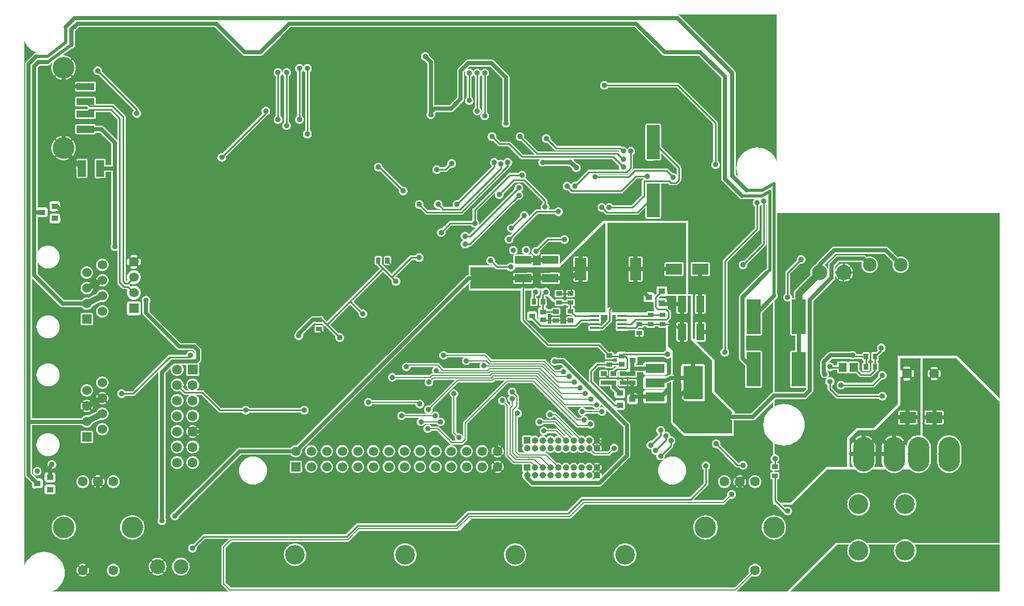
<source format=gbr>
G04 start of page 3 for group 1 idx 1 *
G04 Title: Power Board, solder *
G04 Creator: pcb 20110918 *
G04 CreationDate: Wed 12 Sep 2012 14:56:25 GMT UTC *
G04 For: rob *
G04 Format: Gerber/RS-274X *
G04 PCB-Dimensions: 653543 393701 *
G04 PCB-Coordinate-Origin: lower left *
%MOIN*%
%FSLAX25Y25*%
%LNBOTTOM*%
%ADD114C,0.0598*%
%ADD113C,0.0906*%
%ADD112C,0.0380*%
%ADD111C,0.0350*%
%ADD110C,0.1280*%
%ADD109C,0.0300*%
%ADD108C,0.1063*%
%ADD107C,0.1250*%
%ADD106C,0.0669*%
%ADD105C,0.0260*%
%ADD104C,0.0400*%
%ADD103C,0.1600*%
%ADD102C,0.0197*%
%ADD101C,0.0354*%
%ADD100C,0.0360*%
%ADD99R,0.0290X0.0290*%
%ADD98R,0.0560X0.0560*%
%ADD97R,0.0130X0.0130*%
%ADD96R,0.0340X0.0340*%
%ADD95R,0.0709X0.0709*%
%ADD94R,0.0283X0.0283*%
%ADD93R,0.1220X0.1220*%
%ADD92R,0.0283X0.0283*%
%ADD91R,0.0689X0.0689*%
%ADD90R,0.0906X0.0906*%
%ADD89R,0.0807X0.0807*%
%ADD88R,0.0512X0.0512*%
%ADD87R,0.0441X0.0441*%
%ADD86C,0.0945*%
%ADD85C,0.1260*%
%ADD84C,0.1260*%
%ADD83C,0.0630*%
%ADD82C,0.1378*%
%ADD81C,0.0866*%
%ADD80C,0.0984*%
%ADD79C,0.0420*%
%ADD78C,0.0600*%
%ADD77C,0.0394*%
%ADD76C,0.0787*%
%ADD75C,0.0472*%
%ADD74C,0.0079*%
%ADD73C,0.0250*%
%ADD72C,0.0100*%
%ADD71C,0.0200*%
%ADD70C,0.0001*%
G54D70*G36*
X251177Y161735D02*X296063Y206621D01*
Y164764D01*
X285458D01*
X285307Y165011D01*
X285025Y165341D01*
X284696Y165622D01*
X284326Y165849D01*
X283925Y166015D01*
X283503Y166116D01*
X283071Y166150D01*
X282638Y166116D01*
X282217Y166015D01*
X281816Y165849D01*
X281446Y165622D01*
X281116Y165341D01*
X280835Y165011D01*
X280608Y164641D01*
X280442Y164240D01*
X280341Y163819D01*
X280307Y163386D01*
X280341Y162954D01*
X280442Y162532D01*
X280608Y162131D01*
X280835Y161762D01*
X281116Y161432D01*
X281446Y161150D01*
X281816Y160923D01*
X282217Y160758D01*
X282638Y160656D01*
X283071Y160622D01*
X283503Y160656D01*
X283925Y160758D01*
X284326Y160923D01*
X284696Y161150D01*
X285025Y161432D01*
X285307Y161762D01*
X285458Y162009D01*
X295931D01*
X295684Y161798D01*
X295402Y161468D01*
X295175Y161098D01*
X295009Y160697D01*
X294908Y160276D01*
X294874Y159843D01*
X294908Y159411D01*
X295009Y158989D01*
X295175Y158588D01*
X295402Y158219D01*
X295684Y157889D01*
X296014Y157607D01*
X296063Y157577D01*
Y154922D01*
X283248D01*
X280146Y158023D01*
X280111Y158064D01*
X279946Y158205D01*
X279946Y158205D01*
X279946Y158205D01*
X279800Y158295D01*
X279761Y158318D01*
X279761Y158318D01*
X279761Y158318D01*
X279677Y158353D01*
X279561Y158401D01*
X279561Y158401D01*
X279561Y158401D01*
X279480Y158420D01*
X279350Y158452D01*
X279350D01*
X279350Y158452D01*
X279134Y158469D01*
X279080Y158465D01*
X260290D01*
X260236Y158469D01*
X260096Y158458D01*
X259909Y158535D01*
X259488Y158636D01*
X259055Y158670D01*
X258623Y158636D01*
X258201Y158535D01*
X257800Y158369D01*
X257430Y158142D01*
X257101Y157861D01*
X256819Y157531D01*
X256592Y157161D01*
X256426Y156760D01*
X256325Y156339D01*
X256291Y155906D01*
X256325Y155474D01*
X256426Y155052D01*
X256592Y154651D01*
X256819Y154282D01*
X257101Y153952D01*
X257430Y153670D01*
X257800Y153444D01*
X258201Y153278D01*
X258623Y153176D01*
X259055Y153142D01*
X259488Y153176D01*
X259909Y153278D01*
X260310Y153444D01*
X260680Y153670D01*
X261010Y153952D01*
X261291Y154282D01*
X261518Y154651D01*
X261684Y155052D01*
X261785Y155474D01*
X261799Y155710D01*
X276639D01*
X276392Y155499D01*
X276110Y155169D01*
X275883Y154799D01*
X275717Y154398D01*
X275616Y153976D01*
X275582Y153544D01*
X275616Y153112D01*
X275717Y152690D01*
X275883Y152289D01*
X276110Y151919D01*
X276236Y151772D01*
X275644D01*
X275590Y151776D01*
X275374Y151759D01*
X275374Y151759D01*
X275374Y151759D01*
X275374Y151759D01*
X275248Y151729D01*
X275163Y151708D01*
X275163Y151708D01*
X275163Y151708D01*
X275022Y151650D01*
X274963Y151625D01*
X274963Y151625D01*
X274963Y151625D01*
X274830Y151544D01*
X274778Y151512D01*
X274778Y151512D01*
X274778Y151512D01*
X274777Y151512D01*
X274613Y151371D01*
X274578Y151330D01*
X273838Y150590D01*
X252388D01*
X252236Y150838D01*
X251954Y151167D01*
X251625Y151449D01*
X251255Y151676D01*
X251177Y151708D01*
Y161735D01*
G37*
G36*
X257770Y131694D02*X264968D01*
X264987Y131458D01*
X265088Y131036D01*
X265254Y130635D01*
X265481Y130266D01*
X265762Y129936D01*
X266092Y129654D01*
X266462Y129427D01*
X266863Y129261D01*
X267285Y129160D01*
X267717Y129126D01*
X268149Y129160D01*
X268571Y129261D01*
X268972Y129427D01*
X269342Y129654D01*
X269671Y129936D01*
X269953Y130266D01*
X270180Y130635D01*
X270346Y131036D01*
X270447Y131458D01*
X270472Y131890D01*
X270447Y132323D01*
X270346Y132744D01*
X270180Y133145D01*
X269953Y133515D01*
X269671Y133845D01*
X269342Y134126D01*
X268972Y134353D01*
X268571Y134519D01*
X268149Y134620D01*
X267717Y134654D01*
X267285Y134620D01*
X266863Y134519D01*
X266677Y134442D01*
X266536Y134453D01*
X266482Y134449D01*
X257770D01*
Y147835D01*
X271511D01*
X271386Y147689D01*
X271159Y147319D01*
X270993Y146918D01*
X270892Y146497D01*
X270858Y146064D01*
X270892Y145632D01*
X270993Y145210D01*
X271159Y144809D01*
X271386Y144440D01*
X271668Y144110D01*
X271997Y143828D01*
X272367Y143601D01*
X272768Y143435D01*
X273190Y143334D01*
X273622Y143300D01*
X274054Y143334D01*
X274476Y143435D01*
X274877Y143601D01*
X275247Y143828D01*
X275576Y144110D01*
X275858Y144440D01*
X276085Y144809D01*
X276251Y145210D01*
X276352Y145632D01*
X276378Y146064D01*
X276352Y146497D01*
X276284Y146778D01*
X276949Y147443D01*
X290375D01*
X273943Y131010D01*
X273662Y131077D01*
X273229Y131111D01*
X272797Y131077D01*
X272375Y130976D01*
X271974Y130810D01*
X271604Y130583D01*
X271275Y130302D01*
X270993Y129972D01*
X270766Y129602D01*
X270600Y129201D01*
X270499Y128780D01*
X270465Y128347D01*
X270499Y127915D01*
X270600Y127493D01*
X270766Y127092D01*
X270993Y126723D01*
X271275Y126393D01*
X271604Y126111D01*
X271974Y125885D01*
X272208Y125788D01*
X258293D01*
X258142Y126035D01*
X257860Y126365D01*
X257770Y126442D01*
Y131694D01*
G37*
G36*
X287770Y105771D02*X287973Y105722D01*
X288189Y105705D01*
X288243Y105710D01*
X294828D01*
X294883Y105705D01*
X295095Y105722D01*
X295098Y105722D01*
X295098Y105722D01*
X295099Y105722D01*
X295198Y105746D01*
X295309Y105773D01*
X295309Y105773D01*
X295310Y105773D01*
X295404Y105812D01*
X295509Y105856D01*
X295509Y105856D01*
X295510Y105856D01*
X295597Y105909D01*
X295694Y105969D01*
X295694Y105969D01*
X295695Y105970D01*
X295696Y105971D01*
X295859Y106110D01*
X295894Y106151D01*
X296063Y106320D01*
Y105136D01*
X295954Y105091D01*
X295418Y104762D01*
X294939Y104353D01*
X294530Y103875D01*
X294201Y103338D01*
X293960Y102756D01*
X293813Y102144D01*
X293764Y101516D01*
X293813Y100888D01*
X293960Y100276D01*
X294201Y99695D01*
X294530Y99158D01*
X294939Y98679D01*
X295418Y98270D01*
X295954Y97941D01*
X296063Y97896D01*
Y95136D01*
X295954Y95091D01*
X295418Y94762D01*
X294939Y94353D01*
X294530Y93875D01*
X294201Y93338D01*
X293960Y92756D01*
X293813Y92144D01*
X293764Y91516D01*
X293813Y90888D01*
X293960Y90276D01*
X294201Y89695D01*
X294530Y89158D01*
X294939Y88679D01*
X295418Y88270D01*
X295954Y87941D01*
X296063Y87896D01*
Y60784D01*
X290324Y55044D01*
X287770D01*
Y87504D01*
X287776Y87504D01*
X288404Y87553D01*
X289016Y87700D01*
X289598Y87941D01*
X290134Y88270D01*
X290613Y88679D01*
X291022Y89158D01*
X291351Y89695D01*
X291592Y90276D01*
X291739Y90888D01*
X291776Y91516D01*
X291739Y92144D01*
X291592Y92756D01*
X291351Y93338D01*
X291022Y93875D01*
X290613Y94353D01*
X290134Y94762D01*
X289598Y95091D01*
X289016Y95332D01*
X288404Y95479D01*
X287776Y95528D01*
X287770Y95528D01*
Y97504D01*
X287776Y97504D01*
X288404Y97553D01*
X289016Y97700D01*
X289598Y97941D01*
X290134Y98270D01*
X290613Y98679D01*
X291022Y99158D01*
X291351Y99695D01*
X291592Y100276D01*
X291739Y100888D01*
X291776Y101516D01*
X291739Y102144D01*
X291592Y102756D01*
X291351Y103338D01*
X291022Y103875D01*
X290613Y104353D01*
X290134Y104762D01*
X289598Y105091D01*
X289016Y105332D01*
X288404Y105479D01*
X287776Y105528D01*
X287770Y105528D01*
Y105771D01*
G37*
G36*
X277770Y114765D02*X278563D01*
X287177Y106151D01*
X287212Y106110D01*
X287377Y105969D01*
X287377Y105969D01*
X287562Y105856D01*
X287762Y105773D01*
X287770Y105771D01*
Y105528D01*
X287148Y105479D01*
X286536Y105332D01*
X285954Y105091D01*
X285418Y104762D01*
X284939Y104353D01*
X284530Y103875D01*
X284201Y103338D01*
X283960Y102756D01*
X283813Y102144D01*
X283764Y101516D01*
X283813Y100888D01*
X283960Y100276D01*
X284201Y99695D01*
X284530Y99158D01*
X284939Y98679D01*
X285418Y98270D01*
X285954Y97941D01*
X286536Y97700D01*
X287148Y97553D01*
X287770Y97504D01*
Y95528D01*
X287148Y95479D01*
X286536Y95332D01*
X285954Y95091D01*
X285418Y94762D01*
X284939Y94353D01*
X284530Y93875D01*
X284201Y93338D01*
X283960Y92756D01*
X283813Y92144D01*
X283764Y91516D01*
X283813Y90888D01*
X283960Y90276D01*
X284201Y89695D01*
X284530Y89158D01*
X284939Y88679D01*
X285418Y88270D01*
X285954Y87941D01*
X286536Y87700D01*
X287148Y87553D01*
X287770Y87504D01*
Y55044D01*
X277770D01*
Y87504D01*
X277776Y87504D01*
X278404Y87553D01*
X279016Y87700D01*
X279598Y87941D01*
X280134Y88270D01*
X280613Y88679D01*
X281022Y89158D01*
X281351Y89695D01*
X281592Y90276D01*
X281739Y90888D01*
X281776Y91516D01*
X281739Y92144D01*
X281592Y92756D01*
X281351Y93338D01*
X281022Y93875D01*
X280613Y94353D01*
X280134Y94762D01*
X279598Y95091D01*
X279016Y95332D01*
X278404Y95479D01*
X277776Y95528D01*
X277770Y95528D01*
Y97504D01*
X277776Y97504D01*
X278404Y97553D01*
X279016Y97700D01*
X279598Y97941D01*
X280134Y98270D01*
X280613Y98679D01*
X281022Y99158D01*
X281351Y99695D01*
X281592Y100276D01*
X281739Y100888D01*
X281776Y101516D01*
X281739Y102144D01*
X281592Y102756D01*
X281351Y103338D01*
X281022Y103875D01*
X280613Y104353D01*
X280134Y104762D01*
X279598Y105091D01*
X279016Y105332D01*
X278404Y105479D01*
X277776Y105528D01*
X277770Y105528D01*
Y114765D01*
G37*
G36*
Y119096D02*X278716D01*
X278867Y118849D01*
X279149Y118519D01*
X279479Y118237D01*
X279848Y118010D01*
X280249Y117845D01*
X280671Y117743D01*
X281103Y117709D01*
X281536Y117743D01*
X281957Y117845D01*
X282358Y118010D01*
X282728Y118237D01*
X283058Y118519D01*
X283339Y118849D01*
X283566Y119218D01*
X283732Y119619D01*
X283833Y120041D01*
X283859Y120473D01*
X283833Y120906D01*
X283732Y121327D01*
X283566Y121728D01*
X283339Y122098D01*
X283058Y122428D01*
X282728Y122709D01*
X282358Y122936D01*
X281957Y123102D01*
X281536Y123203D01*
X281103Y123237D01*
X280671Y123203D01*
X280249Y123102D01*
X279901Y122958D01*
X280022Y123155D01*
X280188Y123556D01*
X280289Y123978D01*
X280315Y124410D01*
X280289Y124843D01*
X280188Y125264D01*
X280022Y125665D01*
X279795Y126035D01*
X279513Y126365D01*
X279184Y126646D01*
X278814Y126873D01*
X278413Y127039D01*
X277991Y127140D01*
X277770Y127158D01*
Y130941D01*
X292697Y145868D01*
X296063D01*
Y120848D01*
X295914Y120699D01*
X295873Y120664D01*
X295732Y120499D01*
X295732Y120499D01*
X295732Y120499D01*
X295732Y120499D01*
X295666Y120392D01*
X295619Y120314D01*
X295619Y120314D01*
X295619Y120314D01*
X295576Y120211D01*
X295536Y120114D01*
X295536Y120114D01*
X295536Y120114D01*
X295508Y119996D01*
X295485Y119903D01*
Y119903D01*
X295485Y119903D01*
X295485Y119903D01*
X295468Y119687D01*
X295472Y119633D01*
Y111261D01*
X295377Y111492D01*
X295150Y111862D01*
X294869Y112191D01*
X294539Y112473D01*
X294169Y112700D01*
X293768Y112866D01*
X293347Y112967D01*
X292914Y113001D01*
X292482Y112967D01*
X292200Y112899D01*
X291142Y113958D01*
Y136196D01*
X291389Y136347D01*
X291719Y136629D01*
X292000Y136958D01*
X292227Y137328D01*
X292393Y137729D01*
X292494Y138151D01*
X292520Y138583D01*
X292494Y139015D01*
X292393Y139437D01*
X292227Y139838D01*
X292000Y140208D01*
X291719Y140538D01*
X291389Y140819D01*
X291019Y141046D01*
X290618Y141212D01*
X290197Y141313D01*
X289764Y141347D01*
X289332Y141313D01*
X288910Y141212D01*
X288509Y141046D01*
X288140Y140819D01*
X287810Y140538D01*
X287528Y140208D01*
X287301Y139838D01*
X287135Y139437D01*
X287034Y139015D01*
X287000Y138583D01*
X287034Y138151D01*
X287135Y137729D01*
X287301Y137328D01*
X287528Y136958D01*
X287810Y136629D01*
X288140Y136347D01*
X288387Y136196D01*
Y113441D01*
X288382Y113387D01*
X288399Y113171D01*
X288450Y112960D01*
X288533Y112760D01*
X288646Y112575D01*
X288646Y112575D01*
X288787Y112410D01*
X288828Y112375D01*
X290252Y110951D01*
X290184Y110669D01*
X290150Y110237D01*
X290184Y109805D01*
X290285Y109383D01*
X290451Y108982D01*
X290678Y108612D01*
X290804Y108465D01*
X288760D01*
X280146Y117078D01*
X280111Y117119D01*
X279946Y117260D01*
X279761Y117373D01*
X279561Y117456D01*
X279350Y117507D01*
X279134Y117524D01*
X279080Y117520D01*
X277770D01*
Y119096D01*
G37*
G36*
Y127158D02*X277559Y127174D01*
X277127Y127140D01*
X276705Y127039D01*
X276304Y126873D01*
X275934Y126646D01*
X275605Y126365D01*
X275323Y126035D01*
X275171Y125788D01*
X274250D01*
X274484Y125885D01*
X274854Y126111D01*
X275184Y126393D01*
X275465Y126723D01*
X275692Y127092D01*
X275858Y127493D01*
X275959Y127915D01*
X275985Y128347D01*
X275959Y128780D01*
X275891Y129062D01*
X277770Y130941D01*
Y127158D01*
G37*
G36*
X270892Y119096D02*X277770D01*
Y117520D01*
X275223D01*
X275071Y117767D01*
X274789Y118097D01*
X274460Y118378D01*
X274090Y118605D01*
X273689Y118771D01*
X273267Y118872D01*
X272835Y118906D01*
X272403Y118872D01*
X271981Y118771D01*
X271580Y118605D01*
X271210Y118378D01*
X270881Y118097D01*
X270599Y117767D01*
X270372Y117397D01*
X270206Y116996D01*
X270105Y116575D01*
X270071Y116142D01*
X270105Y115710D01*
X270206Y115288D01*
X270372Y114887D01*
X270599Y114517D01*
X270881Y114188D01*
X271210Y113906D01*
X271580Y113679D01*
X271981Y113513D01*
X272403Y113412D01*
X272835Y113378D01*
X273267Y113412D01*
X273689Y113513D01*
X274090Y113679D01*
X274460Y113906D01*
X274789Y114188D01*
X275071Y114517D01*
X275223Y114765D01*
X277770D01*
Y105528D01*
X277148Y105479D01*
X276536Y105332D01*
X275954Y105091D01*
X275418Y104762D01*
X274939Y104353D01*
X274530Y103875D01*
X274201Y103338D01*
X273960Y102756D01*
X273813Y102144D01*
X273764Y101516D01*
X273813Y100888D01*
X273960Y100276D01*
X274201Y99695D01*
X274530Y99158D01*
X274939Y98679D01*
X275418Y98270D01*
X275954Y97941D01*
X276536Y97700D01*
X277148Y97553D01*
X277770Y97504D01*
Y95528D01*
X277148Y95479D01*
X276536Y95332D01*
X275954Y95091D01*
X275418Y94762D01*
X274939Y94353D01*
X274530Y93875D01*
X274201Y93338D01*
X273960Y92756D01*
X273813Y92144D01*
X273764Y91516D01*
X273813Y90888D01*
X273960Y90276D01*
X274201Y89695D01*
X274530Y89158D01*
X274939Y88679D01*
X275418Y88270D01*
X275954Y87941D01*
X276536Y87700D01*
X277148Y87553D01*
X277770Y87504D01*
Y55044D01*
X267770D01*
Y87504D01*
X267776Y87504D01*
X268404Y87553D01*
X269016Y87700D01*
X269598Y87941D01*
X270134Y88270D01*
X270613Y88679D01*
X271022Y89158D01*
X271351Y89695D01*
X271592Y90276D01*
X271739Y90888D01*
X271776Y91516D01*
X271739Y92144D01*
X271592Y92756D01*
X271351Y93338D01*
X271022Y93875D01*
X270613Y94353D01*
X270134Y94762D01*
X269598Y95091D01*
X269016Y95332D01*
X268404Y95479D01*
X267776Y95528D01*
X267770Y95528D01*
Y97504D01*
X267776Y97504D01*
X268404Y97553D01*
X269016Y97700D01*
X269598Y97941D01*
X270134Y98270D01*
X270613Y98679D01*
X271022Y99158D01*
X271351Y99695D01*
X271592Y100276D01*
X271739Y100888D01*
X271776Y101516D01*
X271739Y102144D01*
X271592Y102756D01*
X271351Y103338D01*
X271022Y103875D01*
X270613Y104353D01*
X270134Y104762D01*
X269598Y105091D01*
X269016Y105332D01*
X268404Y105479D01*
X267776Y105528D01*
X267770Y105528D01*
Y117816D01*
X268072Y117743D01*
X268504Y117709D01*
X268936Y117743D01*
X269358Y117845D01*
X269759Y118010D01*
X270129Y118237D01*
X270458Y118519D01*
X270740Y118849D01*
X270892Y119096D01*
G37*
G36*
X267770Y55044D02*X257770D01*
Y87504D01*
X257776Y87504D01*
X258404Y87553D01*
X259016Y87700D01*
X259598Y87941D01*
X260134Y88270D01*
X260613Y88679D01*
X261022Y89158D01*
X261351Y89695D01*
X261592Y90276D01*
X261739Y90888D01*
X261776Y91516D01*
X261739Y92144D01*
X261592Y92756D01*
X261351Y93338D01*
X261022Y93875D01*
X260613Y94353D01*
X260134Y94762D01*
X259598Y95091D01*
X259016Y95332D01*
X258404Y95479D01*
X257776Y95528D01*
X257770Y95528D01*
Y97504D01*
X257776Y97504D01*
X258404Y97553D01*
X259016Y97700D01*
X259598Y97941D01*
X260134Y98270D01*
X260613Y98679D01*
X261022Y99158D01*
X261351Y99695D01*
X261592Y100276D01*
X261739Y100888D01*
X261776Y101516D01*
X261739Y102144D01*
X261592Y102756D01*
X261351Y103338D01*
X261022Y103875D01*
X260613Y104353D01*
X260134Y104762D01*
X259598Y105091D01*
X259016Y105332D01*
X258404Y105479D01*
X257776Y105528D01*
X257770Y105528D01*
Y122378D01*
X257860Y122456D01*
X258142Y122786D01*
X258293Y123033D01*
X267483D01*
X267249Y122936D01*
X266879Y122709D01*
X266549Y122428D01*
X266268Y122098D01*
X266041Y121728D01*
X265875Y121327D01*
X265774Y120906D01*
X265740Y120473D01*
X265774Y120041D01*
X265875Y119619D01*
X266041Y119218D01*
X266268Y118849D01*
X266549Y118519D01*
X266879Y118237D01*
X267249Y118010D01*
X267650Y117845D01*
X267770Y117816D01*
Y105528D01*
X267148Y105479D01*
X266536Y105332D01*
X265954Y105091D01*
X265418Y104762D01*
X264939Y104353D01*
X264530Y103875D01*
X264201Y103338D01*
X263960Y102756D01*
X263813Y102144D01*
X263764Y101516D01*
X263813Y100888D01*
X263960Y100276D01*
X264201Y99695D01*
X264530Y99158D01*
X264939Y98679D01*
X265418Y98270D01*
X265954Y97941D01*
X266536Y97700D01*
X267148Y97553D01*
X267770Y97504D01*
Y95528D01*
X267148Y95479D01*
X266536Y95332D01*
X265954Y95091D01*
X265418Y94762D01*
X264939Y94353D01*
X264530Y93875D01*
X264201Y93338D01*
X263960Y92756D01*
X263813Y92144D01*
X263764Y91516D01*
X263813Y90888D01*
X263960Y90276D01*
X264201Y89695D01*
X264530Y89158D01*
X264939Y88679D01*
X265418Y88270D01*
X265954Y87941D01*
X266536Y87700D01*
X267148Y87553D01*
X267770Y87504D01*
Y55044D01*
G37*
G36*
X257770Y134449D02*X251177D01*
Y146718D01*
X251255Y146750D01*
X251625Y146977D01*
X251954Y147259D01*
X252236Y147588D01*
X252388Y147835D01*
X257770D01*
Y134449D01*
G37*
G36*
Y55044D02*X251177D01*
Y89411D01*
X251351Y89695D01*
X251592Y90276D01*
X251739Y90888D01*
X251776Y91516D01*
X251739Y92144D01*
X251592Y92756D01*
X251351Y93338D01*
X251177Y93621D01*
Y99411D01*
X251351Y99695D01*
X251592Y100276D01*
X251739Y100888D01*
X251776Y101516D01*
X251739Y102144D01*
X251592Y102756D01*
X251351Y103338D01*
X251177Y103621D01*
Y131694D01*
X257770D01*
Y126442D01*
X257531Y126646D01*
X257161Y126873D01*
X256760Y127039D01*
X256338Y127140D01*
X255906Y127174D01*
X255474Y127140D01*
X255052Y127039D01*
X254651Y126873D01*
X254281Y126646D01*
X253951Y126365D01*
X253670Y126035D01*
X253443Y125665D01*
X253277Y125264D01*
X253176Y124843D01*
X253142Y124410D01*
X253176Y123978D01*
X253277Y123556D01*
X253443Y123155D01*
X253670Y122786D01*
X253951Y122456D01*
X254281Y122174D01*
X254651Y121947D01*
X255052Y121782D01*
X255474Y121680D01*
X255906Y121646D01*
X256338Y121680D01*
X256760Y121782D01*
X257161Y121947D01*
X257531Y122174D01*
X257770Y122378D01*
Y105528D01*
X257148Y105479D01*
X256536Y105332D01*
X255954Y105091D01*
X255418Y104762D01*
X254939Y104353D01*
X254530Y103875D01*
X254201Y103338D01*
X253960Y102756D01*
X253813Y102144D01*
X253764Y101516D01*
X253813Y100888D01*
X253960Y100276D01*
X254201Y99695D01*
X254530Y99158D01*
X254939Y98679D01*
X255418Y98270D01*
X255954Y97941D01*
X256536Y97700D01*
X257148Y97553D01*
X257770Y97504D01*
Y95528D01*
X257148Y95479D01*
X256536Y95332D01*
X255954Y95091D01*
X255418Y94762D01*
X254939Y94353D01*
X254530Y93875D01*
X254201Y93338D01*
X253960Y92756D01*
X253813Y92144D01*
X253764Y91516D01*
X253813Y90888D01*
X253960Y90276D01*
X254201Y89695D01*
X254530Y89158D01*
X254939Y88679D01*
X255418Y88270D01*
X255954Y87941D01*
X256536Y87700D01*
X257148Y87553D01*
X257770Y87504D01*
Y55044D01*
G37*
G36*
X237770Y148328D02*X251177Y161735D01*
Y151708D01*
X250854Y151842D01*
X250432Y151943D01*
X250000Y151977D01*
X249568Y151943D01*
X249146Y151842D01*
X248745Y151676D01*
X248375Y151449D01*
X248046Y151167D01*
X247764Y150838D01*
X247537Y150468D01*
X247371Y150067D01*
X247270Y149645D01*
X247236Y149213D01*
X247270Y148781D01*
X247371Y148359D01*
X247537Y147958D01*
X247764Y147588D01*
X248046Y147259D01*
X248375Y146977D01*
X248745Y146750D01*
X249146Y146584D01*
X249568Y146483D01*
X250000Y146449D01*
X250432Y146483D01*
X250854Y146584D01*
X251177Y146718D01*
Y134449D01*
X237770D01*
Y148328D01*
G37*
G36*
X251177Y55044D02*X237770D01*
Y87504D01*
X237776Y87504D01*
X238404Y87553D01*
X239016Y87700D01*
X239598Y87941D01*
X240134Y88270D01*
X240613Y88679D01*
X241022Y89158D01*
X241351Y89695D01*
X241592Y90276D01*
X241739Y90888D01*
X241776Y91516D01*
X241739Y92144D01*
X241592Y92756D01*
X241351Y93338D01*
X241022Y93875D01*
X240613Y94353D01*
X240134Y94762D01*
X239598Y95091D01*
X239016Y95332D01*
X238404Y95479D01*
X237776Y95528D01*
X237770Y95528D01*
Y97504D01*
X237776Y97504D01*
X238404Y97553D01*
X239016Y97700D01*
X239598Y97941D01*
X240134Y98270D01*
X240613Y98679D01*
X241022Y99158D01*
X241351Y99695D01*
X241592Y100276D01*
X241739Y100888D01*
X241776Y101516D01*
X241739Y102144D01*
X241592Y102756D01*
X241351Y103338D01*
X241022Y103875D01*
X240613Y104353D01*
X240134Y104762D01*
X239598Y105091D01*
X239016Y105332D01*
X238404Y105479D01*
X237776Y105528D01*
X237770Y105528D01*
Y131694D01*
X251177D01*
Y103621D01*
X251022Y103875D01*
X250613Y104353D01*
X250134Y104762D01*
X249598Y105091D01*
X249016Y105332D01*
X248404Y105479D01*
X247776Y105528D01*
X247148Y105479D01*
X246536Y105332D01*
X245954Y105091D01*
X245418Y104762D01*
X244939Y104353D01*
X244530Y103875D01*
X244201Y103338D01*
X243960Y102756D01*
X243813Y102144D01*
X243764Y101516D01*
X243813Y100888D01*
X243960Y100276D01*
X244201Y99695D01*
X244530Y99158D01*
X244939Y98679D01*
X245418Y98270D01*
X245954Y97941D01*
X246536Y97700D01*
X247148Y97553D01*
X247776Y97504D01*
X248404Y97553D01*
X249016Y97700D01*
X249598Y97941D01*
X250134Y98270D01*
X250613Y98679D01*
X251022Y99158D01*
X251177Y99411D01*
Y93621D01*
X251022Y93875D01*
X250613Y94353D01*
X250134Y94762D01*
X249598Y95091D01*
X249016Y95332D01*
X248404Y95479D01*
X247776Y95528D01*
X247148Y95479D01*
X246536Y95332D01*
X245954Y95091D01*
X245418Y94762D01*
X244939Y94353D01*
X244530Y93875D01*
X244201Y93338D01*
X243960Y92756D01*
X243813Y92144D01*
X243764Y91516D01*
X243813Y90888D01*
X243960Y90276D01*
X244201Y89695D01*
X244530Y89158D01*
X244939Y88679D01*
X245418Y88270D01*
X245954Y87941D01*
X246536Y87700D01*
X247148Y87553D01*
X247776Y87504D01*
X248404Y87553D01*
X249016Y87700D01*
X249598Y87941D01*
X250134Y88270D01*
X250613Y88679D01*
X251022Y89158D01*
X251177Y89411D01*
Y55044D01*
G37*
G36*
X237770D02*X227770D01*
Y87504D01*
X227776Y87504D01*
X228404Y87553D01*
X229016Y87700D01*
X229598Y87941D01*
X230134Y88270D01*
X230613Y88679D01*
X231022Y89158D01*
X231351Y89695D01*
X231592Y90276D01*
X231739Y90888D01*
X231776Y91516D01*
X231739Y92144D01*
X231592Y92756D01*
X231351Y93338D01*
X231022Y93875D01*
X230613Y94353D01*
X230134Y94762D01*
X229598Y95091D01*
X229016Y95332D01*
X228404Y95479D01*
X227776Y95528D01*
X227770Y95528D01*
Y97504D01*
X227776Y97504D01*
X228404Y97553D01*
X229016Y97700D01*
X229598Y97941D01*
X230134Y98270D01*
X230613Y98679D01*
X231022Y99158D01*
X231351Y99695D01*
X231592Y100276D01*
X231739Y100888D01*
X231776Y101516D01*
X231739Y102144D01*
X231592Y102756D01*
X231351Y103338D01*
X231022Y103875D01*
X230613Y104353D01*
X230134Y104762D01*
X229598Y105091D01*
X229016Y105332D01*
X228404Y105479D01*
X227776Y105528D01*
X227770Y105528D01*
Y138328D01*
X237770Y148328D01*
Y134449D01*
X237034D01*
X236882Y134696D01*
X236601Y135026D01*
X236271Y135307D01*
X235901Y135534D01*
X235500Y135700D01*
X235078Y135801D01*
X234646Y135835D01*
X234214Y135801D01*
X233792Y135700D01*
X233391Y135534D01*
X233021Y135307D01*
X232692Y135026D01*
X232410Y134696D01*
X232183Y134326D01*
X232017Y133925D01*
X231916Y133504D01*
X231882Y133071D01*
X231916Y132639D01*
X232017Y132217D01*
X232183Y131816D01*
X232410Y131447D01*
X232692Y131117D01*
X233021Y130835D01*
X233391Y130609D01*
X233792Y130443D01*
X234214Y130341D01*
X234646Y130307D01*
X235078Y130341D01*
X235500Y130443D01*
X235901Y130609D01*
X236271Y130835D01*
X236601Y131117D01*
X236882Y131447D01*
X237034Y131694D01*
X237770D01*
Y105528D01*
X237148Y105479D01*
X236536Y105332D01*
X235954Y105091D01*
X235418Y104762D01*
X234939Y104353D01*
X234530Y103875D01*
X234201Y103338D01*
X233960Y102756D01*
X233813Y102144D01*
X233764Y101516D01*
X233813Y100888D01*
X233960Y100276D01*
X234201Y99695D01*
X234530Y99158D01*
X234939Y98679D01*
X235418Y98270D01*
X235954Y97941D01*
X236536Y97700D01*
X237148Y97553D01*
X237770Y97504D01*
Y95528D01*
X237148Y95479D01*
X236536Y95332D01*
X235954Y95091D01*
X235418Y94762D01*
X234939Y94353D01*
X234530Y93875D01*
X234201Y93338D01*
X233960Y92756D01*
X233813Y92144D01*
X233764Y91516D01*
X233813Y90888D01*
X233960Y90276D01*
X234201Y89695D01*
X234530Y89158D01*
X234939Y88679D01*
X235418Y88270D01*
X235954Y87941D01*
X236536Y87700D01*
X237148Y87553D01*
X237770Y87504D01*
Y55044D01*
G37*
G36*
X227770D02*X227618D01*
X227559Y55049D01*
X227324Y55030D01*
X227094Y54975D01*
X226876Y54885D01*
X226675Y54761D01*
X226675Y54761D01*
X226495Y54608D01*
X226457Y54563D01*
X219851Y47957D01*
X217770D01*
Y87504D01*
X217776Y87504D01*
X218404Y87553D01*
X219016Y87700D01*
X219598Y87941D01*
X220134Y88270D01*
X220613Y88679D01*
X221022Y89158D01*
X221351Y89695D01*
X221592Y90276D01*
X221739Y90888D01*
X221776Y91516D01*
X221739Y92144D01*
X221592Y92756D01*
X221351Y93338D01*
X221022Y93875D01*
X220613Y94353D01*
X220134Y94762D01*
X219598Y95091D01*
X219016Y95332D01*
X218404Y95479D01*
X217776Y95528D01*
X217770Y95528D01*
Y97504D01*
X217776Y97504D01*
X218404Y97553D01*
X219016Y97700D01*
X219598Y97941D01*
X220134Y98270D01*
X220613Y98679D01*
X221022Y99158D01*
X221351Y99695D01*
X221592Y100276D01*
X221739Y100888D01*
X221776Y101516D01*
X221739Y102144D01*
X221592Y102756D01*
X221351Y103338D01*
X221022Y103875D01*
X220613Y104353D01*
X220134Y104762D01*
X219598Y105091D01*
X219016Y105332D01*
X218404Y105479D01*
X217776Y105528D01*
X217770Y105528D01*
Y128328D01*
X227770Y138328D01*
Y105528D01*
X227148Y105479D01*
X226536Y105332D01*
X225954Y105091D01*
X225418Y104762D01*
X224939Y104353D01*
X224530Y103875D01*
X224201Y103338D01*
X223960Y102756D01*
X223813Y102144D01*
X223764Y101516D01*
X223813Y100888D01*
X223960Y100276D01*
X224201Y99695D01*
X224530Y99158D01*
X224939Y98679D01*
X225418Y98270D01*
X225954Y97941D01*
X226536Y97700D01*
X227148Y97553D01*
X227770Y97504D01*
Y95528D01*
X227148Y95479D01*
X226536Y95332D01*
X225954Y95091D01*
X225418Y94762D01*
X224939Y94353D01*
X224530Y93875D01*
X224201Y93338D01*
X223960Y92756D01*
X223813Y92144D01*
X223764Y91516D01*
X223813Y90888D01*
X223960Y90276D01*
X224201Y89695D01*
X224530Y89158D01*
X224939Y88679D01*
X225418Y88270D01*
X225954Y87941D01*
X226536Y87700D01*
X227148Y87553D01*
X227770Y87504D01*
Y55044D01*
G37*
G36*
X217770Y47957D02*X207770D01*
Y87504D01*
X207776Y87504D01*
X208404Y87553D01*
X209016Y87700D01*
X209598Y87941D01*
X210134Y88270D01*
X210613Y88679D01*
X211022Y89158D01*
X211351Y89695D01*
X211592Y90276D01*
X211739Y90888D01*
X211776Y91516D01*
X211739Y92144D01*
X211592Y92756D01*
X211351Y93338D01*
X211022Y93875D01*
X210613Y94353D01*
X210134Y94762D01*
X209598Y95091D01*
X209016Y95332D01*
X208404Y95479D01*
X207776Y95528D01*
X207770Y95528D01*
Y97504D01*
X207776Y97504D01*
X208404Y97553D01*
X209016Y97700D01*
X209598Y97941D01*
X210134Y98270D01*
X210613Y98679D01*
X211022Y99158D01*
X211351Y99695D01*
X211592Y100276D01*
X211739Y100888D01*
X211776Y101516D01*
X211739Y102144D01*
X211592Y102756D01*
X211351Y103338D01*
X211022Y103875D01*
X210613Y104353D01*
X210134Y104762D01*
X209598Y105091D01*
X209016Y105332D01*
X208404Y105479D01*
X207776Y105528D01*
X207770Y105528D01*
Y118328D01*
X217770Y128328D01*
Y105528D01*
X217148Y105479D01*
X216536Y105332D01*
X215954Y105091D01*
X215418Y104762D01*
X214939Y104353D01*
X214530Y103875D01*
X214201Y103338D01*
X213960Y102756D01*
X213813Y102144D01*
X213764Y101516D01*
X213813Y100888D01*
X213960Y100276D01*
X214201Y99695D01*
X214530Y99158D01*
X214939Y98679D01*
X215418Y98270D01*
X215954Y97941D01*
X216536Y97700D01*
X217148Y97553D01*
X217770Y97504D01*
Y95528D01*
X217148Y95479D01*
X216536Y95332D01*
X215954Y95091D01*
X215418Y94762D01*
X214939Y94353D01*
X214530Y93875D01*
X214201Y93338D01*
X213960Y92756D01*
X213813Y92144D01*
X213764Y91516D01*
X213813Y90888D01*
X213960Y90276D01*
X214201Y89695D01*
X214530Y89158D01*
X214939Y88679D01*
X215418Y88270D01*
X215954Y87941D01*
X216536Y87700D01*
X217148Y87553D01*
X217770Y87504D01*
Y47957D01*
G37*
G36*
X207770D02*X197770D01*
Y87504D01*
X197776Y87504D01*
X198404Y87553D01*
X199016Y87700D01*
X199598Y87941D01*
X200134Y88270D01*
X200613Y88679D01*
X201022Y89158D01*
X201351Y89695D01*
X201592Y90276D01*
X201739Y90888D01*
X201776Y91516D01*
X201739Y92144D01*
X201592Y92756D01*
X201351Y93338D01*
X201022Y93875D01*
X200613Y94353D01*
X200134Y94762D01*
X199598Y95091D01*
X199016Y95332D01*
X198404Y95479D01*
X197776Y95528D01*
X197770Y95528D01*
Y97504D01*
X197776Y97504D01*
X198404Y97553D01*
X199016Y97700D01*
X199598Y97941D01*
X200134Y98270D01*
X200613Y98679D01*
X201022Y99158D01*
X201351Y99695D01*
X201592Y100276D01*
X201739Y100888D01*
X201776Y101516D01*
X201739Y102144D01*
X201592Y102756D01*
X201351Y103338D01*
X201022Y103875D01*
X200613Y104353D01*
X200134Y104762D01*
X199598Y105091D01*
X199016Y105332D01*
X198404Y105479D01*
X197776Y105528D01*
X197770Y105528D01*
Y108328D01*
X207770Y118328D01*
Y105528D01*
X207148Y105479D01*
X206536Y105332D01*
X205954Y105091D01*
X205418Y104762D01*
X204939Y104353D01*
X204530Y103875D01*
X204201Y103338D01*
X203960Y102756D01*
X203813Y102144D01*
X203764Y101516D01*
X203813Y100888D01*
X203960Y100276D01*
X204201Y99695D01*
X204530Y99158D01*
X204939Y98679D01*
X205418Y98270D01*
X205954Y97941D01*
X206536Y97700D01*
X207148Y97553D01*
X207770Y97504D01*
Y95528D01*
X207148Y95479D01*
X206536Y95332D01*
X205954Y95091D01*
X205418Y94762D01*
X204939Y94353D01*
X204530Y93875D01*
X204201Y93338D01*
X203960Y92756D01*
X203813Y92144D01*
X203764Y91516D01*
X203813Y90888D01*
X203960Y90276D01*
X204201Y89695D01*
X204530Y89158D01*
X204939Y88679D01*
X205418Y88270D01*
X205954Y87941D01*
X206536Y87700D01*
X207148Y87553D01*
X207770Y87504D01*
Y47957D01*
G37*
G36*
X197770D02*X187776D01*
Y87521D01*
X190933Y87525D01*
X191086Y87562D01*
X191231Y87622D01*
X191366Y87705D01*
X191485Y87807D01*
X191587Y87927D01*
X191670Y88061D01*
X191730Y88206D01*
X191767Y88359D01*
X191776Y88516D01*
X191767Y94673D01*
X191730Y94826D01*
X191670Y94972D01*
X191587Y95106D01*
X191485Y95225D01*
X191366Y95328D01*
X191231Y95410D01*
X191086Y95470D01*
X190933Y95507D01*
X190776Y95516D01*
X187776Y95512D01*
Y97504D01*
X188404Y97553D01*
X189016Y97700D01*
X189598Y97941D01*
X190134Y98270D01*
X190613Y98679D01*
X191022Y99158D01*
X191351Y99695D01*
X191592Y100276D01*
X191739Y100888D01*
X191776Y101516D01*
X191739Y102144D01*
X191709Y102267D01*
X197770Y108328D01*
Y105528D01*
X197148Y105479D01*
X196536Y105332D01*
X195954Y105091D01*
X195418Y104762D01*
X194939Y104353D01*
X194530Y103875D01*
X194201Y103338D01*
X193960Y102756D01*
X193813Y102144D01*
X193764Y101516D01*
X193813Y100888D01*
X193960Y100276D01*
X194201Y99695D01*
X194530Y99158D01*
X194939Y98679D01*
X195418Y98270D01*
X195954Y97941D01*
X196536Y97700D01*
X197148Y97553D01*
X197770Y97504D01*
Y95528D01*
X197148Y95479D01*
X196536Y95332D01*
X195954Y95091D01*
X195418Y94762D01*
X194939Y94353D01*
X194530Y93875D01*
X194201Y93338D01*
X193960Y92756D01*
X193813Y92144D01*
X193764Y91516D01*
X193813Y90888D01*
X193960Y90276D01*
X194201Y89695D01*
X194530Y89158D01*
X194939Y88679D01*
X195418Y88270D01*
X195954Y87941D01*
X196536Y87700D01*
X197148Y87553D01*
X197770Y87504D01*
Y47957D01*
G37*
G36*
X187776D02*X151574D01*
Y86710D01*
X151690Y86226D01*
X152232Y84918D01*
X152972Y83710D01*
X153892Y82633D01*
X154970Y81713D01*
X156177Y80972D01*
X157486Y80430D01*
X158864Y80100D01*
X160276Y79988D01*
X161688Y80100D01*
X163066Y80430D01*
X164374Y80972D01*
X165582Y81713D01*
X166660Y82633D01*
X167580Y83710D01*
X168320Y84918D01*
X168862Y86226D01*
X169193Y87604D01*
X169276Y89016D01*
X169193Y90428D01*
X168862Y91806D01*
X168320Y93115D01*
X167580Y94323D01*
X166660Y95400D01*
X165582Y96320D01*
X164374Y97060D01*
X163066Y97602D01*
X161688Y97933D01*
X160276Y98044D01*
X158864Y97933D01*
X157486Y97602D01*
X156177Y97060D01*
X154970Y96320D01*
X153892Y95400D01*
X152972Y94323D01*
X152232Y93115D01*
X151690Y91806D01*
X151574Y91322D01*
Y98392D01*
X152448Y99266D01*
X184464D01*
X184530Y99158D01*
X184939Y98679D01*
X185418Y98270D01*
X185954Y97941D01*
X186536Y97700D01*
X187148Y97553D01*
X187776Y97504D01*
Y95512D01*
X184619Y95507D01*
X184466Y95470D01*
X184321Y95410D01*
X184186Y95328D01*
X184067Y95225D01*
X183964Y95106D01*
X183882Y94972D01*
X183822Y94826D01*
X183785Y94673D01*
X183776Y94516D01*
X183785Y88359D01*
X183822Y88206D01*
X183882Y88061D01*
X183964Y87927D01*
X184067Y87807D01*
X184186Y87705D01*
X184321Y87622D01*
X184466Y87562D01*
X184619Y87525D01*
X184776Y87516D01*
X187776Y87521D01*
Y47957D01*
G37*
G36*
X293307Y200394D02*Y203865D01*
X299213Y209771D01*
Y200394D01*
X293307D01*
G37*
G36*
X50001Y323586D02*X53406Y323589D01*
X54023Y322989D01*
X54054Y322952D01*
X54151Y322869D01*
X53974Y322718D01*
X53936Y322673D01*
X53346Y322083D01*
X50001Y322080D01*
Y323586D01*
G37*
G36*
Y315712D02*X58107Y315719D01*
X58258Y315755D01*
X58401Y315814D01*
X58533Y315895D01*
X58650Y315996D01*
X58751Y316113D01*
X58832Y316245D01*
X58891Y316389D01*
X58927Y316539D01*
X58936Y316694D01*
X58930Y320154D01*
X68277D01*
X72909Y315521D01*
Y301927D01*
X72856Y301989D01*
X72788Y302047D01*
X64251Y310584D01*
X64194Y310651D01*
X63925Y310881D01*
X63925Y310881D01*
X63623Y311066D01*
X63623Y311066D01*
X63363Y311174D01*
X63295Y311202D01*
X63295Y311202D01*
X63199Y311225D01*
X62951Y311284D01*
X62951D01*
X62951Y311284D01*
X62951Y311284D01*
X62598Y311312D01*
X62510Y311305D01*
X58928D01*
X58927Y311414D01*
X58891Y311565D01*
X58832Y311708D01*
X58751Y311840D01*
X58650Y311957D01*
X58533Y312058D01*
X58401Y312139D01*
X58258Y312198D01*
X58107Y312234D01*
X57952Y312244D01*
X50001Y312237D01*
Y315712D01*
G37*
G36*
X99921Y178787D02*X111339Y167369D01*
X111396Y167302D01*
X111666Y167072D01*
X111666Y167072D01*
X111856Y166955D01*
X111967Y166887D01*
X111968D01*
X111968Y166887D01*
X112295Y166752D01*
X112474Y166709D01*
X112639Y166669D01*
X112639D01*
X112992Y166641D01*
X113080Y166648D01*
X121509D01*
X122553Y165604D01*
Y164708D01*
X122351Y165037D01*
X122065Y165372D01*
X121730Y165658D01*
X121354Y165889D01*
X120947Y166057D01*
X120518Y166160D01*
X120079Y166195D01*
X119640Y166160D01*
X119211Y166057D01*
X118804Y165889D01*
X118428Y165658D01*
X118093Y165372D01*
X117807Y165037D01*
X117577Y164661D01*
X117408Y164254D01*
X117305Y163826D01*
X117296Y163705D01*
X106753Y163706D01*
X106694Y163711D01*
X106459Y163692D01*
X106459Y163692D01*
X106459Y163692D01*
X106459Y163692D01*
X106270Y163647D01*
X106229Y163637D01*
X106229Y163637D01*
X106229Y163637D01*
X106056Y163566D01*
X106011Y163547D01*
X106011Y163547D01*
X106011Y163547D01*
X105851Y163449D01*
X105810Y163424D01*
X105810Y163424D01*
X105810Y163424D01*
X105809Y163423D01*
X105630Y163270D01*
X105592Y163226D01*
X99921Y157555D01*
Y178787D01*
G37*
G36*
X111413Y57521D02*X111494Y57571D01*
X111829Y57857D01*
X112115Y58192D01*
X112345Y58568D01*
X112514Y58975D01*
X112617Y59404D01*
X112619Y59437D01*
X152448Y99266D01*
X160236D01*
Y98041D01*
X158864Y97933D01*
X157486Y97602D01*
X156177Y97060D01*
X154970Y96320D01*
X153892Y95400D01*
X152972Y94323D01*
X152232Y93115D01*
X151690Y91806D01*
X151359Y90428D01*
X151248Y89016D01*
X151359Y87604D01*
X151690Y86226D01*
X152232Y84918D01*
X152972Y83710D01*
X153892Y82633D01*
X154970Y81713D01*
X156177Y80972D01*
X157486Y80430D01*
X158864Y80100D01*
X160236Y79992D01*
Y47957D01*
X128799D01*
X128740Y47962D01*
X128505Y47943D01*
X128505Y47943D01*
X128505D01*
X128478Y47937D01*
X128275Y47888D01*
X128275Y47888D01*
X128275D01*
X128185Y47851D01*
X128057Y47798D01*
X128057Y47798D01*
X128057Y47798D01*
X127946Y47730D01*
X127856Y47674D01*
X127856Y47674D01*
X127856Y47674D01*
X127676Y47521D01*
X127638Y47476D01*
X121871Y41710D01*
X121699Y41751D01*
X121260Y41786D01*
X120820Y41751D01*
X120392Y41648D01*
X119985Y41480D01*
X119609Y41249D01*
X119274Y40963D01*
X118988Y40628D01*
X118757Y40252D01*
X118589Y39845D01*
X118486Y39417D01*
X118451Y38977D01*
X118486Y38538D01*
X118589Y38109D01*
X118757Y37702D01*
X118988Y37326D01*
X119274Y36991D01*
X119609Y36705D01*
X119985Y36475D01*
X120392Y36306D01*
X120820Y36203D01*
X121260Y36169D01*
X121699Y36203D01*
X122128Y36306D01*
X122535Y36475D01*
X122911Y36705D01*
X123246Y36991D01*
X123532Y37326D01*
X123762Y37702D01*
X123931Y38109D01*
X124034Y38538D01*
X124060Y38977D01*
X124034Y39417D01*
X123993Y39589D01*
X129361Y44957D01*
X144584D01*
X140403Y40776D01*
X140362Y40741D01*
X140221Y40576D01*
X140108Y40391D01*
X140025Y40191D01*
X139974Y39980D01*
X139957Y39764D01*
X139961Y39710D01*
Y16196D01*
X139957Y16142D01*
X139974Y15926D01*
X140025Y15715D01*
X140108Y15515D01*
X140221Y15330D01*
X140221Y15330D01*
X140362Y15165D01*
X140403Y15130D01*
X144264Y11269D01*
X144299Y11228D01*
X144464Y11087D01*
X144464Y11087D01*
X144567Y11024D01*
X111413D01*
Y21968D01*
X112011Y21720D01*
X112884Y21511D01*
X113780Y21440D01*
X114676Y21511D01*
X115549Y21720D01*
X116380Y22064D01*
X117146Y22534D01*
X117829Y23117D01*
X118413Y23800D01*
X118882Y24567D01*
X119226Y25397D01*
X119436Y26270D01*
X119488Y27166D01*
X119436Y28062D01*
X119226Y28936D01*
X118882Y29766D01*
X118413Y30532D01*
X117829Y31215D01*
X117146Y31799D01*
X116380Y32268D01*
X115549Y32612D01*
X114676Y32822D01*
X113780Y32892D01*
X112884Y32822D01*
X112011Y32612D01*
X111413Y32364D01*
Y57521D01*
G37*
G36*
X124822Y131856D02*X125113Y132332D01*
X125362Y132933D01*
X125514Y133566D01*
X125552Y134214D01*
X125514Y134863D01*
X125362Y135495D01*
X125113Y136097D01*
X124822Y136572D01*
Y137871D01*
X126938D01*
X137875Y126934D01*
X137913Y126889D01*
X138093Y126736D01*
X138294Y126613D01*
X138512Y126522D01*
X138512D01*
X138512Y126522D01*
X138597Y126502D01*
X138742Y126467D01*
X138742D01*
X138977Y126449D01*
X139036Y126453D01*
X153147D01*
X153240Y126302D01*
X153526Y125967D01*
X153861Y125681D01*
X154237Y125451D01*
X154644Y125282D01*
X155072Y125179D01*
X155512Y125145D01*
X155951Y125179D01*
X156380Y125282D01*
X156787Y125451D01*
X157163Y125681D01*
X157498Y125967D01*
X157784Y126302D01*
X157876Y126453D01*
X160236D01*
Y103766D01*
X151604D01*
X151516Y103773D01*
X151163Y103745D01*
X150819Y103663D01*
X150492Y103527D01*
X150190Y103342D01*
X150190Y103342D01*
X149920Y103112D01*
X149863Y103045D01*
X124822Y78004D01*
Y91856D01*
X125113Y92332D01*
X125362Y92933D01*
X125514Y93566D01*
X125552Y94214D01*
X125514Y94863D01*
X125362Y95495D01*
X125113Y96097D01*
X124822Y96572D01*
Y101856D01*
X125113Y102332D01*
X125362Y102933D01*
X125514Y103566D01*
X125552Y104214D01*
X125514Y104863D01*
X125362Y105495D01*
X125113Y106097D01*
X124822Y106572D01*
Y111987D01*
X124860Y112008D01*
X124921Y112056D01*
X124974Y112113D01*
X125016Y112178D01*
X125195Y112521D01*
X125337Y112882D01*
X125444Y113254D01*
X125516Y113635D01*
X125552Y114020D01*
Y114408D01*
X125516Y114794D01*
X125444Y115174D01*
X125337Y115547D01*
X125195Y115907D01*
X125020Y116253D01*
X124977Y116318D01*
X124923Y116375D01*
X124862Y116423D01*
X124822Y116445D01*
Y121856D01*
X125113Y122332D01*
X125362Y122933D01*
X125514Y123566D01*
X125552Y124214D01*
X125514Y124863D01*
X125362Y125495D01*
X125113Y126097D01*
X124822Y126572D01*
Y131856D01*
G37*
G36*
Y106572D02*X124773Y106651D01*
X124351Y107146D01*
X123856Y107569D01*
X123301Y107909D01*
X122700Y108157D01*
X122068Y108309D01*
X121419Y108360D01*
X121413Y108360D01*
Y110081D01*
X121613D01*
X121998Y110117D01*
X122379Y110189D01*
X122751Y110297D01*
X123112Y110438D01*
X123458Y110613D01*
X123523Y110656D01*
X123580Y110710D01*
X123628Y110771D01*
X123665Y110839D01*
X123692Y110913D01*
X123707Y110989D01*
X123710Y111067D01*
X123700Y111145D01*
X123678Y111220D01*
X123646Y111290D01*
X123602Y111355D01*
X123549Y111412D01*
X123487Y111460D01*
X123419Y111498D01*
X123346Y111524D01*
X123269Y111539D01*
X123191Y111542D01*
X123114Y111532D01*
X123039Y111511D01*
X122969Y111476D01*
X122707Y111340D01*
X122433Y111232D01*
X122150Y111151D01*
X121860Y111096D01*
X121566Y111068D01*
X121413D01*
Y117360D01*
X121566D01*
X121860Y117333D01*
X122150Y117278D01*
X122433Y117196D01*
X122707Y117088D01*
X122971Y116955D01*
X123040Y116921D01*
X123114Y116899D01*
X123191Y116890D01*
X123269Y116893D01*
X123345Y116907D01*
X123418Y116934D01*
X123485Y116971D01*
X123546Y117019D01*
X123599Y117076D01*
X123642Y117140D01*
X123675Y117210D01*
X123697Y117284D01*
X123706Y117361D01*
X123703Y117439D01*
X123689Y117515D01*
X123662Y117588D01*
X123625Y117655D01*
X123577Y117716D01*
X123520Y117769D01*
X123455Y117811D01*
X123112Y117990D01*
X122751Y118132D01*
X122379Y118239D01*
X121998Y118311D01*
X121613Y118348D01*
X121413D01*
Y120068D01*
X121419Y120068D01*
X122068Y120119D01*
X122700Y120271D01*
X123301Y120520D01*
X123856Y120860D01*
X124351Y121282D01*
X124773Y121777D01*
X124822Y121856D01*
Y116445D01*
X124794Y116461D01*
X124720Y116487D01*
X124644Y116502D01*
X124566Y116505D01*
X124489Y116495D01*
X124414Y116474D01*
X124343Y116441D01*
X124278Y116397D01*
X124221Y116344D01*
X124173Y116282D01*
X124135Y116214D01*
X124109Y116141D01*
X124094Y116064D01*
X124091Y115986D01*
X124101Y115909D01*
X124122Y115834D01*
X124157Y115764D01*
X124293Y115503D01*
X124401Y115228D01*
X124482Y114945D01*
X124537Y114655D01*
X124565Y114362D01*
Y114067D01*
X124537Y113773D01*
X124482Y113483D01*
X124401Y113200D01*
X124293Y112926D01*
X124160Y112662D01*
X124126Y112593D01*
X124104Y112519D01*
X124095Y112442D01*
X124097Y112364D01*
X124112Y112288D01*
X124139Y112216D01*
X124176Y112148D01*
X124224Y112087D01*
X124280Y112034D01*
X124345Y111991D01*
X124415Y111958D01*
X124489Y111936D01*
X124566Y111927D01*
X124643Y111930D01*
X124719Y111944D01*
X124792Y111971D01*
X124822Y111987D01*
Y106572D01*
G37*
G36*
Y96572D02*X124773Y96651D01*
X124351Y97146D01*
X123856Y97569D01*
X123301Y97909D01*
X122700Y98157D01*
X122068Y98309D01*
X121419Y98360D01*
X121413Y98360D01*
Y100068D01*
X121419Y100068D01*
X122068Y100119D01*
X122700Y100271D01*
X123301Y100520D01*
X123856Y100860D01*
X124351Y101282D01*
X124773Y101777D01*
X124822Y101856D01*
Y96572D01*
G37*
G36*
Y78004D02*X121413Y74595D01*
Y90068D01*
X121419Y90068D01*
X122068Y90119D01*
X122700Y90271D01*
X123301Y90520D01*
X123856Y90860D01*
X124351Y91282D01*
X124773Y91777D01*
X124822Y91856D01*
Y78004D01*
G37*
G36*
Y136572D02*X124773Y136651D01*
X124351Y137146D01*
X123856Y137569D01*
X123362Y137871D01*
X124822D01*
Y136572D01*
G37*
G36*
X121413Y130068D02*X121419Y130068D01*
X122068Y130119D01*
X122700Y130271D01*
X123301Y130520D01*
X123856Y130860D01*
X124351Y131282D01*
X124773Y131777D01*
X124822Y131856D01*
Y126572D01*
X124773Y126651D01*
X124351Y127146D01*
X123856Y127569D01*
X123301Y127909D01*
X122700Y128157D01*
X122068Y128309D01*
X121419Y128360D01*
X121413Y128360D01*
Y130068D01*
G37*
G36*
X118016Y91856D02*X118065Y91777D01*
X118487Y91282D01*
X118982Y90860D01*
X119537Y90520D01*
X120138Y90271D01*
X120770Y90119D01*
X121413Y90068D01*
Y74595D01*
X118016Y71198D01*
Y91856D01*
G37*
G36*
Y101856D02*X118065Y101777D01*
X118487Y101282D01*
X118982Y100860D01*
X119537Y100520D01*
X120138Y100271D01*
X120770Y100119D01*
X121413Y100068D01*
Y98360D01*
X120770Y98309D01*
X120138Y98157D01*
X119537Y97909D01*
X118982Y97569D01*
X118487Y97146D01*
X118065Y96651D01*
X118016Y96572D01*
Y101856D01*
G37*
G36*
Y121856D02*X118065Y121777D01*
X118487Y121282D01*
X118982Y120860D01*
X119537Y120520D01*
X120138Y120271D01*
X120770Y120119D01*
X121413Y120068D01*
Y118348D01*
X121225D01*
X120839Y118311D01*
X120459Y118239D01*
X120086Y118132D01*
X119726Y117990D01*
X119380Y117815D01*
X119315Y117772D01*
X119258Y117719D01*
X119210Y117657D01*
X119172Y117589D01*
X119146Y117516D01*
X119131Y117439D01*
X119128Y117361D01*
X119138Y117284D01*
X119159Y117209D01*
X119192Y117138D01*
X119236Y117074D01*
X119289Y117017D01*
X119351Y116969D01*
X119419Y116931D01*
X119492Y116904D01*
X119569Y116889D01*
X119647Y116887D01*
X119724Y116896D01*
X119799Y116918D01*
X119869Y116952D01*
X120130Y117088D01*
X120405Y117196D01*
X120688Y117278D01*
X120978Y117333D01*
X121271Y117360D01*
X121413D01*
Y111068D01*
X121271D01*
X120978Y111096D01*
X120688Y111151D01*
X120405Y111232D01*
X120130Y111340D01*
X119867Y111473D01*
X119798Y111508D01*
X119723Y111529D01*
X119646Y111538D01*
X119569Y111536D01*
X119493Y111521D01*
X119420Y111494D01*
X119352Y111457D01*
X119291Y111409D01*
X119239Y111353D01*
X119195Y111288D01*
X119163Y111218D01*
X119141Y111144D01*
X119132Y111067D01*
X119134Y110990D01*
X119149Y110914D01*
X119176Y110841D01*
X119213Y110773D01*
X119261Y110712D01*
X119317Y110659D01*
X119382Y110617D01*
X119726Y110438D01*
X120086Y110297D01*
X120459Y110189D01*
X120839Y110117D01*
X121225Y110081D01*
X121413D01*
Y108360D01*
X120770Y108309D01*
X120138Y108157D01*
X119537Y107909D01*
X118982Y107569D01*
X118487Y107146D01*
X118065Y106651D01*
X118016Y106572D01*
Y111983D01*
X118044Y111968D01*
X118117Y111941D01*
X118194Y111926D01*
X118272Y111924D01*
X118349Y111933D01*
X118424Y111955D01*
X118495Y111988D01*
X118560Y112031D01*
X118617Y112084D01*
X118665Y112146D01*
X118702Y112214D01*
X118729Y112287D01*
X118744Y112364D01*
X118747Y112442D01*
X118737Y112519D01*
X118716Y112594D01*
X118681Y112664D01*
X118545Y112926D01*
X118437Y113200D01*
X118355Y113483D01*
X118300Y113773D01*
X118273Y114067D01*
Y114362D01*
X118300Y114655D01*
X118355Y114945D01*
X118437Y115228D01*
X118545Y115503D01*
X118678Y115766D01*
X118712Y115835D01*
X118734Y115910D01*
X118743Y115987D01*
X118740Y116064D01*
X118726Y116140D01*
X118699Y116213D01*
X118662Y116281D01*
X118614Y116342D01*
X118557Y116394D01*
X118493Y116438D01*
X118423Y116471D01*
X118349Y116492D01*
X118272Y116501D01*
X118194Y116499D01*
X118118Y116484D01*
X118046Y116457D01*
X118016Y116441D01*
Y121856D01*
G37*
G36*
Y131856D02*X118065Y131777D01*
X118487Y131282D01*
X118982Y130860D01*
X119537Y130520D01*
X120138Y130271D01*
X120770Y130119D01*
X121413Y130068D01*
Y128360D01*
X120770Y128309D01*
X120138Y128157D01*
X119537Y127909D01*
X118982Y127569D01*
X118487Y127146D01*
X118065Y126651D01*
X118016Y126572D01*
Y131856D01*
G37*
G36*
Y137871D02*X119476D01*
X118982Y137569D01*
X118487Y137146D01*
X118065Y136651D01*
X118016Y136572D01*
Y137871D01*
G37*
G36*
X111413Y140068D02*X111419Y140068D01*
X112068Y140119D01*
X112700Y140271D01*
X113082Y140429D01*
X115160Y138352D01*
X115198Y138307D01*
X115377Y138154D01*
X115579Y138031D01*
X115797Y137940D01*
X116026Y137885D01*
X116027Y137885D01*
X116262Y137867D01*
X116321Y137871D01*
X118016D01*
Y136572D01*
X117725Y136097D01*
X117476Y135495D01*
X117324Y134863D01*
X117273Y134214D01*
X117324Y133566D01*
X117476Y132933D01*
X117725Y132332D01*
X118016Y131856D01*
Y126572D01*
X117725Y126097D01*
X117476Y125495D01*
X117324Y124863D01*
X117273Y124214D01*
X117324Y123566D01*
X117476Y122933D01*
X117725Y122332D01*
X118016Y121856D01*
Y116441D01*
X117978Y116420D01*
X117917Y116372D01*
X117864Y116316D01*
X117822Y116251D01*
X117643Y115907D01*
X117501Y115547D01*
X117394Y115174D01*
X117322Y114794D01*
X117285Y114408D01*
Y114020D01*
X117322Y113635D01*
X117394Y113254D01*
X117501Y112882D01*
X117643Y112521D01*
X117818Y112175D01*
X117861Y112111D01*
X117914Y112054D01*
X117976Y112006D01*
X118016Y111983D01*
Y106572D01*
X117725Y106097D01*
X117476Y105495D01*
X117324Y104863D01*
X117273Y104214D01*
X117324Y103566D01*
X117476Y102933D01*
X117725Y102332D01*
X118016Y101856D01*
Y96572D01*
X117725Y96097D01*
X117476Y95495D01*
X117324Y94863D01*
X117273Y94214D01*
X117324Y93566D01*
X117476Y92933D01*
X117725Y92332D01*
X118016Y91856D01*
Y71198D01*
X111413Y64595D01*
Y90068D01*
X111419Y90068D01*
X112068Y90119D01*
X112700Y90271D01*
X113301Y90520D01*
X113856Y90860D01*
X114351Y91282D01*
X114773Y91777D01*
X115113Y92332D01*
X115362Y92933D01*
X115514Y93566D01*
X115552Y94214D01*
X115514Y94863D01*
X115362Y95495D01*
X115113Y96097D01*
X114773Y96651D01*
X114351Y97146D01*
X113856Y97569D01*
X113301Y97909D01*
X112700Y98157D01*
X112068Y98309D01*
X111419Y98360D01*
X111413Y98360D01*
Y100068D01*
X111419Y100068D01*
X112068Y100119D01*
X112700Y100271D01*
X113301Y100520D01*
X113856Y100860D01*
X114351Y101282D01*
X114773Y101777D01*
X115113Y102332D01*
X115362Y102933D01*
X115514Y103566D01*
X115552Y104214D01*
X115514Y104863D01*
X115362Y105495D01*
X115113Y106097D01*
X114773Y106651D01*
X114351Y107146D01*
X113856Y107569D01*
X113301Y107909D01*
X112700Y108157D01*
X112068Y108309D01*
X111419Y108360D01*
X111413Y108360D01*
Y110068D01*
X111419Y110068D01*
X112068Y110119D01*
X112700Y110271D01*
X113301Y110520D01*
X113856Y110860D01*
X114351Y111282D01*
X114773Y111777D01*
X115113Y112332D01*
X115362Y112933D01*
X115514Y113566D01*
X115552Y114214D01*
X115514Y114863D01*
X115362Y115495D01*
X115113Y116097D01*
X114773Y116651D01*
X114351Y117146D01*
X113856Y117569D01*
X113301Y117909D01*
X112700Y118157D01*
X112068Y118309D01*
X111419Y118360D01*
X111413Y118360D01*
Y120068D01*
X111419Y120068D01*
X112068Y120119D01*
X112700Y120271D01*
X113301Y120520D01*
X113856Y120860D01*
X114351Y121282D01*
X114773Y121777D01*
X115113Y122332D01*
X115362Y122933D01*
X115514Y123566D01*
X115552Y124214D01*
X115514Y124863D01*
X115362Y125495D01*
X115113Y126097D01*
X114773Y126651D01*
X114351Y127146D01*
X113856Y127569D01*
X113301Y127909D01*
X112700Y128157D01*
X112068Y128309D01*
X111419Y128360D01*
X111413Y128360D01*
Y130068D01*
X111419Y130068D01*
X112068Y130119D01*
X112700Y130271D01*
X113301Y130520D01*
X113856Y130860D01*
X114351Y131282D01*
X114773Y131777D01*
X115113Y132332D01*
X115362Y132933D01*
X115514Y133566D01*
X115552Y134214D01*
X115514Y134863D01*
X115362Y135495D01*
X115113Y136097D01*
X114773Y136651D01*
X114351Y137146D01*
X113856Y137569D01*
X113301Y137909D01*
X112700Y138157D01*
X112068Y138309D01*
X111419Y138360D01*
X111413Y138360D01*
Y140068D01*
G37*
G36*
Y374916D02*X135683D01*
X153066Y357533D01*
X153129Y357459D01*
X153196Y357402D01*
X153465Y357134D01*
X153522Y357066D01*
X153791Y356837D01*
X153791Y356836D01*
X153791Y356836D01*
X153792Y356836D01*
X153948Y356740D01*
X154093Y356651D01*
X154093Y356651D01*
X154093Y356651D01*
X154256Y356584D01*
X154420Y356516D01*
X154421Y356516D01*
X154421Y356516D01*
X154587Y356476D01*
X154765Y356433D01*
X154765Y356433D01*
X154765Y356433D01*
X154766Y356433D01*
X155118Y356405D01*
X155206Y356412D01*
X160236D01*
Y313145D01*
X140732Y293642D01*
X140590Y293676D01*
X140158Y293710D01*
X139725Y293676D01*
X139304Y293575D01*
X138903Y293409D01*
X138533Y293182D01*
X138203Y292901D01*
X137922Y292571D01*
X137695Y292201D01*
X137529Y291800D01*
X137428Y291378D01*
X137394Y290946D01*
X137428Y290514D01*
X137529Y290092D01*
X137695Y289691D01*
X137922Y289321D01*
X138203Y288992D01*
X138533Y288710D01*
X138903Y288483D01*
X139304Y288317D01*
X139725Y288216D01*
X140158Y288182D01*
X140590Y288216D01*
X141012Y288317D01*
X141413Y288483D01*
X141783Y288710D01*
X142112Y288992D01*
X142394Y289321D01*
X142621Y289691D01*
X142787Y290092D01*
X142888Y290514D01*
X142913Y290946D01*
X142888Y291378D01*
X142854Y291521D01*
X160236Y308903D01*
Y129453D01*
X157876D01*
X157784Y129604D01*
X157498Y129939D01*
X157163Y130225D01*
X156787Y130456D01*
X156380Y130624D01*
X155951Y130727D01*
X155512Y130762D01*
X155072Y130727D01*
X154644Y130624D01*
X154237Y130456D01*
X153861Y130225D01*
X153526Y129939D01*
X153240Y129604D01*
X153147Y129453D01*
X139598D01*
X128661Y140390D01*
X128623Y140435D01*
X128443Y140588D01*
X128242Y140712D01*
X128024Y140802D01*
X127794Y140857D01*
X127559Y140876D01*
X127500Y140871D01*
X123869D01*
X124351Y141282D01*
X124773Y141777D01*
X125113Y142332D01*
X125362Y142933D01*
X125514Y143566D01*
X125552Y144214D01*
X125514Y144863D01*
X125362Y145495D01*
X125113Y146097D01*
X124773Y146651D01*
X124351Y147146D01*
X123856Y147569D01*
X123301Y147909D01*
X122700Y148157D01*
X122068Y148309D01*
X121419Y148360D01*
X120770Y148309D01*
X120138Y148157D01*
X119537Y147909D01*
X118982Y147569D01*
X118487Y147146D01*
X118065Y146651D01*
X117725Y146097D01*
X117476Y145495D01*
X117324Y144863D01*
X117273Y144214D01*
X117324Y143566D01*
X117476Y142933D01*
X117725Y142332D01*
X118065Y141777D01*
X118487Y141282D01*
X118968Y140871D01*
X116883D01*
X115204Y142551D01*
X115362Y142933D01*
X115514Y143566D01*
X115552Y144214D01*
X115514Y144863D01*
X115362Y145495D01*
X115113Y146097D01*
X114773Y146651D01*
X114351Y147146D01*
X113856Y147569D01*
X113301Y147909D01*
X112700Y148157D01*
X112068Y148309D01*
X111419Y148360D01*
X111413Y148360D01*
Y150068D01*
X111419Y150068D01*
X112068Y150119D01*
X112700Y150271D01*
X113301Y150520D01*
X113856Y150860D01*
X114351Y151282D01*
X114773Y151777D01*
X115113Y152332D01*
X115362Y152933D01*
X115514Y153566D01*
X115552Y154214D01*
X115514Y154863D01*
X115362Y155495D01*
X115113Y156097D01*
X114773Y156651D01*
X114351Y157146D01*
X114288Y157199D01*
X117286D01*
X117295Y150910D01*
X117331Y150760D01*
X117390Y150617D01*
X117471Y150485D01*
X117571Y150367D01*
X117689Y150266D01*
X117821Y150185D01*
X117964Y150126D01*
X118115Y150090D01*
X118269Y150081D01*
X124723Y150090D01*
X124873Y150126D01*
X125017Y150185D01*
X125149Y150266D01*
X125266Y150367D01*
X125367Y150485D01*
X125448Y150617D01*
X125507Y150760D01*
X125543Y150910D01*
X125552Y151065D01*
X125543Y157518D01*
X125507Y157669D01*
X125448Y157812D01*
X125367Y157944D01*
X125335Y157981D01*
X126332Y158977D01*
X126399Y159034D01*
X126629Y159304D01*
X126629Y159304D01*
X126814Y159606D01*
X126950Y159933D01*
X127032Y160277D01*
X127060Y160630D01*
X127053Y160719D01*
Y166448D01*
X127060Y166536D01*
X127032Y166888D01*
X127032Y166889D01*
X127032Y166889D01*
X127032Y166889D01*
X126993Y167052D01*
X126950Y167234D01*
X126950Y167234D01*
X126950Y167234D01*
X126883Y167395D01*
X126814Y167561D01*
X126814Y167561D01*
X126814Y167561D01*
X126723Y167710D01*
X126629Y167863D01*
X126629Y167863D01*
X126629Y167863D01*
X126628Y167864D01*
X126399Y168132D01*
X126332Y168190D01*
X124094Y170427D01*
X124037Y170494D01*
X123768Y170724D01*
X123767Y170724D01*
X123767Y170724D01*
X123626Y170811D01*
X123466Y170909D01*
X123465Y170909D01*
X123465Y170909D01*
X123313Y170972D01*
X123138Y171045D01*
X123138Y171045D01*
X123138Y171045D01*
X122968Y171085D01*
X122794Y171127D01*
X122794Y171127D01*
X122794Y171127D01*
X122441Y171155D01*
X122353Y171148D01*
X113924D01*
X111413Y173660D01*
Y374916D01*
G37*
G36*
Y148360D02*X110770Y148309D01*
X110138Y148157D01*
X109537Y147909D01*
X108982Y147569D01*
X108487Y147146D01*
X108065Y146651D01*
X107725Y146097D01*
X107476Y145495D01*
X107324Y144863D01*
X107273Y144214D01*
X107324Y143566D01*
X107476Y142933D01*
X107725Y142332D01*
X108065Y141777D01*
X108487Y141282D01*
X108982Y140860D01*
X109537Y140520D01*
X110138Y140271D01*
X110770Y140119D01*
X111413Y140068D01*
Y138360D01*
X110770Y138309D01*
X110138Y138157D01*
X109537Y137909D01*
X108982Y137569D01*
X108487Y137146D01*
X108065Y136651D01*
X107725Y136097D01*
X107476Y135495D01*
X107324Y134863D01*
X107273Y134214D01*
X107324Y133566D01*
X107476Y132933D01*
X107725Y132332D01*
X108065Y131777D01*
X108487Y131282D01*
X108982Y130860D01*
X109537Y130520D01*
X110138Y130271D01*
X110770Y130119D01*
X111413Y130068D01*
Y128360D01*
X110770Y128309D01*
X110138Y128157D01*
X109537Y127909D01*
X108982Y127569D01*
X108487Y127146D01*
X108065Y126651D01*
X107725Y126097D01*
X107476Y125495D01*
X107324Y124863D01*
X107273Y124214D01*
X107324Y123566D01*
X107476Y122933D01*
X107725Y122332D01*
X108065Y121777D01*
X108487Y121282D01*
X108982Y120860D01*
X109537Y120520D01*
X110138Y120271D01*
X110770Y120119D01*
X111413Y120068D01*
Y118360D01*
X110770Y118309D01*
X110138Y118157D01*
X109537Y117909D01*
X108982Y117569D01*
X108487Y117146D01*
X108065Y116651D01*
X107725Y116097D01*
X107476Y115495D01*
X107324Y114863D01*
X107273Y114214D01*
X107324Y113566D01*
X107476Y112933D01*
X107725Y112332D01*
X108065Y111777D01*
X108487Y111282D01*
X108982Y110860D01*
X109537Y110520D01*
X110138Y110271D01*
X110770Y110119D01*
X111413Y110068D01*
Y108360D01*
X110770Y108309D01*
X110138Y108157D01*
X109537Y107909D01*
X108982Y107569D01*
X108487Y107146D01*
X108065Y106651D01*
X107725Y106097D01*
X107476Y105495D01*
X107324Y104863D01*
X107273Y104214D01*
X107324Y103566D01*
X107476Y102933D01*
X107725Y102332D01*
X108065Y101777D01*
X108487Y101282D01*
X108982Y100860D01*
X109537Y100520D01*
X110138Y100271D01*
X110770Y100119D01*
X111413Y100068D01*
Y98360D01*
X110770Y98309D01*
X110138Y98157D01*
X109537Y97909D01*
X108982Y97569D01*
X108487Y97146D01*
X108065Y96651D01*
X107725Y96097D01*
X107476Y95495D01*
X107324Y94863D01*
X107273Y94214D01*
X107324Y93566D01*
X107476Y92933D01*
X107725Y92332D01*
X108065Y91777D01*
X108487Y91282D01*
X108982Y90860D01*
X109537Y90520D01*
X110138Y90271D01*
X110770Y90119D01*
X111413Y90068D01*
Y64595D01*
X109438Y62620D01*
X109404Y62617D01*
X108975Y62514D01*
X108568Y62346D01*
X108192Y62116D01*
X107857Y61829D01*
X107571Y61494D01*
X107340Y61118D01*
X107172Y60711D01*
X107069Y60283D01*
X107034Y59843D01*
X107069Y59404D01*
X107172Y58975D01*
X107340Y58568D01*
X107571Y58192D01*
X107857Y57857D01*
X108192Y57571D01*
X108568Y57341D01*
X108975Y57172D01*
X109404Y57069D01*
X109843Y57035D01*
X110282Y57069D01*
X110711Y57172D01*
X111118Y57341D01*
X111413Y57521D01*
Y32364D01*
X111180Y32268D01*
X110414Y31799D01*
X109731Y31215D01*
X109147Y30532D01*
X108678Y29766D01*
X108334Y28936D01*
X108124Y28062D01*
X108054Y27166D01*
X108124Y26270D01*
X108334Y25397D01*
X108678Y24567D01*
X109147Y23800D01*
X109731Y23117D01*
X110414Y22534D01*
X111180Y22064D01*
X111413Y21968D01*
Y11024D01*
X103543D01*
Y24023D01*
X103781Y24402D01*
X104014Y24872D01*
X104202Y25361D01*
X104345Y25866D01*
X104440Y26382D01*
X104488Y26904D01*
Y27428D01*
X104440Y27951D01*
X104345Y28466D01*
X104202Y28971D01*
X104014Y29460D01*
X103781Y29931D01*
X103543Y30319D01*
Y54692D01*
X103561Y54707D01*
X103847Y55042D01*
X104077Y55418D01*
X104246Y55825D01*
X104349Y56254D01*
X104375Y56693D01*
X104349Y57133D01*
X104246Y57561D01*
X104077Y57968D01*
X103847Y58344D01*
X103825Y58370D01*
Y151431D01*
X107345Y154951D01*
X107324Y154863D01*
X107273Y154214D01*
X107324Y153566D01*
X107476Y152933D01*
X107725Y152332D01*
X108065Y151777D01*
X108487Y151282D01*
X108982Y150860D01*
X109537Y150520D01*
X110138Y150271D01*
X110770Y150119D01*
X111413Y150068D01*
Y148360D01*
G37*
G36*
X103543Y11024D02*X99921D01*
Y21572D01*
X100080Y21601D01*
X100585Y21744D01*
X101074Y21932D01*
X101544Y22165D01*
X101991Y22439D01*
X102053Y22488D01*
X102105Y22546D01*
X102148Y22611D01*
X102181Y22682D01*
X102201Y22758D01*
X102210Y22836D01*
X102206Y22914D01*
X102190Y22990D01*
X102163Y23063D01*
X102124Y23131D01*
X102075Y23192D01*
X102017Y23245D01*
X101952Y23288D01*
X101880Y23320D01*
X101805Y23341D01*
X101727Y23350D01*
X101649Y23346D01*
X101572Y23330D01*
X101499Y23302D01*
X101432Y23262D01*
X101066Y23031D01*
X100677Y22839D01*
X100272Y22683D01*
X99921Y22584D01*
Y31748D01*
X100272Y31649D01*
X100677Y31493D01*
X101066Y31301D01*
X101435Y31074D01*
X101501Y31034D01*
X101574Y31007D01*
X101650Y30991D01*
X101727Y30988D01*
X101804Y30996D01*
X101879Y31017D01*
X101949Y31049D01*
X102014Y31091D01*
X102071Y31143D01*
X102120Y31204D01*
X102158Y31271D01*
X102185Y31343D01*
X102201Y31419D01*
X102205Y31497D01*
X102196Y31574D01*
X102176Y31648D01*
X102144Y31719D01*
X102101Y31784D01*
X102049Y31841D01*
X101988Y31888D01*
X101544Y32167D01*
X101074Y32400D01*
X100585Y32588D01*
X100080Y32731D01*
X99921Y32760D01*
Y54423D01*
X99924Y54421D01*
X100300Y54191D01*
X100707Y54022D01*
X101135Y53919D01*
X101575Y53885D01*
X102014Y53919D01*
X102443Y54022D01*
X102850Y54191D01*
X103226Y54421D01*
X103543Y54692D01*
Y30319D01*
X103507Y30378D01*
X103458Y30439D01*
X103400Y30492D01*
X103335Y30534D01*
X103264Y30567D01*
X103188Y30587D01*
X103111Y30596D01*
X103032Y30592D01*
X102956Y30576D01*
X102883Y30549D01*
X102815Y30510D01*
X102754Y30461D01*
X102701Y30403D01*
X102658Y30338D01*
X102626Y30267D01*
X102605Y30191D01*
X102597Y30113D01*
X102600Y30035D01*
X102616Y29959D01*
X102644Y29885D01*
X102684Y29818D01*
X102915Y29452D01*
X103107Y29063D01*
X103263Y28658D01*
X103381Y28241D01*
X103460Y27815D01*
X103500Y27383D01*
Y26949D01*
X103460Y26518D01*
X103381Y26091D01*
X103263Y25674D01*
X103107Y25269D01*
X102915Y24881D01*
X102688Y24511D01*
X102648Y24445D01*
X102621Y24372D01*
X102605Y24296D01*
X102602Y24219D01*
X102610Y24142D01*
X102631Y24067D01*
X102662Y23997D01*
X102705Y23932D01*
X102757Y23875D01*
X102818Y23826D01*
X102885Y23788D01*
X102957Y23761D01*
X103033Y23745D01*
X103110Y23741D01*
X103187Y23750D01*
X103262Y23770D01*
X103333Y23802D01*
X103397Y23845D01*
X103455Y23897D01*
X103502Y23958D01*
X103543Y24023D01*
Y11024D01*
G37*
G36*
X99921Y374916D02*X111413D01*
Y173660D01*
X99921Y185151D01*
Y374916D01*
G37*
G36*
X94017Y147408D02*X99352Y152743D01*
X99346Y152716D01*
X99346Y152716D01*
X99318Y152363D01*
X99325Y152275D01*
Y58370D01*
X99303Y58344D01*
X99072Y57968D01*
X98904Y57561D01*
X98801Y57133D01*
X98766Y56693D01*
X98801Y56254D01*
X98904Y55825D01*
X99072Y55418D01*
X99303Y55042D01*
X99589Y54707D01*
X99921Y54423D01*
Y32760D01*
X99564Y32827D01*
X99042Y32875D01*
X98518D01*
X97996Y32827D01*
X97480Y32731D01*
X96975Y32588D01*
X96486Y32400D01*
X96015Y32167D01*
X95569Y31893D01*
X95507Y31844D01*
X95455Y31787D01*
X95412Y31721D01*
X95379Y31650D01*
X95359Y31574D01*
X95350Y31497D01*
X95354Y31419D01*
X95370Y31342D01*
X95397Y31269D01*
X95436Y31201D01*
X95485Y31140D01*
X95543Y31087D01*
X95608Y31044D01*
X95680Y31012D01*
X95755Y30991D01*
X95833Y30983D01*
X95911Y30986D01*
X95987Y31002D01*
X96061Y31030D01*
X96128Y31070D01*
X96494Y31301D01*
X96883Y31493D01*
X97288Y31649D01*
X97705Y31767D01*
X98131Y31846D01*
X98563Y31886D01*
X98997D01*
X99429Y31846D01*
X99855Y31767D01*
X99921Y31748D01*
Y22584D01*
X99855Y22566D01*
X99429Y22486D01*
X98997Y22447D01*
X98563D01*
X98131Y22486D01*
X97705Y22566D01*
X97288Y22683D01*
X96883Y22839D01*
X96494Y23031D01*
X96125Y23258D01*
X96059Y23298D01*
X95986Y23325D01*
X95910Y23341D01*
X95833Y23345D01*
X95756Y23336D01*
X95681Y23316D01*
X95611Y23284D01*
X95546Y23241D01*
X95489Y23189D01*
X95440Y23129D01*
X95402Y23061D01*
X95375Y22989D01*
X95359Y22913D01*
X95355Y22836D01*
X95364Y22759D01*
X95384Y22684D01*
X95416Y22613D01*
X95459Y22549D01*
X95511Y22491D01*
X95572Y22444D01*
X96015Y22165D01*
X96486Y21932D01*
X96975Y21744D01*
X97480Y21601D01*
X97996Y21506D01*
X98518Y21458D01*
X99042D01*
X99564Y21506D01*
X99921Y21572D01*
Y11024D01*
X94017D01*
Y24013D01*
X94053Y23955D01*
X94102Y23893D01*
X94160Y23841D01*
X94225Y23798D01*
X94296Y23766D01*
X94372Y23745D01*
X94449Y23736D01*
X94528Y23740D01*
X94604Y23756D01*
X94677Y23784D01*
X94745Y23822D01*
X94806Y23871D01*
X94859Y23929D01*
X94902Y23994D01*
X94934Y24066D01*
X94955Y24141D01*
X94963Y24219D01*
X94960Y24297D01*
X94944Y24374D01*
X94916Y24447D01*
X94876Y24514D01*
X94645Y24881D01*
X94453Y25269D01*
X94297Y25674D01*
X94179Y26091D01*
X94100Y26518D01*
X94060Y26949D01*
Y27383D01*
X94100Y27815D01*
X94179Y28241D01*
X94297Y28658D01*
X94453Y29063D01*
X94645Y29452D01*
X94872Y29821D01*
X94912Y29888D01*
X94939Y29960D01*
X94955Y30036D01*
X94958Y30113D01*
X94950Y30190D01*
X94929Y30265D01*
X94898Y30335D01*
X94855Y30400D01*
X94803Y30457D01*
X94742Y30506D01*
X94675Y30544D01*
X94603Y30572D01*
X94527Y30587D01*
X94450Y30591D01*
X94373Y30582D01*
X94298Y30562D01*
X94227Y30530D01*
X94163Y30488D01*
X94105Y30435D01*
X94058Y30374D01*
X94017Y30310D01*
Y147408D01*
G37*
G36*
X82470Y137083D02*X83012D01*
X83071Y137078D01*
X83306Y137097D01*
X83306Y137097D01*
X83536Y137152D01*
X83754Y137242D01*
X83955Y137366D01*
X84135Y137519D01*
X84173Y137564D01*
X94017Y147408D01*
Y30310D01*
X93779Y29931D01*
X93546Y29460D01*
X93358Y28971D01*
X93215Y28466D01*
X93120Y27951D01*
X93072Y27428D01*
Y26904D01*
X93120Y26382D01*
X93215Y25866D01*
X93358Y25361D01*
X93546Y24872D01*
X93779Y24402D01*
X94017Y24013D01*
Y11024D01*
X82470D01*
Y44466D01*
X82482Y44465D01*
X83718Y44562D01*
X84923Y44851D01*
X86068Y45326D01*
X87124Y45973D01*
X88067Y46778D01*
X88872Y47720D01*
X89519Y48777D01*
X89994Y49922D01*
X90283Y51127D01*
X90356Y52363D01*
X90283Y53599D01*
X89994Y54804D01*
X89519Y55949D01*
X88872Y57005D01*
X88067Y57948D01*
X87124Y58753D01*
X86068Y59400D01*
X84923Y59875D01*
X83718Y60164D01*
X82482Y60261D01*
X82470Y60260D01*
Y137083D01*
G37*
G36*
X72830Y138088D02*X72920Y137715D01*
X73088Y137308D01*
X73319Y136932D01*
X73605Y136597D01*
X73940Y136311D01*
X74316Y136081D01*
X74723Y135912D01*
X75152Y135809D01*
X75591Y135774D01*
X76030Y135809D01*
X76459Y135912D01*
X76866Y136081D01*
X77242Y136311D01*
X77577Y136597D01*
X77863Y136932D01*
X77956Y137083D01*
X82470D01*
Y60260D01*
X81246Y60164D01*
X80041Y59875D01*
X78896Y59400D01*
X77840Y58753D01*
X76897Y57948D01*
X76092Y57005D01*
X75445Y55949D01*
X74970Y54804D01*
X74681Y53599D01*
X74584Y52363D01*
X74681Y51127D01*
X74970Y49922D01*
X75445Y48777D01*
X76092Y47720D01*
X76897Y46778D01*
X77840Y45973D01*
X78896Y45326D01*
X80041Y44851D01*
X81246Y44562D01*
X82470Y44466D01*
Y11024D01*
X72830D01*
Y21548D01*
X73210Y21872D01*
X73632Y22367D01*
X73972Y22922D01*
X74221Y23523D01*
X74373Y24155D01*
X74412Y24804D01*
X74373Y25453D01*
X74221Y26085D01*
X73972Y26686D01*
X73632Y27241D01*
X73210Y27736D01*
X72830Y28060D01*
Y78635D01*
X73210Y78959D01*
X73632Y79454D01*
X73972Y80009D01*
X74221Y80610D01*
X74373Y81242D01*
X74412Y81891D01*
X74373Y82540D01*
X74221Y83172D01*
X73972Y83773D01*
X73632Y84328D01*
X73210Y84823D01*
X72830Y85147D01*
Y138088D01*
G37*
G36*
X83465Y321501D02*X83577Y321389D01*
X83465Y321294D01*
Y321501D01*
G37*
G36*
X87078Y200925D02*X87117Y200970D01*
X87487Y201574D01*
X87758Y202228D01*
X87923Y202917D01*
X87965Y203623D01*
X87923Y204329D01*
X87758Y205018D01*
X87487Y205672D01*
X87117Y206276D01*
X87078Y206322D01*
Y210925D01*
X87117Y210970D01*
X87487Y211574D01*
X87758Y212228D01*
X87923Y212917D01*
X87965Y213623D01*
X87923Y214329D01*
X87758Y215018D01*
X87487Y215672D01*
X87117Y216276D01*
X87078Y216322D01*
Y221476D01*
X87121Y221483D01*
X87233Y221521D01*
X87338Y221575D01*
X87433Y221645D01*
X87516Y221729D01*
X87584Y221825D01*
X87635Y221932D01*
X87783Y222339D01*
X87887Y222760D01*
X87949Y223190D01*
X87970Y223623D01*
X87949Y224057D01*
X87887Y224486D01*
X87783Y224907D01*
X87640Y225317D01*
X87587Y225423D01*
X87518Y225520D01*
X87435Y225604D01*
X87340Y225674D01*
X87234Y225729D01*
X87122Y225767D01*
X87078Y225774D01*
Y317016D01*
X87084Y317020D01*
X87419Y317306D01*
X87705Y317641D01*
X87936Y318017D01*
X88104Y318424D01*
X88207Y318853D01*
X88233Y319292D01*
X88207Y319732D01*
X88104Y320160D01*
X87936Y320567D01*
X87705Y320943D01*
X87419Y321278D01*
X87084Y321564D01*
X87078Y321568D01*
Y374916D01*
X99921D01*
Y185151D01*
X93590Y191482D01*
X93589Y197143D01*
X93611Y197168D01*
X93842Y197544D01*
X94010Y197951D01*
X94113Y198380D01*
X94139Y198819D01*
X94113Y199259D01*
X94010Y199687D01*
X93842Y200094D01*
X93611Y200470D01*
X93325Y200805D01*
X92990Y201092D01*
X92614Y201322D01*
X92207Y201490D01*
X91778Y201593D01*
X91339Y201628D01*
X90900Y201593D01*
X90471Y201490D01*
X90064Y201322D01*
X89688Y201092D01*
X89353Y200805D01*
X89067Y200470D01*
X88836Y200094D01*
X88668Y199687D01*
X88565Y199259D01*
X88530Y198819D01*
X88565Y198380D01*
X88668Y197951D01*
X88836Y197544D01*
X89067Y197168D01*
X89089Y197142D01*
X89090Y190638D01*
X89083Y190550D01*
X89111Y190197D01*
X89111Y190197D01*
X89111Y190197D01*
X89147Y190046D01*
X89194Y189853D01*
X89194Y189852D01*
X89194Y189852D01*
X89254Y189707D01*
X89329Y189525D01*
X89329Y189525D01*
X89329Y189525D01*
X89404Y189402D01*
X89514Y189223D01*
X89514Y189223D01*
X89514Y189223D01*
X89744Y188954D01*
X89811Y188897D01*
X99921Y178787D01*
Y157555D01*
X87078Y144712D01*
Y189254D01*
X87148Y189283D01*
X87349Y189406D01*
X87529Y189559D01*
X87682Y189739D01*
X87806Y189940D01*
X87896Y190158D01*
X87951Y190388D01*
X87965Y190623D01*
X87951Y196859D01*
X87896Y197088D01*
X87806Y197306D01*
X87682Y197508D01*
X87529Y197687D01*
X87349Y197840D01*
X87148Y197964D01*
X87078Y197993D01*
Y200925D01*
G37*
G36*
Y144712D02*X83465Y141099D01*
Y189130D01*
X86700Y189137D01*
X86930Y189192D01*
X87078Y189254D01*
Y144712D01*
G37*
G36*
Y321568D02*X86938Y321654D01*
X86938Y321654D01*
X86919Y321890D01*
X86864Y322119D01*
X86827Y322209D01*
X86774Y322337D01*
X86726Y322415D01*
X86650Y322539D01*
X86650Y322539D01*
X86497Y322718D01*
X86452Y322756D01*
X83465Y325744D01*
Y374916D01*
X87078D01*
Y321568D01*
G37*
G36*
Y216322D02*X86657Y216815D01*
X86118Y217275D01*
X85514Y217645D01*
X84860Y217916D01*
X84171Y218082D01*
X83465Y218137D01*
Y219118D01*
X83898Y219139D01*
X84328Y219201D01*
X84749Y219305D01*
X85159Y219448D01*
X85265Y219501D01*
X85361Y219570D01*
X85446Y219653D01*
X85516Y219749D01*
X85571Y219854D01*
X85608Y219966D01*
X85628Y220083D01*
X85629Y220202D01*
X85611Y220319D01*
X85575Y220432D01*
X85522Y220538D01*
X85453Y220635D01*
X85370Y220719D01*
X85274Y220790D01*
X85169Y220844D01*
X85057Y220882D01*
X84940Y220901D01*
X84821Y220902D01*
X84704Y220884D01*
X84591Y220847D01*
X84320Y220748D01*
X84040Y220679D01*
X83754Y220637D01*
X83465Y220623D01*
Y226623D01*
X83754Y226609D01*
X84040Y226568D01*
X84320Y226499D01*
X84593Y226403D01*
X84704Y226365D01*
X84821Y226348D01*
X84939Y226349D01*
X85056Y226368D01*
X85168Y226405D01*
X85272Y226460D01*
X85367Y226530D01*
X85450Y226614D01*
X85519Y226710D01*
X85572Y226815D01*
X85608Y226928D01*
X85625Y227045D01*
X85624Y227163D01*
X85605Y227279D01*
X85568Y227391D01*
X85513Y227496D01*
X85443Y227591D01*
X85359Y227674D01*
X85263Y227742D01*
X85157Y227793D01*
X84749Y227942D01*
X84328Y228045D01*
X83898Y228108D01*
X83465Y228128D01*
Y317291D01*
X83782Y317020D01*
X84158Y316790D01*
X84565Y316621D01*
X84994Y316518D01*
X85433Y316484D01*
X85872Y316518D01*
X86301Y316621D01*
X86708Y316790D01*
X87078Y317016D01*
Y225774D01*
X87005Y225786D01*
X86886Y225787D01*
X86769Y225769D01*
X86656Y225733D01*
X86550Y225680D01*
X86453Y225611D01*
X86369Y225528D01*
X86298Y225433D01*
X86244Y225327D01*
X86206Y225215D01*
X86187Y225098D01*
X86186Y224979D01*
X86204Y224862D01*
X86242Y224750D01*
X86341Y224478D01*
X86409Y224198D01*
X86451Y223912D01*
X86465Y223623D01*
X86451Y223335D01*
X86409Y223049D01*
X86341Y222768D01*
X86245Y222495D01*
X86207Y222384D01*
X86190Y222267D01*
X86190Y222149D01*
X86210Y222033D01*
X86247Y221921D01*
X86301Y221816D01*
X86371Y221721D01*
X86456Y221638D01*
X86552Y221569D01*
X86657Y221516D01*
X86770Y221481D01*
X86886Y221463D01*
X87004Y221464D01*
X87078Y221476D01*
Y216322D01*
G37*
G36*
Y206322D02*X86657Y206815D01*
X86118Y207275D01*
X85514Y207645D01*
X84860Y207916D01*
X84171Y208082D01*
X83465Y208137D01*
Y209109D01*
X84171Y209165D01*
X84860Y209330D01*
X85514Y209601D01*
X86118Y209971D01*
X86657Y210431D01*
X87078Y210925D01*
Y206322D01*
G37*
G36*
X83465Y199109D02*X84171Y199165D01*
X84860Y199330D01*
X85514Y199601D01*
X86118Y199971D01*
X86657Y200431D01*
X87078Y200925D01*
Y197993D01*
X86930Y198054D01*
X86700Y198109D01*
X86465Y198123D01*
X83465Y198117D01*
Y199109D01*
G37*
G36*
Y325744D02*X72830Y336378D01*
Y374916D01*
X83465D01*
Y325744D01*
G37*
G36*
Y218137D02*X82759Y218082D01*
X82070Y217916D01*
X81416Y217645D01*
X80812Y217275D01*
X80273Y216815D01*
X79852Y216322D01*
Y221473D01*
X79925Y221460D01*
X80044Y221460D01*
X80161Y221477D01*
X80274Y221513D01*
X80380Y221566D01*
X80477Y221635D01*
X80561Y221718D01*
X80632Y221814D01*
X80686Y221919D01*
X80724Y222032D01*
X80743Y222149D01*
X80744Y222267D01*
X80726Y222385D01*
X80688Y222497D01*
X80589Y222768D01*
X80521Y223049D01*
X80479Y223335D01*
X80465Y223623D01*
X80479Y223912D01*
X80521Y224198D01*
X80589Y224478D01*
X80685Y224751D01*
X80723Y224863D01*
X80740Y224979D01*
X80740Y225097D01*
X80720Y225214D01*
X80683Y225326D01*
X80629Y225431D01*
X80559Y225526D01*
X80474Y225609D01*
X80378Y225677D01*
X80273Y225730D01*
X80160Y225766D01*
X80044Y225783D01*
X79926Y225782D01*
X79852Y225770D01*
Y325114D01*
X83465Y321501D01*
Y321294D01*
X83447Y321278D01*
X83161Y320943D01*
X82931Y320567D01*
X82762Y320160D01*
X82659Y319732D01*
X82624Y319292D01*
X82659Y318853D01*
X82762Y318424D01*
X82931Y318017D01*
X83161Y317641D01*
X83447Y317306D01*
X83465Y317291D01*
Y228128D01*
X83032Y228108D01*
X82602Y228045D01*
X82181Y227942D01*
X81771Y227798D01*
X81665Y227745D01*
X81569Y227676D01*
X81484Y227593D01*
X81414Y227498D01*
X81359Y227392D01*
X81322Y227280D01*
X81302Y227163D01*
X81301Y227044D01*
X81319Y226927D01*
X81355Y226814D01*
X81408Y226708D01*
X81477Y226612D01*
X81560Y226527D01*
X81656Y226457D01*
X81761Y226402D01*
X81873Y226365D01*
X81990Y226345D01*
X82109Y226344D01*
X82226Y226362D01*
X82339Y226400D01*
X82610Y226499D01*
X82890Y226568D01*
X83176Y226609D01*
X83465Y226623D01*
Y220623D01*
X83176Y220637D01*
X82890Y220679D01*
X82610Y220748D01*
X82337Y220843D01*
X82226Y220881D01*
X82109Y220899D01*
X81991Y220898D01*
X81874Y220879D01*
X81762Y220841D01*
X81658Y220787D01*
X81563Y220717D01*
X81480Y220633D01*
X81411Y220537D01*
X81358Y220431D01*
X81322Y220319D01*
X81305Y220202D01*
X81306Y220084D01*
X81325Y219967D01*
X81362Y219855D01*
X81417Y219751D01*
X81487Y219656D01*
X81571Y219573D01*
X81667Y219504D01*
X81773Y219453D01*
X82181Y219305D01*
X82602Y219201D01*
X83032Y219139D01*
X83465Y219118D01*
X83465D01*
Y218137D01*
G37*
G36*
X79852Y216322D02*X79813Y216276D01*
X79443Y215672D01*
X79172Y215018D01*
X79007Y214329D01*
X78951Y213623D01*
X79007Y212917D01*
X79172Y212228D01*
X79364Y211765D01*
X78924Y211343D01*
X78574D01*
X78272Y211645D01*
Y316870D01*
X78277Y316929D01*
X78258Y317165D01*
X78203Y317394D01*
X78113Y317612D01*
X77989Y317814D01*
X77836Y317993D01*
X77791Y318031D01*
X72830Y322992D01*
Y332136D01*
X79852Y325114D01*
Y225770D01*
X79809Y225763D01*
X79697Y225726D01*
X79592Y225672D01*
X79497Y225601D01*
X79414Y225517D01*
X79346Y225421D01*
X79295Y225315D01*
X79147Y224907D01*
X79043Y224486D01*
X78981Y224057D01*
X78960Y223623D01*
X78981Y223190D01*
X79043Y222760D01*
X79147Y222339D01*
X79290Y221930D01*
X79343Y221823D01*
X79412Y221727D01*
X79495Y221642D01*
X79590Y221572D01*
X79696Y221517D01*
X79808Y221480D01*
X79852Y221473D01*
Y216322D01*
G37*
G36*
X83465Y208137D02*X82759Y208082D01*
X82070Y207916D01*
X81478Y207671D01*
X80625Y208506D01*
X80592Y208545D01*
X80455Y208662D01*
X80592Y208779D01*
X80620Y208813D01*
X81434Y209594D01*
X82070Y209330D01*
X82759Y209165D01*
X83465Y209109D01*
Y208137D01*
G37*
G36*
X72830Y231144D02*X72909Y231192D01*
Y210295D01*
X72904Y210236D01*
X72923Y210002D01*
X72923Y210001D01*
X72923Y210001D01*
X72923Y210001D01*
X72947Y209902D01*
X72978Y209771D01*
X72978Y209771D01*
X72978Y209771D01*
X73016Y209680D01*
X73068Y209553D01*
X73068Y209553D01*
X73068Y209553D01*
X73123Y209464D01*
X73192Y209352D01*
X73192Y209352D01*
X73192Y209352D01*
X73193Y209351D01*
X73345Y209172D01*
X73390Y209134D01*
X76063Y206462D01*
X76101Y206417D01*
X76281Y206264D01*
X76281Y206264D01*
X76281Y206264D01*
X76374Y206207D01*
X76482Y206141D01*
X76482Y206140D01*
X76482Y206140D01*
X76583Y206099D01*
X76700Y206050D01*
X76700Y206050D01*
X76700Y206050D01*
X76814Y206023D01*
X76930Y205995D01*
X76930Y205995D01*
X76930Y205995D01*
X77165Y205977D01*
X77224Y205981D01*
X78916D01*
X79382Y205524D01*
X79172Y205018D01*
X79007Y204329D01*
X78951Y203623D01*
X79007Y202917D01*
X79172Y202228D01*
X79443Y201574D01*
X79813Y200970D01*
X80273Y200431D01*
X80812Y199971D01*
X81416Y199601D01*
X82070Y199330D01*
X82759Y199165D01*
X83465Y199109D01*
Y198117D01*
X80230Y198109D01*
X80000Y198054D01*
X79782Y197964D01*
X79581Y197840D01*
X79401Y197687D01*
X79248Y197508D01*
X79124Y197306D01*
X79034Y197088D01*
X78979Y196859D01*
X78965Y196623D01*
X78979Y190388D01*
X79034Y190158D01*
X79124Y189940D01*
X79248Y189739D01*
X79401Y189559D01*
X79581Y189406D01*
X79782Y189283D01*
X80000Y189192D01*
X80230Y189137D01*
X80465Y189123D01*
X83465Y189130D01*
Y141099D01*
X82450Y140083D01*
X77956D01*
X77863Y140234D01*
X77577Y140569D01*
X77242Y140855D01*
X76866Y141086D01*
X76459Y141254D01*
X76030Y141357D01*
X75591Y141392D01*
X75152Y141357D01*
X74723Y141254D01*
X74316Y141086D01*
X73940Y140855D01*
X73605Y140569D01*
X73319Y140234D01*
X73088Y139858D01*
X72920Y139451D01*
X72830Y139078D01*
Y231144D01*
G37*
G36*
Y322992D02*X70787Y325035D01*
X70749Y325080D01*
X70569Y325233D01*
X70368Y325357D01*
X70150Y325447D01*
X69920Y325502D01*
X69685Y325521D01*
X69626Y325516D01*
X58935D01*
X58927Y329131D01*
X58891Y329282D01*
X58832Y329425D01*
X58751Y329557D01*
X58650Y329674D01*
X58533Y329775D01*
X58401Y329856D01*
X58258Y329915D01*
X58107Y329951D01*
X57952Y329961D01*
X50001Y329954D01*
Y333429D01*
X58107Y333436D01*
X58258Y333472D01*
X58401Y333531D01*
X58533Y333612D01*
X58650Y333713D01*
X58751Y333830D01*
X58832Y333962D01*
X58891Y334106D01*
X58927Y334256D01*
X58936Y334411D01*
X58927Y338974D01*
X58891Y339125D01*
X58832Y339268D01*
X58751Y339400D01*
X58650Y339517D01*
X58533Y339618D01*
X58401Y339699D01*
X58258Y339758D01*
X58107Y339794D01*
X57952Y339804D01*
X50001Y339797D01*
Y374916D01*
X72830D01*
Y336378D01*
X62969Y346240D01*
X63010Y346412D01*
X63036Y346851D01*
X63010Y347291D01*
X62907Y347719D01*
X62739Y348126D01*
X62508Y348502D01*
X62222Y348837D01*
X61887Y349123D01*
X61511Y349354D01*
X61104Y349522D01*
X60675Y349625D01*
X60236Y349660D01*
X59797Y349625D01*
X59368Y349522D01*
X58961Y349354D01*
X58585Y349123D01*
X58250Y348837D01*
X57964Y348502D01*
X57733Y348126D01*
X57565Y347719D01*
X57462Y347291D01*
X57427Y346851D01*
X57462Y346412D01*
X57565Y345983D01*
X57733Y345576D01*
X57964Y345200D01*
X58250Y344865D01*
X58585Y344579D01*
X58961Y344349D01*
X59368Y344180D01*
X59797Y344077D01*
X60236Y344043D01*
X60675Y344077D01*
X60847Y344118D01*
X72830Y332136D01*
Y322992D01*
G37*
G36*
X63184Y83420D02*X63309Y83180D01*
X63417Y82905D01*
X63499Y82622D01*
X63553Y82332D01*
X63581Y82038D01*
Y81744D01*
X63553Y81450D01*
X63499Y81160D01*
X63417Y80877D01*
X63309Y80602D01*
X63184Y80355D01*
Y83420D01*
G37*
G36*
Y305287D02*X69010Y299461D01*
Y286108D01*
X65364D01*
X65361Y289329D01*
X65324Y289482D01*
X65264Y289628D01*
X65182Y289762D01*
X65079Y289882D01*
X64960Y289984D01*
X64825Y290066D01*
X64680Y290126D01*
X64527Y290163D01*
X64370Y290172D01*
X63184Y290170D01*
Y305287D01*
G37*
G36*
X66474Y23187D02*X66584Y22922D01*
X66924Y22367D01*
X67346Y21872D01*
X67841Y21450D01*
X68396Y21110D01*
X68997Y20861D01*
X69629Y20709D01*
X70278Y20658D01*
X70927Y20709D01*
X71559Y20861D01*
X72160Y21110D01*
X72715Y21450D01*
X72830Y21548D01*
Y11024D01*
X66474D01*
Y23187D01*
G37*
G36*
Y80274D02*X66584Y80009D01*
X66924Y79454D01*
X67346Y78959D01*
X67841Y78537D01*
X68396Y78197D01*
X68997Y77948D01*
X69629Y77796D01*
X70278Y77745D01*
X70927Y77796D01*
X71559Y77948D01*
X72160Y78197D01*
X72715Y78537D01*
X72830Y78635D01*
Y28060D01*
X72715Y28158D01*
X72160Y28498D01*
X71559Y28747D01*
X70927Y28899D01*
X70278Y28950D01*
X69629Y28899D01*
X68997Y28747D01*
X68396Y28498D01*
X67841Y28158D01*
X67346Y27736D01*
X66924Y27241D01*
X66584Y26686D01*
X66474Y26421D01*
Y80274D01*
G37*
G36*
Y199358D02*X66765Y199834D01*
X67006Y200415D01*
X67153Y201027D01*
X67190Y201655D01*
X67153Y202283D01*
X67006Y202895D01*
X66765Y203477D01*
X66474Y203952D01*
Y209358D01*
X66765Y209834D01*
X67006Y210415D01*
X67153Y211027D01*
X67190Y211655D01*
X67153Y212283D01*
X67006Y212895D01*
X66765Y213477D01*
X66474Y213952D01*
Y219358D01*
X66765Y219834D01*
X67006Y220415D01*
X67153Y221027D01*
X67190Y221655D01*
X67153Y222283D01*
X67006Y222895D01*
X66765Y223477D01*
X66474Y223952D01*
Y281608D01*
X69010D01*
Y235142D01*
X68988Y235116D01*
X68757Y234740D01*
X68589Y234333D01*
X68486Y233905D01*
X68451Y233465D01*
X68486Y233026D01*
X68589Y232597D01*
X68757Y232190D01*
X68988Y231814D01*
X69274Y231479D01*
X69609Y231193D01*
X69985Y230963D01*
X70392Y230794D01*
X70820Y230691D01*
X71260Y230657D01*
X71699Y230691D01*
X72128Y230794D01*
X72535Y230963D01*
X72830Y231144D01*
Y139078D01*
X72817Y139022D01*
X72782Y138583D01*
X72817Y138144D01*
X72830Y138088D01*
Y85147D01*
X72715Y85245D01*
X72160Y85585D01*
X71559Y85834D01*
X70927Y85986D01*
X70278Y86037D01*
X69629Y85986D01*
X68997Y85834D01*
X68396Y85585D01*
X67841Y85245D01*
X67346Y84823D01*
X66924Y84328D01*
X66584Y83773D01*
X66474Y83508D01*
Y113414D01*
X66765Y113890D01*
X67006Y114471D01*
X67153Y115084D01*
X67190Y115711D01*
X67153Y116339D01*
X67006Y116951D01*
X66765Y117533D01*
X66474Y118008D01*
Y123414D01*
X66765Y123890D01*
X67006Y124471D01*
X67153Y125084D01*
X67190Y125711D01*
X67153Y126339D01*
X67006Y126951D01*
X66765Y127533D01*
X66474Y128008D01*
Y133580D01*
X66477Y133581D01*
X66545Y133620D01*
X66606Y133670D01*
X66659Y133728D01*
X66701Y133795D01*
X66864Y134119D01*
X66993Y134459D01*
X67091Y134810D01*
X67157Y135167D01*
X67190Y135529D01*
Y135893D01*
X67157Y136255D01*
X67091Y136613D01*
X66993Y136963D01*
X66864Y137303D01*
X66705Y137630D01*
X66662Y137696D01*
X66609Y137755D01*
X66547Y137805D01*
X66478Y137844D01*
X66474Y137846D01*
Y143414D01*
X66765Y143890D01*
X67006Y144471D01*
X67153Y145084D01*
X67190Y145711D01*
X67153Y146339D01*
X67006Y146951D01*
X66765Y147533D01*
X66474Y148008D01*
Y189358D01*
X66765Y189834D01*
X67006Y190415D01*
X67153Y191027D01*
X67190Y191655D01*
X67153Y192283D01*
X67006Y192895D01*
X66765Y193477D01*
X66474Y193952D01*
Y199358D01*
G37*
G36*
Y148008D02*X66436Y148070D01*
X66027Y148548D01*
X65548Y148957D01*
X65012Y149286D01*
X64430Y149527D01*
X63818Y149674D01*
X63190Y149724D01*
X63184Y149723D01*
Y187643D01*
X63190Y187643D01*
X63818Y187692D01*
X64430Y187839D01*
X65012Y188080D01*
X65548Y188409D01*
X66027Y188818D01*
X66436Y189297D01*
X66474Y189358D01*
Y148008D01*
G37*
G36*
Y128008D02*X66436Y128070D01*
X66027Y128548D01*
X65548Y128957D01*
X65012Y129286D01*
X64430Y129527D01*
X63818Y129674D01*
X63190Y129724D01*
X63184Y129723D01*
Y131711D01*
X63372D01*
X63734Y131744D01*
X64092Y131810D01*
X64442Y131908D01*
X64782Y132037D01*
X65109Y132197D01*
X65175Y132239D01*
X65234Y132293D01*
X65284Y132354D01*
X65323Y132423D01*
X65351Y132497D01*
X65367Y132574D01*
X65371Y132653D01*
X65363Y132732D01*
X65342Y132809D01*
X65310Y132881D01*
X65267Y132947D01*
X65214Y133006D01*
X65152Y133056D01*
X65083Y133095D01*
X65009Y133123D01*
X64932Y133140D01*
X64853Y133144D01*
X64774Y133135D01*
X64697Y133114D01*
X64626Y133081D01*
X64383Y132958D01*
X64128Y132862D01*
X63866Y132788D01*
X63598Y132739D01*
X63326Y132714D01*
X63184D01*
Y138708D01*
X63326D01*
X63598Y138683D01*
X63866Y138634D01*
X64128Y138561D01*
X64383Y138464D01*
X64627Y138344D01*
X64699Y138311D01*
X64774Y138290D01*
X64853Y138282D01*
X64931Y138286D01*
X65008Y138302D01*
X65082Y138330D01*
X65150Y138369D01*
X65211Y138419D01*
X65264Y138477D01*
X65307Y138543D01*
X65339Y138615D01*
X65360Y138691D01*
X65368Y138769D01*
X65364Y138848D01*
X65348Y138925D01*
X65320Y138998D01*
X65281Y139066D01*
X65232Y139128D01*
X65173Y139180D01*
X65107Y139222D01*
X64782Y139385D01*
X64442Y139515D01*
X64092Y139612D01*
X63734Y139678D01*
X63372Y139711D01*
X63184D01*
Y141699D01*
X63190Y141699D01*
X63818Y141748D01*
X64430Y141895D01*
X65012Y142136D01*
X65548Y142465D01*
X66027Y142874D01*
X66436Y143353D01*
X66474Y143414D01*
Y137846D01*
X66404Y137872D01*
X66327Y137889D01*
X66248Y137893D01*
X66169Y137884D01*
X66093Y137864D01*
X66020Y137831D01*
X65954Y137788D01*
X65895Y137735D01*
X65846Y137673D01*
X65806Y137604D01*
X65778Y137530D01*
X65762Y137453D01*
X65758Y137374D01*
X65766Y137295D01*
X65787Y137219D01*
X65820Y137147D01*
X65943Y136904D01*
X66040Y136649D01*
X66113Y136387D01*
X66162Y136119D01*
X66187Y135847D01*
Y135575D01*
X66162Y135304D01*
X66113Y135036D01*
X66040Y134773D01*
X65943Y134519D01*
X65823Y134274D01*
X65790Y134203D01*
X65769Y134127D01*
X65761Y134048D01*
X65765Y133970D01*
X65781Y133893D01*
X65809Y133819D01*
X65848Y133751D01*
X65897Y133690D01*
X65956Y133637D01*
X66022Y133594D01*
X66094Y133562D01*
X66170Y133541D01*
X66248Y133533D01*
X66326Y133537D01*
X66403Y133553D01*
X66474Y133580D01*
Y128008D01*
G37*
G36*
Y118008D02*X66436Y118070D01*
X66027Y118548D01*
X65548Y118957D01*
X65012Y119286D01*
X64430Y119527D01*
X63818Y119674D01*
X63190Y119724D01*
X63184Y119723D01*
Y121699D01*
X63190Y121699D01*
X63818Y121748D01*
X64430Y121895D01*
X65012Y122136D01*
X65548Y122465D01*
X66027Y122874D01*
X66436Y123353D01*
X66474Y123414D01*
Y118008D01*
G37*
G36*
Y83508D02*X66335Y83172D01*
X66183Y82540D01*
X66132Y81891D01*
X66183Y81242D01*
X66335Y80610D01*
X66474Y80274D01*
Y26421D01*
X66335Y26085D01*
X66183Y25453D01*
X66132Y24804D01*
X66183Y24155D01*
X66335Y23523D01*
X66474Y23187D01*
Y11024D01*
X63184D01*
Y79840D01*
X63192Y79825D01*
X63240Y79764D01*
X63297Y79711D01*
X63361Y79667D01*
X63431Y79635D01*
X63505Y79613D01*
X63582Y79604D01*
X63660Y79606D01*
X63736Y79621D01*
X63808Y79648D01*
X63876Y79685D01*
X63937Y79733D01*
X63990Y79790D01*
X64032Y79854D01*
X64211Y80198D01*
X64353Y80559D01*
X64460Y80931D01*
X64532Y81311D01*
X64568Y81697D01*
Y82085D01*
X64532Y82470D01*
X64460Y82851D01*
X64353Y83223D01*
X64211Y83584D01*
X64036Y83930D01*
X63993Y83995D01*
X63939Y84052D01*
X63878Y84100D01*
X63810Y84137D01*
X63737Y84164D01*
X63660Y84179D01*
X63582Y84182D01*
X63505Y84172D01*
X63430Y84151D01*
X63359Y84118D01*
X63294Y84074D01*
X63237Y84021D01*
X63189Y83959D01*
X63184Y83949D01*
Y111699D01*
X63190Y111699D01*
X63818Y111748D01*
X64430Y111895D01*
X65012Y112136D01*
X65548Y112465D01*
X66027Y112874D01*
X66436Y113353D01*
X66474Y113414D01*
Y83508D01*
G37*
G36*
Y223952D02*X66436Y224014D01*
X66027Y224492D01*
X65548Y224901D01*
X65012Y225230D01*
X64430Y225471D01*
X63818Y225618D01*
X63190Y225667D01*
X63184Y225667D01*
Y277551D01*
X64527Y277554D01*
X64680Y277590D01*
X64825Y277651D01*
X64960Y277733D01*
X65079Y277835D01*
X65182Y277955D01*
X65264Y278089D01*
X65324Y278234D01*
X65361Y278387D01*
X65370Y278544D01*
X65367Y281608D01*
X66474D01*
Y223952D01*
G37*
G36*
Y213952D02*X66436Y214014D01*
X66027Y214492D01*
X65548Y214901D01*
X65012Y215230D01*
X64430Y215471D01*
X63818Y215618D01*
X63190Y215667D01*
X63184Y215667D01*
Y217643D01*
X63190Y217643D01*
X63818Y217692D01*
X64430Y217839D01*
X65012Y218080D01*
X65548Y218409D01*
X66027Y218818D01*
X66436Y219297D01*
X66474Y219358D01*
Y213952D01*
G37*
G36*
Y203952D02*X66436Y204014D01*
X66027Y204492D01*
X65548Y204901D01*
X65012Y205230D01*
X64430Y205471D01*
X63818Y205618D01*
X63190Y205667D01*
X63184Y205667D01*
Y207643D01*
X63190Y207643D01*
X63818Y207692D01*
X64430Y207839D01*
X65012Y208080D01*
X65548Y208409D01*
X66027Y208818D01*
X66436Y209297D01*
X66474Y209358D01*
Y203952D01*
G37*
G36*
X63184Y197643D02*X63190Y197643D01*
X63818Y197692D01*
X64430Y197839D01*
X65012Y198080D01*
X65548Y198409D01*
X66027Y198818D01*
X66436Y199297D01*
X66474Y199358D01*
Y193952D01*
X66436Y194014D01*
X66027Y194492D01*
X65548Y194901D01*
X65012Y195230D01*
X64430Y195471D01*
X63818Y195618D01*
X63190Y195667D01*
X63184Y195667D01*
Y197643D01*
G37*
G36*
X60437Y121016D02*X62116Y121855D01*
X62562Y121748D01*
X63184Y121699D01*
Y119723D01*
X62562Y119674D01*
X61950Y119527D01*
X61368Y119286D01*
X60832Y118957D01*
X60437Y118620D01*
Y121016D01*
G37*
G36*
X63184Y11024D02*X60437D01*
Y77758D01*
X60629D01*
X61014Y77794D01*
X61395Y77866D01*
X61767Y77973D01*
X62128Y78115D01*
X62474Y78290D01*
X62539Y78333D01*
X62596Y78387D01*
X62644Y78448D01*
X62681Y78516D01*
X62708Y78589D01*
X62723Y78666D01*
X62726Y78744D01*
X62716Y78821D01*
X62695Y78896D01*
X62662Y78967D01*
X62618Y79032D01*
X62565Y79089D01*
X62503Y79137D01*
X62435Y79174D01*
X62362Y79201D01*
X62285Y79216D01*
X62207Y79219D01*
X62130Y79209D01*
X62055Y79188D01*
X61985Y79153D01*
X61724Y79017D01*
X61449Y78909D01*
X61166Y78827D01*
X60876Y78773D01*
X60582Y78745D01*
X60437D01*
Y85037D01*
X60582D01*
X60876Y85009D01*
X61166Y84955D01*
X61449Y84873D01*
X61724Y84765D01*
X61987Y84632D01*
X62056Y84598D01*
X62131Y84576D01*
X62207Y84567D01*
X62285Y84569D01*
X62361Y84584D01*
X62434Y84611D01*
X62501Y84648D01*
X62562Y84696D01*
X62615Y84753D01*
X62659Y84817D01*
X62691Y84887D01*
X62713Y84961D01*
X62722Y85038D01*
X62719Y85116D01*
X62705Y85192D01*
X62678Y85264D01*
X62641Y85332D01*
X62593Y85393D01*
X62536Y85446D01*
X62472Y85488D01*
X62128Y85667D01*
X61767Y85809D01*
X61395Y85916D01*
X61014Y85988D01*
X60629Y86024D01*
X60437D01*
Y112802D01*
X60832Y112465D01*
X61368Y112136D01*
X61950Y111895D01*
X62562Y111748D01*
X63184Y111699D01*
Y83949D01*
X63152Y83891D01*
X63125Y83818D01*
X63110Y83741D01*
X63107Y83663D01*
X63117Y83586D01*
X63138Y83511D01*
X63173Y83441D01*
X63184Y83420D01*
Y80355D01*
X63176Y80339D01*
X63142Y80270D01*
X63120Y80195D01*
X63111Y80119D01*
X63113Y80041D01*
X63128Y79965D01*
X63155Y79892D01*
X63184Y79840D01*
Y11024D01*
G37*
G36*
X60437D02*X56474D01*
Y80709D01*
X56517Y80559D01*
X56659Y80198D01*
X56834Y79852D01*
X56877Y79787D01*
X56931Y79730D01*
X56992Y79682D01*
X57060Y79645D01*
X57133Y79618D01*
X57210Y79603D01*
X57288Y79600D01*
X57365Y79610D01*
X57440Y79631D01*
X57511Y79664D01*
X57576Y79708D01*
X57633Y79761D01*
X57681Y79823D01*
X57718Y79891D01*
X57745Y79964D01*
X57760Y80041D01*
X57763Y80119D01*
X57753Y80196D01*
X57732Y80271D01*
X57697Y80341D01*
X57561Y80602D01*
X57453Y80877D01*
X57371Y81160D01*
X57317Y81450D01*
X57289Y81744D01*
Y82038D01*
X57317Y82332D01*
X57371Y82622D01*
X57453Y82905D01*
X57561Y83180D01*
X57694Y83443D01*
X57728Y83512D01*
X57750Y83587D01*
X57759Y83663D01*
X57757Y83741D01*
X57742Y83817D01*
X57715Y83890D01*
X57678Y83957D01*
X57630Y84018D01*
X57573Y84071D01*
X57509Y84115D01*
X57439Y84147D01*
X57365Y84169D01*
X57288Y84178D01*
X57210Y84175D01*
X57134Y84161D01*
X57062Y84134D01*
X56994Y84097D01*
X56933Y84049D01*
X56880Y83992D01*
X56838Y83928D01*
X56659Y83584D01*
X56517Y83223D01*
X56474Y83073D01*
Y106751D01*
X56500Y106757D01*
X56645Y106817D01*
X56780Y106900D01*
X56899Y107002D01*
X57002Y107122D01*
X57084Y107256D01*
X57144Y107401D01*
X57181Y107554D01*
X57190Y107711D01*
X57181Y113868D01*
X57144Y114021D01*
X57084Y114167D01*
X57002Y114301D01*
X56899Y114420D01*
X56780Y114523D01*
X56645Y114605D01*
X56500Y114665D01*
X56474Y114671D01*
Y118414D01*
X56765Y118890D01*
X56917Y119256D01*
X60437Y121016D01*
Y118620D01*
X60353Y118548D01*
X59944Y118070D01*
X59615Y117533D01*
X59374Y116951D01*
X59227Y116339D01*
X59178Y115711D01*
X59227Y115084D01*
X59374Y114471D01*
X59615Y113890D01*
X59944Y113353D01*
X60353Y112874D01*
X60437Y112802D01*
Y86024D01*
X60241D01*
X59855Y85988D01*
X59475Y85916D01*
X59103Y85809D01*
X58742Y85667D01*
X58396Y85492D01*
X58331Y85449D01*
X58274Y85395D01*
X58226Y85334D01*
X58189Y85266D01*
X58162Y85193D01*
X58147Y85116D01*
X58144Y85038D01*
X58154Y84961D01*
X58175Y84886D01*
X58208Y84815D01*
X58252Y84750D01*
X58305Y84693D01*
X58367Y84645D01*
X58435Y84608D01*
X58508Y84581D01*
X58585Y84566D01*
X58663Y84563D01*
X58740Y84573D01*
X58815Y84594D01*
X58885Y84629D01*
X59146Y84765D01*
X59421Y84873D01*
X59704Y84955D01*
X59994Y85009D01*
X60288Y85037D01*
X60437D01*
Y78745D01*
X60288D01*
X59994Y78773D01*
X59704Y78827D01*
X59421Y78909D01*
X59146Y79017D01*
X58883Y79150D01*
X58814Y79184D01*
X58739Y79206D01*
X58663Y79215D01*
X58585Y79213D01*
X58509Y79198D01*
X58436Y79171D01*
X58369Y79134D01*
X58308Y79086D01*
X58255Y79029D01*
X58211Y78965D01*
X58179Y78895D01*
X58157Y78821D01*
X58148Y78744D01*
X58151Y78666D01*
X58165Y78590D01*
X58192Y78518D01*
X58229Y78450D01*
X58277Y78389D01*
X58334Y78336D01*
X58398Y78294D01*
X58742Y78115D01*
X59103Y77973D01*
X59475Y77866D01*
X59855Y77794D01*
X60241Y77758D01*
X60437D01*
Y11024D01*
G37*
G36*
X63184Y205667D02*X62562Y205618D01*
X61950Y205471D01*
X61368Y205230D01*
X60832Y204901D01*
X60353Y204492D01*
X59944Y204014D01*
X59615Y203477D01*
X59463Y203111D01*
X56474Y201616D01*
Y204358D01*
X56765Y204834D01*
X57006Y205415D01*
X57153Y206027D01*
X57190Y206655D01*
X57153Y207283D01*
X57006Y207895D01*
X56765Y208477D01*
X56474Y208952D01*
Y214358D01*
X56765Y214834D01*
X57006Y215415D01*
X57153Y216027D01*
X57190Y216655D01*
X57153Y217283D01*
X57006Y217895D01*
X56765Y218477D01*
X56474Y218952D01*
Y305874D01*
X58107Y305876D01*
X58258Y305912D01*
X58401Y305971D01*
X58533Y306052D01*
X58650Y306153D01*
X58751Y306270D01*
X58832Y306402D01*
X58891Y306546D01*
X58927Y306696D01*
X58934Y306805D01*
X61666D01*
X63184Y305287D01*
Y290170D01*
X59095Y290163D01*
X58942Y290126D01*
X58797Y290066D01*
X58662Y289984D01*
X58543Y289882D01*
X58440Y289762D01*
X58358Y289628D01*
X58298Y289482D01*
X58261Y289329D01*
X58252Y289172D01*
X58261Y278387D01*
X58298Y278234D01*
X58358Y278089D01*
X58440Y277955D01*
X58543Y277835D01*
X58662Y277733D01*
X58797Y277651D01*
X58942Y277590D01*
X59095Y277554D01*
X59252Y277544D01*
X63184Y277551D01*
Y225667D01*
X62562Y225618D01*
X61950Y225471D01*
X61368Y225230D01*
X60832Y224901D01*
X60353Y224492D01*
X59944Y224014D01*
X59615Y223477D01*
X59374Y222895D01*
X59227Y222283D01*
X59178Y221655D01*
X59227Y221027D01*
X59374Y220415D01*
X59615Y219834D01*
X59944Y219297D01*
X60353Y218818D01*
X60832Y218409D01*
X61368Y218080D01*
X61950Y217839D01*
X62562Y217692D01*
X63184Y217643D01*
Y215667D01*
X62562Y215618D01*
X61950Y215471D01*
X61368Y215230D01*
X60832Y214901D01*
X60353Y214492D01*
X59944Y214014D01*
X59615Y213477D01*
X59374Y212895D01*
X59227Y212283D01*
X59178Y211655D01*
X59227Y211027D01*
X59374Y210415D01*
X59615Y209834D01*
X59944Y209297D01*
X60353Y208818D01*
X60832Y208409D01*
X61368Y208080D01*
X61950Y207839D01*
X62562Y207692D01*
X63184Y207643D01*
Y205667D01*
G37*
G36*
X59906Y143414D02*X59944Y143353D01*
X60353Y142874D01*
X60832Y142465D01*
X61368Y142136D01*
X61950Y141895D01*
X62562Y141748D01*
X63184Y141699D01*
Y139711D01*
X63008D01*
X62646Y139678D01*
X62288Y139612D01*
X61938Y139515D01*
X61598Y139385D01*
X61271Y139226D01*
X61205Y139183D01*
X61146Y139130D01*
X61096Y139068D01*
X61057Y138999D01*
X61029Y138925D01*
X61013Y138848D01*
X61009Y138769D01*
X61017Y138690D01*
X61038Y138614D01*
X61070Y138541D01*
X61113Y138475D01*
X61166Y138416D01*
X61228Y138367D01*
X61297Y138327D01*
X61371Y138299D01*
X61448Y138283D01*
X61527Y138279D01*
X61606Y138287D01*
X61683Y138308D01*
X61754Y138342D01*
X61997Y138464D01*
X62252Y138561D01*
X62514Y138634D01*
X62782Y138683D01*
X63054Y138708D01*
X63184D01*
Y132714D01*
X63054D01*
X62782Y132739D01*
X62514Y132788D01*
X62252Y132862D01*
X61997Y132958D01*
X61753Y133078D01*
X61681Y133112D01*
X61605Y133132D01*
X61527Y133140D01*
X61449Y133137D01*
X61372Y133120D01*
X61298Y133092D01*
X61230Y133053D01*
X61169Y133004D01*
X61116Y132945D01*
X61073Y132879D01*
X61041Y132808D01*
X61020Y132732D01*
X61012Y132653D01*
X61016Y132575D01*
X61032Y132498D01*
X61060Y132424D01*
X61099Y132356D01*
X61148Y132295D01*
X61207Y132242D01*
X61273Y132200D01*
X61598Y132037D01*
X61938Y131908D01*
X62288Y131810D01*
X62646Y131744D01*
X63008Y131711D01*
X63184D01*
Y129723D01*
X62562Y129674D01*
X61950Y129527D01*
X61368Y129286D01*
X60832Y128957D01*
X60353Y128548D01*
X59944Y128070D01*
X59906Y128008D01*
Y133576D01*
X59976Y133550D01*
X60053Y133534D01*
X60132Y133530D01*
X60211Y133538D01*
X60287Y133559D01*
X60360Y133591D01*
X60426Y133634D01*
X60485Y133688D01*
X60534Y133749D01*
X60574Y133818D01*
X60602Y133892D01*
X60618Y133969D01*
X60622Y134049D01*
X60614Y134127D01*
X60593Y134204D01*
X60560Y134275D01*
X60437Y134519D01*
X60340Y134773D01*
X60267Y135036D01*
X60218Y135304D01*
X60193Y135575D01*
Y135847D01*
X60218Y136119D01*
X60267Y136387D01*
X60340Y136649D01*
X60437Y136904D01*
X60557Y137149D01*
X60590Y137220D01*
X60611Y137296D01*
X60619Y137374D01*
X60615Y137453D01*
X60599Y137530D01*
X60571Y137603D01*
X60532Y137671D01*
X60483Y137733D01*
X60424Y137785D01*
X60358Y137828D01*
X60286Y137861D01*
X60210Y137881D01*
X60132Y137890D01*
X60054Y137886D01*
X59977Y137869D01*
X59906Y137843D01*
Y143414D01*
G37*
G36*
Y189358D02*X59944Y189297D01*
X60353Y188818D01*
X60832Y188409D01*
X61368Y188080D01*
X61950Y187839D01*
X62562Y187692D01*
X63184Y187643D01*
Y149723D01*
X62562Y149674D01*
X61950Y149527D01*
X61368Y149286D01*
X60832Y148957D01*
X60353Y148548D01*
X59944Y148070D01*
X59906Y148008D01*
Y189358D01*
G37*
G36*
Y196694D02*X62116Y197799D01*
X62562Y197692D01*
X63184Y197643D01*
Y195667D01*
X62562Y195618D01*
X61950Y195471D01*
X61368Y195230D01*
X60832Y194901D01*
X60353Y194492D01*
X59944Y194014D01*
X59906Y193952D01*
Y196694D01*
G37*
G36*
X56474Y194358D02*X56765Y194834D01*
X56917Y195200D01*
X59906Y196694D01*
Y193952D01*
X59615Y193477D01*
X59374Y192895D01*
X59227Y192283D01*
X59178Y191655D01*
X59227Y191027D01*
X59374Y190415D01*
X59615Y189834D01*
X59906Y189358D01*
Y148008D01*
X59615Y147533D01*
X59374Y146951D01*
X59227Y146339D01*
X59178Y145711D01*
X59227Y145084D01*
X59374Y144471D01*
X59615Y143890D01*
X59906Y143414D01*
Y137843D01*
X59903Y137841D01*
X59835Y137802D01*
X59774Y137753D01*
X59721Y137694D01*
X59679Y137628D01*
X59516Y137303D01*
X59387Y136963D01*
X59289Y136613D01*
X59223Y136255D01*
X59190Y135893D01*
Y135529D01*
X59223Y135167D01*
X59289Y134810D01*
X59387Y134459D01*
X59516Y134119D01*
X59675Y133793D01*
X59718Y133726D01*
X59771Y133667D01*
X59833Y133618D01*
X59902Y133578D01*
X59906Y133576D01*
Y128008D01*
X59615Y127533D01*
X59463Y127167D01*
X56474Y125672D01*
Y128580D01*
X56477Y128581D01*
X56545Y128620D01*
X56606Y128670D01*
X56659Y128728D01*
X56701Y128795D01*
X56864Y129119D01*
X56993Y129459D01*
X57091Y129810D01*
X57157Y130167D01*
X57190Y130529D01*
Y130893D01*
X57157Y131255D01*
X57091Y131613D01*
X56993Y131963D01*
X56864Y132303D01*
X56705Y132630D01*
X56662Y132696D01*
X56609Y132755D01*
X56547Y132805D01*
X56478Y132844D01*
X56474Y132846D01*
Y138414D01*
X56765Y138890D01*
X57006Y139471D01*
X57153Y140084D01*
X57190Y140711D01*
X57153Y141339D01*
X57006Y141951D01*
X56765Y142533D01*
X56474Y143008D01*
Y182695D01*
X56500Y182701D01*
X56645Y182761D01*
X56780Y182844D01*
X56899Y182946D01*
X57002Y183066D01*
X57084Y183200D01*
X57144Y183345D01*
X57181Y183498D01*
X57190Y183655D01*
X57181Y189812D01*
X57144Y189965D01*
X57084Y190111D01*
X57002Y190245D01*
X56899Y190364D01*
X56780Y190467D01*
X56645Y190549D01*
X56500Y190609D01*
X56474Y190615D01*
Y194358D01*
G37*
G36*
Y143008D02*X56436Y143070D01*
X56027Y143548D01*
X55548Y143957D01*
X55012Y144286D01*
X54430Y144527D01*
X53818Y144674D01*
X53192Y144723D01*
Y182660D01*
X56347Y182664D01*
X56474Y182695D01*
Y143008D01*
G37*
G36*
Y125672D02*X54264Y124567D01*
X53818Y124674D01*
X53192Y124723D01*
Y126711D01*
X53372D01*
X53734Y126744D01*
X54092Y126810D01*
X54442Y126908D01*
X54782Y127037D01*
X55109Y127197D01*
X55175Y127239D01*
X55234Y127293D01*
X55284Y127354D01*
X55323Y127423D01*
X55351Y127497D01*
X55367Y127574D01*
X55371Y127653D01*
X55363Y127732D01*
X55342Y127809D01*
X55310Y127881D01*
X55267Y127947D01*
X55214Y128006D01*
X55152Y128056D01*
X55083Y128095D01*
X55009Y128123D01*
X54932Y128140D01*
X54853Y128144D01*
X54774Y128135D01*
X54697Y128114D01*
X54626Y128081D01*
X54383Y127958D01*
X54128Y127862D01*
X53866Y127788D01*
X53598Y127739D01*
X53326Y127714D01*
X53192D01*
Y133708D01*
X53326D01*
X53598Y133683D01*
X53866Y133634D01*
X54128Y133561D01*
X54383Y133464D01*
X54627Y133344D01*
X54699Y133311D01*
X54774Y133290D01*
X54853Y133282D01*
X54931Y133286D01*
X55008Y133302D01*
X55082Y133330D01*
X55150Y133369D01*
X55211Y133419D01*
X55264Y133477D01*
X55307Y133543D01*
X55339Y133615D01*
X55360Y133691D01*
X55368Y133769D01*
X55364Y133848D01*
X55348Y133925D01*
X55320Y133998D01*
X55281Y134066D01*
X55232Y134128D01*
X55173Y134180D01*
X55107Y134222D01*
X54782Y134385D01*
X54442Y134515D01*
X54092Y134612D01*
X53734Y134678D01*
X53372Y134711D01*
X53192D01*
Y136699D01*
X53818Y136748D01*
X54430Y136895D01*
X55012Y137136D01*
X55548Y137465D01*
X56027Y137874D01*
X56436Y138353D01*
X56474Y138414D01*
Y132846D01*
X56404Y132872D01*
X56327Y132889D01*
X56248Y132893D01*
X56169Y132884D01*
X56093Y132864D01*
X56020Y132831D01*
X55954Y132788D01*
X55895Y132735D01*
X55846Y132673D01*
X55806Y132604D01*
X55778Y132530D01*
X55762Y132453D01*
X55758Y132374D01*
X55766Y132295D01*
X55787Y132219D01*
X55820Y132147D01*
X55943Y131904D01*
X56040Y131649D01*
X56113Y131387D01*
X56162Y131119D01*
X56187Y130847D01*
Y130575D01*
X56162Y130304D01*
X56113Y130036D01*
X56040Y129773D01*
X55943Y129519D01*
X55823Y129274D01*
X55790Y129203D01*
X55769Y129127D01*
X55761Y129048D01*
X55765Y128970D01*
X55781Y128893D01*
X55809Y128819D01*
X55848Y128751D01*
X55897Y128690D01*
X55956Y128637D01*
X56022Y128594D01*
X56094Y128562D01*
X56170Y128541D01*
X56248Y128533D01*
X56326Y128537D01*
X56403Y128553D01*
X56474Y128580D01*
Y125672D01*
G37*
G36*
Y114671D02*X56347Y114702D01*
X56190Y114711D01*
X53192Y114707D01*
Y116699D01*
X53818Y116748D01*
X54430Y116895D01*
X55012Y117136D01*
X55548Y117465D01*
X56027Y117874D01*
X56436Y118353D01*
X56474Y118414D01*
Y114671D01*
G37*
G36*
Y11024D02*X53995D01*
Y22577D01*
X54033Y22598D01*
X54094Y22646D01*
X54147Y22703D01*
X54189Y22767D01*
X54368Y23111D01*
X54510Y23472D01*
X54617Y23844D01*
X54689Y24224D01*
X54725Y24610D01*
Y24998D01*
X54689Y25383D01*
X54617Y25764D01*
X54510Y26136D01*
X54368Y26497D01*
X54193Y26843D01*
X54150Y26908D01*
X54096Y26965D01*
X54035Y27013D01*
X53995Y27035D01*
Y79533D01*
X54286Y80009D01*
X54535Y80610D01*
X54687Y81242D01*
X54726Y81891D01*
X54687Y82540D01*
X54535Y83172D01*
X54286Y83773D01*
X53995Y84249D01*
Y106717D01*
X56347Y106720D01*
X56474Y106751D01*
Y83073D01*
X56410Y82851D01*
X56338Y82470D01*
X56302Y82085D01*
Y81697D01*
X56338Y81311D01*
X56410Y80931D01*
X56474Y80709D01*
Y11024D01*
G37*
G36*
X53995Y84249D02*X53946Y84328D01*
X53524Y84823D01*
X53192Y85107D01*
Y106716D01*
X53995Y106717D01*
Y84249D01*
G37*
G36*
Y11024D02*X53192D01*
Y78675D01*
X53524Y78959D01*
X53946Y79454D01*
X53995Y79533D01*
Y27035D01*
X53967Y27050D01*
X53894Y27077D01*
X53817Y27092D01*
X53739Y27095D01*
X53662Y27085D01*
X53587Y27064D01*
X53516Y27031D01*
X53451Y26987D01*
X53394Y26934D01*
X53346Y26872D01*
X53309Y26804D01*
X53282Y26731D01*
X53267Y26654D01*
X53264Y26576D01*
X53274Y26499D01*
X53295Y26424D01*
X53330Y26354D01*
X53466Y26093D01*
X53574Y25818D01*
X53656Y25535D01*
X53710Y25245D01*
X53738Y24951D01*
Y24657D01*
X53710Y24363D01*
X53656Y24073D01*
X53574Y23790D01*
X53466Y23515D01*
X53333Y23252D01*
X53299Y23183D01*
X53277Y23108D01*
X53268Y23032D01*
X53270Y22954D01*
X53285Y22878D01*
X53312Y22805D01*
X53349Y22738D01*
X53397Y22677D01*
X53454Y22624D01*
X53518Y22580D01*
X53588Y22548D01*
X53662Y22526D01*
X53739Y22517D01*
X53817Y22520D01*
X53893Y22534D01*
X53965Y22561D01*
X53995Y22577D01*
Y11024D01*
G37*
G36*
X56474Y218952D02*X56436Y219014D01*
X56027Y219492D01*
X55548Y219901D01*
X55012Y220230D01*
X54430Y220471D01*
X53818Y220618D01*
X53192Y220667D01*
Y277769D01*
X53269Y277835D01*
X53372Y277955D01*
X53454Y278089D01*
X53514Y278234D01*
X53551Y278387D01*
X53560Y278544D01*
X53551Y289329D01*
X53514Y289482D01*
X53454Y289628D01*
X53372Y289762D01*
X53269Y289882D01*
X53192Y289948D01*
Y305872D01*
X56474Y305874D01*
Y218952D01*
G37*
G36*
Y208952D02*X56436Y209014D01*
X56027Y209492D01*
X55548Y209901D01*
X55012Y210230D01*
X54430Y210471D01*
X53818Y210618D01*
X53192Y210667D01*
Y212643D01*
X53818Y212692D01*
X54430Y212839D01*
X55012Y213080D01*
X55548Y213409D01*
X56027Y213818D01*
X56436Y214297D01*
X56474Y214358D01*
Y208952D01*
G37*
G36*
Y201616D02*X54264Y200511D01*
X53818Y200618D01*
X53192Y200667D01*
Y202643D01*
X53818Y202692D01*
X54430Y202839D01*
X55012Y203080D01*
X55548Y203409D01*
X56027Y203818D01*
X56436Y204297D01*
X56474Y204358D01*
Y201616D01*
G37*
G36*
X53192Y192643D02*X53818Y192692D01*
X54430Y192839D01*
X55012Y193080D01*
X55548Y193409D01*
X56027Y193818D01*
X56436Y194297D01*
X56474Y194358D01*
Y190615D01*
X56347Y190646D01*
X56190Y190655D01*
X53192Y190651D01*
Y192643D01*
G37*
G36*
Y144723D02*X53190Y144724D01*
X52562Y144674D01*
X51950Y144527D01*
X51368Y144286D01*
X50832Y143957D01*
X50353Y143548D01*
X50001Y143136D01*
Y182672D01*
X50033Y182664D01*
X50190Y182655D01*
X53192Y182660D01*
Y144723D01*
G37*
G36*
Y124723D02*X53190Y124724D01*
X52562Y124674D01*
X51950Y124527D01*
X51368Y124286D01*
X50832Y123957D01*
X50353Y123548D01*
X50001Y123136D01*
Y128545D01*
X50053Y128534D01*
X50132Y128530D01*
X50211Y128538D01*
X50287Y128559D01*
X50360Y128591D01*
X50426Y128634D01*
X50485Y128688D01*
X50534Y128749D01*
X50574Y128818D01*
X50602Y128892D01*
X50618Y128969D01*
X50622Y129049D01*
X50614Y129127D01*
X50593Y129204D01*
X50560Y129275D01*
X50437Y129519D01*
X50340Y129773D01*
X50267Y130036D01*
X50218Y130304D01*
X50193Y130575D01*
Y130847D01*
X50218Y131119D01*
X50267Y131387D01*
X50340Y131649D01*
X50437Y131904D01*
X50557Y132149D01*
X50590Y132220D01*
X50611Y132296D01*
X50619Y132374D01*
X50615Y132453D01*
X50599Y132530D01*
X50571Y132603D01*
X50532Y132671D01*
X50483Y132733D01*
X50424Y132785D01*
X50358Y132828D01*
X50286Y132861D01*
X50210Y132881D01*
X50132Y132890D01*
X50054Y132886D01*
X50001Y132875D01*
Y138286D01*
X50353Y137874D01*
X50832Y137465D01*
X51368Y137136D01*
X51950Y136895D01*
X52562Y136748D01*
X53190Y136699D01*
X53192Y136699D01*
Y134711D01*
X53008D01*
X52646Y134678D01*
X52288Y134612D01*
X51938Y134515D01*
X51598Y134385D01*
X51271Y134226D01*
X51205Y134183D01*
X51146Y134130D01*
X51096Y134068D01*
X51057Y133999D01*
X51029Y133925D01*
X51013Y133848D01*
X51009Y133769D01*
X51017Y133690D01*
X51038Y133614D01*
X51070Y133541D01*
X51113Y133475D01*
X51166Y133416D01*
X51228Y133367D01*
X51297Y133327D01*
X51371Y133299D01*
X51448Y133283D01*
X51527Y133279D01*
X51606Y133287D01*
X51683Y133308D01*
X51754Y133342D01*
X51997Y133464D01*
X52252Y133561D01*
X52514Y133634D01*
X52782Y133683D01*
X53054Y133708D01*
X53192D01*
Y127714D01*
X53054D01*
X52782Y127739D01*
X52514Y127788D01*
X52252Y127862D01*
X51997Y127958D01*
X51753Y128078D01*
X51681Y128112D01*
X51605Y128132D01*
X51527Y128140D01*
X51449Y128137D01*
X51372Y128120D01*
X51298Y128092D01*
X51230Y128053D01*
X51169Y128004D01*
X51116Y127945D01*
X51073Y127879D01*
X51041Y127808D01*
X51020Y127732D01*
X51012Y127653D01*
X51016Y127575D01*
X51032Y127498D01*
X51060Y127424D01*
X51099Y127356D01*
X51148Y127295D01*
X51207Y127242D01*
X51273Y127200D01*
X51598Y127037D01*
X51938Y126908D01*
X52288Y126810D01*
X52646Y126744D01*
X53008Y126711D01*
X53192D01*
Y124723D01*
G37*
G36*
Y114707D02*X50033Y114702D01*
X50001Y114694D01*
Y118223D01*
X50055D01*
X50353Y117874D01*
X50832Y117465D01*
X51368Y117136D01*
X51950Y116895D01*
X52562Y116748D01*
X53190Y116699D01*
X53192Y116699D01*
Y114707D01*
G37*
G36*
Y85107D02*X53029Y85245D01*
X52474Y85585D01*
X51873Y85834D01*
X51241Y85986D01*
X50592Y86037D01*
X50001Y85991D01*
Y106728D01*
X50033Y106720D01*
X50190Y106711D01*
X53192Y106716D01*
Y85107D01*
G37*
G36*
Y11024D02*X50001D01*
Y20709D01*
X50012Y20707D01*
X50398Y20670D01*
X50786D01*
X51171Y20707D01*
X51552Y20779D01*
X51924Y20886D01*
X52285Y21028D01*
X52631Y21203D01*
X52696Y21246D01*
X52753Y21300D01*
X52801Y21361D01*
X52838Y21429D01*
X52865Y21502D01*
X52880Y21579D01*
X52883Y21657D01*
X52873Y21734D01*
X52852Y21809D01*
X52819Y21880D01*
X52775Y21945D01*
X52722Y22002D01*
X52660Y22050D01*
X52592Y22087D01*
X52519Y22114D01*
X52442Y22129D01*
X52364Y22132D01*
X52287Y22122D01*
X52212Y22101D01*
X52142Y22066D01*
X51881Y21930D01*
X51606Y21822D01*
X51323Y21740D01*
X51033Y21686D01*
X50739Y21658D01*
X50445D01*
X50151Y21686D01*
X50001Y21714D01*
Y27894D01*
X50151Y27922D01*
X50445Y27950D01*
X50739D01*
X51033Y27922D01*
X51323Y27868D01*
X51606Y27786D01*
X51881Y27678D01*
X52144Y27545D01*
X52213Y27511D01*
X52288Y27489D01*
X52364Y27480D01*
X52442Y27482D01*
X52518Y27497D01*
X52591Y27524D01*
X52658Y27561D01*
X52719Y27609D01*
X52772Y27666D01*
X52816Y27730D01*
X52848Y27800D01*
X52870Y27874D01*
X52879Y27951D01*
X52876Y28029D01*
X52862Y28105D01*
X52835Y28177D01*
X52798Y28245D01*
X52750Y28306D01*
X52693Y28359D01*
X52629Y28401D01*
X52285Y28580D01*
X51924Y28722D01*
X51552Y28829D01*
X51171Y28901D01*
X50786Y28937D01*
X50398D01*
X50012Y28901D01*
X50001Y28899D01*
Y77791D01*
X50592Y77745D01*
X51241Y77796D01*
X51873Y77948D01*
X52474Y78197D01*
X53029Y78537D01*
X53192Y78675D01*
Y11024D01*
G37*
G36*
Y289948D02*X53150Y289984D01*
X53015Y290066D01*
X52870Y290126D01*
X52717Y290163D01*
X52560Y290172D01*
X50001Y290168D01*
Y305869D01*
X53192Y305872D01*
Y289948D01*
G37*
G36*
Y220667D02*X53190Y220667D01*
X52562Y220618D01*
X51950Y220471D01*
X51368Y220230D01*
X50832Y219901D01*
X50353Y219492D01*
X50001Y219080D01*
Y277549D01*
X52717Y277554D01*
X52870Y277590D01*
X53015Y277651D01*
X53150Y277733D01*
X53192Y277769D01*
Y220667D01*
G37*
G36*
Y210667D02*X53190Y210667D01*
X52562Y210618D01*
X51950Y210471D01*
X51368Y210230D01*
X50832Y209901D01*
X50353Y209492D01*
X50001Y209080D01*
Y214230D01*
X50353Y213818D01*
X50832Y213409D01*
X51368Y213080D01*
X51950Y212839D01*
X52562Y212692D01*
X53190Y212643D01*
X53192Y212643D01*
Y210667D01*
G37*
G36*
Y200667D02*X53190Y200667D01*
X52562Y200618D01*
X51950Y200471D01*
X51368Y200230D01*
X50832Y199901D01*
X50353Y199492D01*
X50001Y199080D01*
Y204230D01*
X50353Y203818D01*
X50832Y203409D01*
X51368Y203080D01*
X51950Y202839D01*
X52562Y202692D01*
X53190Y202643D01*
X53192Y202643D01*
Y200667D01*
G37*
G36*
X50001Y194230D02*X50353Y193818D01*
X50832Y193409D01*
X51368Y193080D01*
X51950Y192839D01*
X52562Y192692D01*
X53190Y192643D01*
X53192Y192643D01*
Y190651D01*
X50033Y190646D01*
X50001Y190638D01*
Y194230D01*
G37*
G36*
X47189Y118223D02*X50001D01*
Y114694D01*
X49880Y114665D01*
X49735Y114605D01*
X49600Y114523D01*
X49481Y114420D01*
X49378Y114301D01*
X49296Y114167D01*
X49236Y114021D01*
X49199Y113868D01*
X49190Y113711D01*
X49199Y107554D01*
X49236Y107401D01*
X49296Y107256D01*
X49378Y107122D01*
X49481Y107002D01*
X49600Y106900D01*
X49735Y106817D01*
X49880Y106757D01*
X50001Y106728D01*
Y85991D01*
X49943Y85986D01*
X49311Y85834D01*
X48710Y85585D01*
X48155Y85245D01*
X47660Y84823D01*
X47238Y84328D01*
X47189Y84249D01*
Y118223D01*
G37*
G36*
X50001Y11024D02*X47189D01*
Y22573D01*
X47217Y22558D01*
X47290Y22531D01*
X47367Y22516D01*
X47445Y22513D01*
X47522Y22523D01*
X47597Y22544D01*
X47668Y22577D01*
X47733Y22621D01*
X47790Y22674D01*
X47838Y22736D01*
X47875Y22804D01*
X47902Y22877D01*
X47917Y22954D01*
X47920Y23032D01*
X47910Y23109D01*
X47889Y23184D01*
X47854Y23254D01*
X47718Y23515D01*
X47610Y23790D01*
X47528Y24073D01*
X47474Y24363D01*
X47446Y24657D01*
Y24951D01*
X47474Y25245D01*
X47528Y25535D01*
X47610Y25818D01*
X47718Y26093D01*
X47851Y26356D01*
X47885Y26425D01*
X47907Y26500D01*
X47916Y26576D01*
X47914Y26654D01*
X47899Y26730D01*
X47872Y26803D01*
X47835Y26870D01*
X47787Y26931D01*
X47730Y26984D01*
X47666Y27028D01*
X47596Y27060D01*
X47522Y27082D01*
X47445Y27091D01*
X47367Y27088D01*
X47291Y27074D01*
X47219Y27047D01*
X47189Y27031D01*
Y79533D01*
X47238Y79454D01*
X47660Y78959D01*
X48155Y78537D01*
X48710Y78197D01*
X49311Y77948D01*
X49943Y77796D01*
X50001Y77791D01*
Y28899D01*
X49632Y28829D01*
X49260Y28722D01*
X48899Y28580D01*
X48553Y28405D01*
X48488Y28362D01*
X48431Y28308D01*
X48383Y28247D01*
X48346Y28179D01*
X48319Y28106D01*
X48304Y28029D01*
X48301Y27951D01*
X48311Y27874D01*
X48332Y27799D01*
X48365Y27728D01*
X48409Y27663D01*
X48462Y27606D01*
X48524Y27558D01*
X48592Y27521D01*
X48665Y27494D01*
X48742Y27479D01*
X48820Y27476D01*
X48897Y27486D01*
X48972Y27507D01*
X49042Y27542D01*
X49303Y27678D01*
X49578Y27786D01*
X49861Y27868D01*
X50001Y27894D01*
Y21714D01*
X49861Y21740D01*
X49578Y21822D01*
X49303Y21930D01*
X49040Y22063D01*
X48971Y22097D01*
X48896Y22119D01*
X48820Y22128D01*
X48742Y22126D01*
X48666Y22111D01*
X48593Y22084D01*
X48526Y22047D01*
X48465Y21999D01*
X48412Y21942D01*
X48368Y21878D01*
X48336Y21808D01*
X48314Y21734D01*
X48305Y21657D01*
X48308Y21579D01*
X48322Y21503D01*
X48349Y21431D01*
X48386Y21363D01*
X48434Y21302D01*
X48491Y21249D01*
X48555Y21207D01*
X48899Y21028D01*
X49260Y20886D01*
X49632Y20779D01*
X50001Y20709D01*
Y11024D01*
G37*
G36*
X47189D02*X38376D01*
Y19296D01*
X38817Y21134D01*
X38941Y23229D01*
X38817Y25324D01*
X38376Y27163D01*
Y44466D01*
X38388Y44465D01*
X39624Y44562D01*
X40829Y44851D01*
X41974Y45326D01*
X43030Y45973D01*
X43973Y46778D01*
X44778Y47720D01*
X45425Y48777D01*
X45900Y49922D01*
X46189Y51127D01*
X46262Y52363D01*
X46189Y53599D01*
X45900Y54804D01*
X45425Y55949D01*
X44778Y57005D01*
X43973Y57948D01*
X43030Y58753D01*
X41974Y59400D01*
X40829Y59875D01*
X39624Y60164D01*
X38388Y60261D01*
X38376Y60260D01*
Y118223D01*
X47189D01*
Y84249D01*
X46898Y83773D01*
X46649Y83172D01*
X46497Y82540D01*
X46446Y81891D01*
X46497Y81242D01*
X46649Y80610D01*
X46898Y80009D01*
X47189Y79533D01*
Y27031D01*
X47151Y27010D01*
X47090Y26962D01*
X47037Y26905D01*
X46995Y26841D01*
X46816Y26497D01*
X46674Y26136D01*
X46567Y25764D01*
X46495Y25383D01*
X46459Y24998D01*
Y24610D01*
X46495Y24224D01*
X46567Y23844D01*
X46674Y23472D01*
X46816Y23111D01*
X46991Y22765D01*
X47034Y22700D01*
X47088Y22643D01*
X47149Y22595D01*
X47189Y22573D01*
Y11024D01*
G37*
G36*
X38376Y27163D02*X38327Y27367D01*
X37523Y29309D01*
X36425Y31100D01*
X35060Y32698D01*
X33462Y34063D01*
X31670Y35161D01*
X29729Y35965D01*
X29528Y36013D01*
Y73653D01*
X31763Y73660D01*
X31993Y73715D01*
X32211Y73805D01*
X32412Y73929D01*
X32592Y74082D01*
X32745Y74262D01*
X32869Y74463D01*
X32959Y74681D01*
X33014Y74911D01*
X33028Y75146D01*
X33014Y78781D01*
X32959Y79011D01*
X32869Y79229D01*
X32745Y79430D01*
X32592Y79610D01*
X32412Y79763D01*
X32211Y79887D01*
X31993Y79977D01*
X31763Y80032D01*
X31528Y80046D01*
X29528Y80040D01*
Y81453D01*
X31763Y81460D01*
X31993Y81515D01*
X32211Y81605D01*
X32412Y81729D01*
X32592Y81882D01*
X32745Y82062D01*
X32869Y82263D01*
X32959Y82481D01*
X33014Y82711D01*
X33028Y82946D01*
X33014Y86581D01*
X32959Y86811D01*
X32869Y87029D01*
X32745Y87230D01*
X32592Y87410D01*
X32412Y87563D01*
X32211Y87687D01*
X31993Y87777D01*
X31763Y87832D01*
X31528Y87846D01*
X29528Y87840D01*
Y90373D01*
X29841Y90243D01*
X30270Y90140D01*
X30709Y90106D01*
X31148Y90140D01*
X31577Y90243D01*
X31984Y90412D01*
X32360Y90642D01*
X32695Y90928D01*
X32981Y91263D01*
X33212Y91639D01*
X33380Y92046D01*
X33483Y92475D01*
X33509Y92914D01*
X33483Y93354D01*
X33380Y93782D01*
X33212Y94189D01*
X32981Y94565D01*
X32695Y94900D01*
X32360Y95186D01*
X31984Y95417D01*
X31577Y95585D01*
X31148Y95688D01*
X30709Y95723D01*
X30270Y95688D01*
X29841Y95585D01*
X29528Y95456D01*
Y98422D01*
X30484Y98652D01*
X31560Y99097D01*
X32553Y99706D01*
X33439Y100462D01*
X34195Y101348D01*
X34804Y102341D01*
X35250Y103417D01*
X35521Y104550D01*
X35590Y105711D01*
X35521Y106872D01*
X35250Y108005D01*
X34804Y109081D01*
X34195Y110074D01*
X33439Y110960D01*
X32553Y111716D01*
X31560Y112325D01*
X30484Y112771D01*
X29528Y113000D01*
Y118223D01*
X38376D01*
Y60260D01*
X37152Y60164D01*
X35947Y59875D01*
X34802Y59400D01*
X33746Y58753D01*
X32803Y57948D01*
X31998Y57005D01*
X31351Y55949D01*
X30876Y54804D01*
X30587Y53599D01*
X30490Y52363D01*
X30587Y51127D01*
X30876Y49922D01*
X31351Y48777D01*
X31998Y47720D01*
X32803Y46778D01*
X33746Y45973D01*
X34802Y45326D01*
X35947Y44851D01*
X37152Y44562D01*
X38376Y44466D01*
Y27163D01*
G37*
G36*
Y11024D02*X31010D01*
X31670Y11298D01*
X33462Y12395D01*
X35060Y13760D01*
X36425Y15358D01*
X37523Y17150D01*
X38327Y19091D01*
X38376Y19296D01*
Y11024D01*
G37*
G36*
X44813Y350594D02*X44960Y349977D01*
X45049Y349342D01*
X45079Y348701D01*
X45049Y348060D01*
X44960Y347425D01*
X44813Y346808D01*
Y350594D01*
G37*
G36*
Y298862D02*X44960Y298245D01*
X45049Y297610D01*
X45079Y296969D01*
X45049Y296328D01*
X44960Y295693D01*
X44813Y295076D01*
Y298862D01*
G37*
G36*
X50001Y199080D02*X49944Y199014D01*
X49878Y198905D01*
X44813D01*
Y292707D01*
X44872Y292789D01*
X45232Y293429D01*
X45531Y294099D01*
X45766Y294795D01*
X45935Y295509D01*
X46037Y296236D01*
X46072Y296969D01*
X46037Y297702D01*
X45935Y298429D01*
X45766Y299143D01*
X45531Y299839D01*
X45232Y300509D01*
X44872Y301149D01*
X44813Y301234D01*
Y344439D01*
X44872Y344521D01*
X45232Y345161D01*
X45531Y345831D01*
X45766Y346527D01*
X45935Y347241D01*
X46037Y347968D01*
X46072Y348701D01*
X46037Y349434D01*
X45935Y350161D01*
X45766Y350875D01*
X45531Y351571D01*
X45232Y352241D01*
X44872Y352881D01*
X44813Y352966D01*
Y361714D01*
X44903Y361790D01*
X45133Y362060D01*
X45318Y362362D01*
X45454Y362689D01*
X45536Y363033D01*
X45557Y363386D01*
Y372297D01*
X48176Y374916D01*
X50001D01*
Y339797D01*
X46460Y339794D01*
X46309Y339758D01*
X46166Y339699D01*
X46034Y339618D01*
X45917Y339517D01*
X45816Y339400D01*
X45735Y339268D01*
X45676Y339125D01*
X45640Y338974D01*
X45630Y338820D01*
X45640Y334256D01*
X45676Y334106D01*
X45735Y333962D01*
X45816Y333830D01*
X45917Y333713D01*
X46034Y333612D01*
X46166Y333531D01*
X46309Y333472D01*
X46460Y333436D01*
X46614Y333427D01*
X50001Y333429D01*
Y329954D01*
X46460Y329951D01*
X46309Y329915D01*
X46166Y329856D01*
X46034Y329775D01*
X45917Y329674D01*
X45816Y329557D01*
X45735Y329425D01*
X45676Y329282D01*
X45640Y329131D01*
X45630Y328977D01*
X45640Y324413D01*
X45676Y324263D01*
X45735Y324119D01*
X45816Y323987D01*
X45917Y323870D01*
X46034Y323769D01*
X46166Y323688D01*
X46309Y323629D01*
X46460Y323593D01*
X46614Y323584D01*
X50001Y323586D01*
Y322080D01*
X46460Y322077D01*
X46309Y322041D01*
X46166Y321982D01*
X46034Y321901D01*
X45917Y321800D01*
X45816Y321683D01*
X45735Y321551D01*
X45676Y321408D01*
X45640Y321257D01*
X45630Y321103D01*
X45640Y316539D01*
X45676Y316389D01*
X45735Y316245D01*
X45816Y316113D01*
X45917Y315996D01*
X46034Y315895D01*
X46166Y315814D01*
X46309Y315755D01*
X46460Y315719D01*
X46614Y315710D01*
X50001Y315712D01*
Y312237D01*
X46460Y312234D01*
X46309Y312198D01*
X46166Y312139D01*
X46034Y312058D01*
X45917Y311957D01*
X45816Y311840D01*
X45735Y311708D01*
X45676Y311565D01*
X45640Y311414D01*
X45630Y311260D01*
X45640Y306696D01*
X45676Y306546D01*
X45735Y306402D01*
X45816Y306270D01*
X45917Y306153D01*
X46034Y306052D01*
X46166Y305971D01*
X46309Y305912D01*
X46460Y305876D01*
X46614Y305867D01*
X50001Y305869D01*
Y290168D01*
X47285Y290163D01*
X47132Y290126D01*
X46987Y290066D01*
X46852Y289984D01*
X46733Y289882D01*
X46630Y289762D01*
X46548Y289628D01*
X46488Y289482D01*
X46451Y289329D01*
X46442Y289172D01*
X46451Y278387D01*
X46488Y278234D01*
X46548Y278089D01*
X46630Y277955D01*
X46733Y277835D01*
X46852Y277733D01*
X46987Y277651D01*
X47132Y277590D01*
X47285Y277554D01*
X47442Y277544D01*
X50001Y277549D01*
Y219080D01*
X49944Y219014D01*
X49615Y218477D01*
X49374Y217895D01*
X49227Y217283D01*
X49178Y216655D01*
X49227Y216027D01*
X49374Y215415D01*
X49615Y214834D01*
X49944Y214297D01*
X50001Y214230D01*
Y209080D01*
X49944Y209014D01*
X49615Y208477D01*
X49374Y207895D01*
X49227Y207283D01*
X49178Y206655D01*
X49227Y206027D01*
X49374Y205415D01*
X49615Y204834D01*
X49944Y204297D01*
X50001Y204230D01*
Y199080D01*
G37*
G36*
X44813Y198905D02*X38530D01*
X38193Y199242D01*
Y289087D01*
X38922Y289121D01*
X39649Y289223D01*
X40363Y289392D01*
X41059Y289627D01*
X41729Y289926D01*
X42369Y290286D01*
X42973Y290704D01*
X43031Y290756D01*
X43081Y290817D01*
X43121Y290885D01*
X43149Y290958D01*
X43165Y291035D01*
X43170Y291114D01*
X43162Y291192D01*
X43142Y291268D01*
X43110Y291340D01*
X43067Y291406D01*
X43015Y291464D01*
X42954Y291514D01*
X42886Y291553D01*
X42812Y291582D01*
X42735Y291598D01*
X42657Y291603D01*
X42579Y291595D01*
X42503Y291574D01*
X42431Y291543D01*
X42366Y291499D01*
X41843Y291128D01*
X41283Y290813D01*
X40697Y290552D01*
X40090Y290346D01*
X39465Y290198D01*
X38830Y290109D01*
X38193Y290079D01*
Y303859D01*
X38830Y303829D01*
X39465Y303740D01*
X40090Y303592D01*
X40697Y303386D01*
X41283Y303125D01*
X41843Y302810D01*
X42370Y302445D01*
X42434Y302402D01*
X42505Y302371D01*
X42580Y302351D01*
X42657Y302343D01*
X42734Y302347D01*
X42810Y302363D01*
X42882Y302391D01*
X42949Y302430D01*
X43009Y302479D01*
X43061Y302537D01*
X43103Y302602D01*
X43134Y302673D01*
X43154Y302748D01*
X43162Y302825D01*
X43158Y302902D01*
X43142Y302978D01*
X43114Y303050D01*
X43075Y303117D01*
X43026Y303177D01*
X42967Y303227D01*
X42369Y303652D01*
X41729Y304012D01*
X41059Y304311D01*
X40363Y304546D01*
X39649Y304715D01*
X38922Y304817D01*
X38193Y304851D01*
Y340819D01*
X38922Y340853D01*
X39649Y340955D01*
X40363Y341124D01*
X41059Y341359D01*
X41729Y341658D01*
X42369Y342018D01*
X42973Y342436D01*
X43031Y342488D01*
X43081Y342549D01*
X43121Y342617D01*
X43149Y342690D01*
X43165Y342767D01*
X43170Y342846D01*
X43162Y342924D01*
X43142Y343000D01*
X43110Y343072D01*
X43067Y343138D01*
X43015Y343196D01*
X42954Y343246D01*
X42886Y343285D01*
X42812Y343314D01*
X42735Y343330D01*
X42657Y343335D01*
X42579Y343327D01*
X42503Y343306D01*
X42431Y343275D01*
X42366Y343231D01*
X41843Y342860D01*
X41283Y342545D01*
X40697Y342284D01*
X40090Y342078D01*
X39465Y341930D01*
X38830Y341841D01*
X38193Y341811D01*
Y355591D01*
X38830Y355561D01*
X39465Y355472D01*
X40090Y355324D01*
X40697Y355118D01*
X41283Y354857D01*
X41843Y354542D01*
X42370Y354177D01*
X42434Y354134D01*
X42505Y354103D01*
X42580Y354083D01*
X42657Y354075D01*
X42734Y354079D01*
X42810Y354095D01*
X42882Y354123D01*
X42949Y354162D01*
X43009Y354211D01*
X43061Y354269D01*
X43103Y354334D01*
X43134Y354405D01*
X43154Y354480D01*
X43162Y354557D01*
X43158Y354634D01*
X43142Y354710D01*
X43114Y354782D01*
X43075Y354849D01*
X43026Y354909D01*
X42967Y354959D01*
X42369Y355384D01*
X41729Y355744D01*
X41059Y356043D01*
X40363Y356278D01*
X39649Y356447D01*
X38922Y356549D01*
X38193Y356583D01*
Y357252D01*
X43628Y361154D01*
X43660Y361157D01*
X44005Y361240D01*
X44332Y361375D01*
X44634Y361560D01*
X44813Y361714D01*
Y352966D01*
X44454Y353485D01*
X44402Y353543D01*
X44341Y353593D01*
X44273Y353633D01*
X44200Y353661D01*
X44123Y353677D01*
X44044Y353682D01*
X43966Y353674D01*
X43890Y353654D01*
X43818Y353622D01*
X43752Y353579D01*
X43694Y353527D01*
X43644Y353466D01*
X43605Y353398D01*
X43576Y353324D01*
X43560Y353247D01*
X43555Y353169D01*
X43563Y353091D01*
X43584Y353015D01*
X43615Y352943D01*
X43659Y352878D01*
X44030Y352355D01*
X44345Y351796D01*
X44606Y351209D01*
X44812Y350602D01*
X44813Y350594D01*
Y346808D01*
X44812Y346800D01*
X44606Y346193D01*
X44345Y345607D01*
X44030Y345047D01*
X43665Y344520D01*
X43622Y344456D01*
X43591Y344385D01*
X43571Y344310D01*
X43563Y344233D01*
X43567Y344156D01*
X43583Y344080D01*
X43611Y344008D01*
X43650Y343941D01*
X43699Y343881D01*
X43757Y343829D01*
X43822Y343787D01*
X43893Y343756D01*
X43968Y343736D01*
X44045Y343728D01*
X44122Y343732D01*
X44198Y343748D01*
X44270Y343776D01*
X44337Y343815D01*
X44397Y343864D01*
X44447Y343923D01*
X44813Y344439D01*
Y301234D01*
X44454Y301753D01*
X44402Y301811D01*
X44341Y301861D01*
X44273Y301901D01*
X44200Y301929D01*
X44123Y301945D01*
X44044Y301950D01*
X43966Y301942D01*
X43890Y301922D01*
X43818Y301890D01*
X43752Y301847D01*
X43694Y301795D01*
X43644Y301734D01*
X43605Y301666D01*
X43576Y301592D01*
X43560Y301515D01*
X43555Y301437D01*
X43563Y301359D01*
X43584Y301283D01*
X43615Y301211D01*
X43659Y301146D01*
X44030Y300623D01*
X44345Y300064D01*
X44606Y299477D01*
X44812Y298870D01*
X44813Y298862D01*
Y295076D01*
X44812Y295068D01*
X44606Y294461D01*
X44345Y293875D01*
X44030Y293315D01*
X43665Y292788D01*
X43622Y292724D01*
X43591Y292653D01*
X43571Y292578D01*
X43563Y292501D01*
X43567Y292424D01*
X43583Y292348D01*
X43611Y292276D01*
X43650Y292209D01*
X43699Y292149D01*
X43757Y292097D01*
X43822Y292055D01*
X43893Y292024D01*
X43968Y292004D01*
X44045Y291996D01*
X44122Y292000D01*
X44198Y292016D01*
X44270Y292044D01*
X44337Y292083D01*
X44397Y292132D01*
X44447Y292191D01*
X44813Y292707D01*
Y198905D01*
G37*
G36*
X38193Y356583D02*X38189Y356584D01*
X37456Y356549D01*
X37155Y356507D01*
X38193Y357252D01*
Y356583D01*
G37*
G36*
Y199242D02*X31565Y205870D01*
Y220044D01*
X32553Y220650D01*
X33439Y221406D01*
X34195Y222292D01*
X34804Y223285D01*
X35250Y224361D01*
X35521Y225494D01*
X35590Y226655D01*
X35521Y227816D01*
X35250Y228949D01*
X34804Y230025D01*
X34195Y231018D01*
X33439Y231904D01*
X32553Y232660D01*
X31565Y233266D01*
Y248415D01*
X34845Y248426D01*
X35075Y248481D01*
X35293Y248572D01*
X35494Y248695D01*
X35674Y248848D01*
X35827Y249028D01*
X35951Y249229D01*
X36041Y249447D01*
X36096Y249677D01*
X36110Y249912D01*
X36096Y253548D01*
X36041Y253777D01*
X35951Y253995D01*
X35827Y254197D01*
X35674Y254376D01*
X35494Y254529D01*
X35293Y254653D01*
X35075Y254743D01*
X34845Y254798D01*
X34610Y254812D01*
X31565Y254802D01*
Y256215D01*
X34845Y256226D01*
X35075Y256281D01*
X35293Y256372D01*
X35494Y256495D01*
X35674Y256648D01*
X35827Y256828D01*
X35951Y257029D01*
X36041Y257247D01*
X36096Y257477D01*
X36110Y257712D01*
X36105Y258976D01*
X36125Y259059D01*
X36153Y259412D01*
X36125Y259765D01*
X36102Y259863D01*
X36096Y261348D01*
X36041Y261577D01*
X35951Y261795D01*
X35827Y261997D01*
X35674Y262176D01*
X35494Y262329D01*
X35293Y262453D01*
X35075Y262543D01*
X34845Y262598D01*
X34610Y262612D01*
X31565Y262602D01*
Y292705D01*
X31924Y292185D01*
X31976Y292127D01*
X32037Y292077D01*
X32105Y292038D01*
X32178Y292009D01*
X32255Y291993D01*
X32334Y291988D01*
X32412Y291996D01*
X32488Y292017D01*
X32560Y292048D01*
X32626Y292091D01*
X32684Y292143D01*
X32734Y292204D01*
X32773Y292272D01*
X32802Y292346D01*
X32818Y292423D01*
X32823Y292501D01*
X32815Y292579D01*
X32794Y292655D01*
X32763Y292727D01*
X32719Y292792D01*
X32348Y293315D01*
X32033Y293875D01*
X31772Y294461D01*
X31566Y295068D01*
X31565Y295076D01*
Y298862D01*
X31566Y298870D01*
X31772Y299477D01*
X32033Y300064D01*
X32348Y300623D01*
X32713Y301150D01*
X32756Y301214D01*
X32787Y301285D01*
X32807Y301360D01*
X32815Y301437D01*
X32811Y301514D01*
X32795Y301590D01*
X32767Y301662D01*
X32728Y301729D01*
X32679Y301789D01*
X32621Y301841D01*
X32556Y301883D01*
X32485Y301914D01*
X32410Y301934D01*
X32333Y301942D01*
X32256Y301938D01*
X32180Y301922D01*
X32108Y301894D01*
X32041Y301855D01*
X31981Y301806D01*
X31931Y301747D01*
X31565Y301231D01*
Y344437D01*
X31924Y343917D01*
X31976Y343859D01*
X32037Y343809D01*
X32105Y343770D01*
X32178Y343741D01*
X32255Y343725D01*
X32334Y343720D01*
X32412Y343728D01*
X32488Y343749D01*
X32560Y343780D01*
X32626Y343823D01*
X32684Y343875D01*
X32734Y343936D01*
X32773Y344004D01*
X32802Y344078D01*
X32818Y344155D01*
X32823Y344233D01*
X32815Y344311D01*
X32794Y344387D01*
X32763Y344459D01*
X32719Y344524D01*
X32348Y345047D01*
X32033Y345607D01*
X31772Y346193D01*
X31566Y346800D01*
X31565Y346808D01*
Y350594D01*
X31566Y350602D01*
X31772Y351209D01*
X32033Y351796D01*
X32348Y352355D01*
X32713Y352882D01*
X32756Y352946D01*
X32787Y353017D01*
X32807Y353092D01*
X32815Y353169D01*
X32811Y353246D01*
X32795Y353322D01*
X32778Y353364D01*
X33763Y354072D01*
X33799Y354075D01*
X33875Y354096D01*
X33947Y354127D01*
X34012Y354171D01*
X34535Y354542D01*
X35095Y354857D01*
X35681Y355118D01*
X36288Y355324D01*
X36913Y355472D01*
X37548Y355561D01*
X38189Y355591D01*
X38193Y355591D01*
Y341811D01*
X38189Y341811D01*
X37548Y341841D01*
X36913Y341930D01*
X36288Y342078D01*
X35681Y342284D01*
X35095Y342545D01*
X34535Y342860D01*
X34008Y343225D01*
X33944Y343268D01*
X33873Y343299D01*
X33798Y343319D01*
X33721Y343327D01*
X33644Y343323D01*
X33568Y343307D01*
X33496Y343279D01*
X33429Y343240D01*
X33369Y343191D01*
X33317Y343133D01*
X33275Y343068D01*
X33244Y342997D01*
X33224Y342923D01*
X33216Y342845D01*
X33220Y342768D01*
X33236Y342692D01*
X33264Y342620D01*
X33303Y342553D01*
X33352Y342493D01*
X33411Y342443D01*
X34009Y342018D01*
X34649Y341658D01*
X35319Y341359D01*
X36015Y341124D01*
X36729Y340955D01*
X37456Y340853D01*
X38189Y340818D01*
X38193Y340819D01*
Y304851D01*
X38189Y304852D01*
X37456Y304817D01*
X36729Y304715D01*
X36015Y304546D01*
X35319Y304311D01*
X34649Y304012D01*
X34009Y303652D01*
X33405Y303234D01*
X33347Y303182D01*
X33297Y303121D01*
X33257Y303053D01*
X33229Y302980D01*
X33213Y302903D01*
X33208Y302824D01*
X33216Y302746D01*
X33236Y302670D01*
X33268Y302598D01*
X33311Y302532D01*
X33363Y302474D01*
X33424Y302424D01*
X33492Y302385D01*
X33566Y302356D01*
X33643Y302340D01*
X33721Y302335D01*
X33799Y302343D01*
X33875Y302364D01*
X33947Y302395D01*
X34012Y302439D01*
X34535Y302810D01*
X35095Y303125D01*
X35681Y303386D01*
X36288Y303592D01*
X36913Y303740D01*
X37548Y303829D01*
X38189Y303859D01*
X38193Y303859D01*
Y290079D01*
X38189Y290079D01*
X37548Y290109D01*
X36913Y290198D01*
X36288Y290346D01*
X35681Y290552D01*
X35095Y290813D01*
X34535Y291128D01*
X34008Y291493D01*
X33944Y291536D01*
X33873Y291567D01*
X33798Y291587D01*
X33721Y291595D01*
X33644Y291591D01*
X33568Y291575D01*
X33496Y291547D01*
X33429Y291508D01*
X33369Y291459D01*
X33317Y291401D01*
X33275Y291336D01*
X33244Y291265D01*
X33224Y291191D01*
X33216Y291113D01*
X33220Y291036D01*
X33236Y290960D01*
X33264Y290888D01*
X33303Y290821D01*
X33352Y290761D01*
X33411Y290711D01*
X34009Y290286D01*
X34649Y289926D01*
X35319Y289627D01*
X36015Y289392D01*
X36729Y289223D01*
X37456Y289121D01*
X38189Y289086D01*
X38193Y289087D01*
Y199242D01*
G37*
G36*
X31565Y295076D02*X31418Y295693D01*
X31329Y296328D01*
X31299Y296969D01*
X31329Y297610D01*
X31418Y298245D01*
X31565Y298862D01*
Y295076D01*
G37*
G36*
Y346808D02*X31418Y347425D01*
X31329Y348060D01*
X31299Y348701D01*
X31329Y349342D01*
X31418Y349977D01*
X31565Y350594D01*
Y346808D01*
G37*
G36*
Y262602D02*X30375Y262598D01*
X30145Y262543D01*
X29927Y262453D01*
X29726Y262329D01*
X29546Y262176D01*
X29528Y262155D01*
Y350748D01*
X29549Y350767D01*
X29779Y351036D01*
X29964Y351338D01*
X29968Y351347D01*
X31114Y352170D01*
X30847Y351571D01*
X30612Y350875D01*
X30443Y350161D01*
X30341Y349434D01*
X30306Y348701D01*
X30341Y347968D01*
X30443Y347241D01*
X30612Y346527D01*
X30847Y345831D01*
X31146Y345161D01*
X31506Y344521D01*
X31565Y344437D01*
Y301231D01*
X31506Y301149D01*
X31146Y300509D01*
X30847Y299839D01*
X30612Y299143D01*
X30443Y298429D01*
X30341Y297702D01*
X30306Y296969D01*
X30341Y296236D01*
X30443Y295509D01*
X30612Y294795D01*
X30847Y294099D01*
X31146Y293429D01*
X31506Y292789D01*
X31565Y292705D01*
Y262602D01*
G37*
G36*
Y254802D02*X30375Y254798D01*
X30145Y254743D01*
X29927Y254653D01*
X29726Y254529D01*
X29546Y254376D01*
X29528Y254355D01*
Y256669D01*
X29546Y256648D01*
X29726Y256495D01*
X29927Y256372D01*
X30145Y256281D01*
X30375Y256226D01*
X30610Y256212D01*
X31565Y256215D01*
Y254802D01*
G37*
G36*
Y233266D02*X31560Y233269D01*
X30484Y233715D01*
X29528Y233944D01*
Y248869D01*
X29546Y248848D01*
X29726Y248695D01*
X29927Y248572D01*
X30145Y248481D01*
X30375Y248426D01*
X30610Y248412D01*
X31565Y248415D01*
Y233266D01*
G37*
G36*
Y205870D02*X29528Y207907D01*
Y219366D01*
X30484Y219596D01*
X31560Y220041D01*
X31565Y220044D01*
Y205870D01*
G37*
G36*
X49732Y122723D02*X29528D01*
Y143422D01*
X30484Y143652D01*
X31560Y144097D01*
X32553Y144706D01*
X33439Y145462D01*
X34195Y146348D01*
X34804Y147341D01*
X35250Y148417D01*
X35521Y149550D01*
X35590Y150711D01*
X35521Y151872D01*
X35250Y153005D01*
X34804Y154081D01*
X34195Y155074D01*
X33439Y155960D01*
X32553Y156716D01*
X31560Y157325D01*
X30484Y157771D01*
X29528Y158000D01*
Y174366D01*
X30484Y174596D01*
X31560Y175041D01*
X32553Y175650D01*
X33439Y176406D01*
X34195Y177292D01*
X34804Y178285D01*
X35250Y179361D01*
X35521Y180494D01*
X35590Y181655D01*
X35521Y182816D01*
X35250Y183949D01*
X34804Y185025D01*
X34195Y186018D01*
X33439Y186904D01*
X32553Y187660D01*
X31560Y188269D01*
X30484Y188715D01*
X29528Y188944D01*
Y201543D01*
X35945Y195126D01*
X36002Y195059D01*
X36271Y194829D01*
X36271Y194829D01*
X36271Y194829D01*
X36459Y194714D01*
X36573Y194644D01*
X36573Y194644D01*
X36573Y194644D01*
X36713Y194586D01*
X36901Y194509D01*
X36901Y194509D01*
X36901Y194509D01*
X37114Y194457D01*
X37245Y194426D01*
X37245D01*
X37245Y194426D01*
X37598Y194398D01*
X37686Y194405D01*
X49878D01*
X49944Y194297D01*
X50001Y194230D01*
Y190638D01*
X49880Y190609D01*
X49735Y190549D01*
X49600Y190467D01*
X49481Y190364D01*
X49378Y190245D01*
X49296Y190111D01*
X49236Y189965D01*
X49199Y189812D01*
X49190Y189655D01*
X49199Y183498D01*
X49236Y183345D01*
X49296Y183200D01*
X49378Y183066D01*
X49481Y182946D01*
X49600Y182844D01*
X49735Y182761D01*
X49880Y182701D01*
X50001Y182672D01*
Y143136D01*
X49944Y143070D01*
X49615Y142533D01*
X49374Y141951D01*
X49227Y141339D01*
X49178Y140711D01*
X49227Y140084D01*
X49374Y139471D01*
X49615Y138890D01*
X49944Y138353D01*
X50001Y138286D01*
Y132875D01*
X49977Y132869D01*
X49903Y132841D01*
X49835Y132802D01*
X49774Y132753D01*
X49721Y132694D01*
X49679Y132628D01*
X49516Y132303D01*
X49387Y131963D01*
X49289Y131613D01*
X49223Y131255D01*
X49190Y130893D01*
Y130529D01*
X49223Y130167D01*
X49289Y129810D01*
X49387Y129459D01*
X49516Y129119D01*
X49675Y128793D01*
X49718Y128726D01*
X49771Y128667D01*
X49833Y128618D01*
X49902Y128578D01*
X49976Y128550D01*
X50001Y128545D01*
Y123136D01*
X49944Y123070D01*
X49732Y122723D01*
G37*
G36*
X21256Y118223D02*X29528D01*
Y113000D01*
X29351Y113043D01*
X28190Y113134D01*
X27029Y113043D01*
X25896Y112771D01*
X24820Y112325D01*
X23827Y111716D01*
X22941Y110960D01*
X22185Y110074D01*
X21576Y109081D01*
X21256Y108307D01*
Y118223D01*
G37*
G36*
Y358212D02*X21453Y358130D01*
X22387Y357906D01*
X21514D01*
X21496Y357917D01*
X21256Y358017D01*
Y358212D01*
G37*
G36*
X29528Y36013D02*X27686Y36455D01*
X25591Y36620D01*
X23496Y36455D01*
X21453Y35965D01*
X21256Y35883D01*
Y77552D01*
X23563Y77560D01*
X23793Y77615D01*
X24011Y77705D01*
X24212Y77829D01*
X24392Y77982D01*
X24545Y78162D01*
X24669Y78363D01*
X24759Y78581D01*
X24814Y78811D01*
X24828Y79046D01*
X24814Y82681D01*
X24759Y82911D01*
X24669Y83129D01*
X24545Y83330D01*
X24392Y83510D01*
X24212Y83663D01*
X24011Y83787D01*
X23793Y83877D01*
X23563Y83932D01*
X23328Y83946D01*
X21317Y83939D01*
X21256Y84001D01*
Y85775D01*
X21260Y85774D01*
X21699Y85809D01*
X22128Y85912D01*
X22535Y86081D01*
X22911Y86311D01*
X23246Y86597D01*
X23532Y86932D01*
X23763Y87308D01*
X23931Y87715D01*
X24034Y88144D01*
X24060Y88583D01*
X24034Y89022D01*
X23931Y89451D01*
X23763Y89858D01*
X23532Y90234D01*
X23246Y90569D01*
X22911Y90855D01*
X22535Y91086D01*
X22128Y91254D01*
X21699Y91357D01*
X21260Y91392D01*
X21256Y91391D01*
Y103115D01*
X21576Y102341D01*
X22185Y101348D01*
X22941Y100462D01*
X23827Y99706D01*
X24820Y99097D01*
X25896Y98652D01*
X27029Y98380D01*
X28190Y98288D01*
X29351Y98380D01*
X29528Y98422D01*
Y95456D01*
X29434Y95417D01*
X29058Y95186D01*
X28723Y94900D01*
X28437Y94565D01*
X28206Y94189D01*
X28038Y93782D01*
X27935Y93354D01*
X27900Y92914D01*
X27935Y92475D01*
X28038Y92046D01*
X28206Y91639D01*
X28437Y91263D01*
X28723Y90928D01*
X29058Y90642D01*
X29434Y90412D01*
X29528Y90373D01*
Y87840D01*
X27293Y87832D01*
X27063Y87777D01*
X26845Y87687D01*
X26644Y87563D01*
X26464Y87410D01*
X26311Y87230D01*
X26187Y87029D01*
X26097Y86811D01*
X26042Y86581D01*
X26028Y86346D01*
X26042Y82711D01*
X26097Y82481D01*
X26187Y82263D01*
X26311Y82062D01*
X26464Y81882D01*
X26644Y81729D01*
X26845Y81605D01*
X27063Y81515D01*
X27293Y81460D01*
X27528Y81446D01*
X29528Y81453D01*
Y80040D01*
X27293Y80032D01*
X27063Y79977D01*
X26845Y79887D01*
X26644Y79763D01*
X26464Y79610D01*
X26311Y79430D01*
X26187Y79229D01*
X26097Y79011D01*
X26042Y78781D01*
X26028Y78546D01*
X26042Y74911D01*
X26097Y74681D01*
X26187Y74463D01*
X26311Y74262D01*
X26464Y74082D01*
X26644Y73929D01*
X26845Y73805D01*
X27063Y73715D01*
X27293Y73660D01*
X27528Y73646D01*
X29528Y73653D01*
Y36013D01*
G37*
G36*
X21256Y84001D02*X17999Y87258D01*
X17999Y118223D01*
X21256D01*
Y108307D01*
X21130Y108005D01*
X20859Y106872D01*
X20767Y105711D01*
X20859Y104550D01*
X21130Y103417D01*
X21256Y103115D01*
Y91391D01*
X20821Y91357D01*
X20392Y91254D01*
X19985Y91086D01*
X19609Y90855D01*
X19274Y90569D01*
X18988Y90234D01*
X18757Y89858D01*
X18589Y89451D01*
X18486Y89022D01*
X18451Y88583D01*
X18486Y88144D01*
X18589Y87715D01*
X18757Y87308D01*
X18988Y86932D01*
X19274Y86597D01*
X19609Y86311D01*
X19985Y86081D01*
X20392Y85912D01*
X20821Y85809D01*
X21256Y85775D01*
Y84001D01*
G37*
G36*
Y35883D02*X19512Y35161D01*
X17720Y34063D01*
X16122Y32698D01*
X14757Y31100D01*
X13659Y29309D01*
X12992Y27697D01*
Y366398D01*
X13659Y364787D01*
X14757Y362995D01*
X16122Y361397D01*
X17720Y360032D01*
X19512Y358935D01*
X21256Y358212D01*
Y358017D01*
X21169Y358053D01*
X20825Y358135D01*
X20472Y358163D01*
X20119Y358135D01*
X19774Y358053D01*
X19447Y357917D01*
X19145Y357732D01*
X18881Y357497D01*
X14219Y352834D01*
X14152Y352777D01*
X13922Y352508D01*
X13922Y352508D01*
X13922Y352508D01*
X13844Y352380D01*
X13737Y352206D01*
X13737Y352206D01*
X13737Y352206D01*
X13685Y352079D01*
X13602Y351879D01*
X13601Y351878D01*
X13601Y351878D01*
X13567Y351735D01*
X13519Y351534D01*
X13519Y351534D01*
X13519Y351534D01*
X13491Y351181D01*
X13498Y351093D01*
X13499Y120572D01*
X13491Y120473D01*
X13499Y120374D01*
X13499Y86414D01*
X13492Y86326D01*
X13520Y85973D01*
X13520Y85973D01*
X13520Y85973D01*
X13548Y85857D01*
X13602Y85629D01*
X13603Y85629D01*
X13603Y85629D01*
X13659Y85492D01*
X13738Y85302D01*
X13738Y85301D01*
X13738Y85301D01*
X13815Y85176D01*
X13923Y85000D01*
X13923Y84999D01*
X13923Y84999D01*
X14153Y84730D01*
X14220Y84673D01*
X17833Y81059D01*
X17842Y78811D01*
X17897Y78581D01*
X17987Y78363D01*
X18111Y78162D01*
X18264Y77982D01*
X18444Y77829D01*
X18645Y77705D01*
X18863Y77615D01*
X19093Y77560D01*
X19328Y77546D01*
X21256Y77552D01*
Y35883D01*
G37*
G36*
X29528Y233944D02*X29351Y233987D01*
X28190Y234078D01*
X27029Y233987D01*
X25896Y233715D01*
X24820Y233269D01*
X23827Y232660D01*
X22941Y231904D01*
X22185Y231018D01*
X21576Y230025D01*
X21541Y229940D01*
Y252586D01*
X21727Y252472D01*
X21945Y252381D01*
X22175Y252326D01*
X22410Y252312D01*
X26645Y252326D01*
X26875Y252381D01*
X27093Y252472D01*
X27294Y252595D01*
X27474Y252748D01*
X27627Y252928D01*
X27751Y253129D01*
X27841Y253347D01*
X27896Y253577D01*
X27910Y253812D01*
X27896Y257448D01*
X27841Y257677D01*
X27751Y257895D01*
X27627Y258097D01*
X27474Y258276D01*
X27294Y258429D01*
X27093Y258553D01*
X26875Y258643D01*
X26645Y258698D01*
X26410Y258712D01*
X22175Y258698D01*
X21945Y258643D01*
X21727Y258553D01*
X21541Y258439D01*
Y348674D01*
X22980Y350110D01*
X27954Y350112D01*
X28307Y350133D01*
X28651Y350216D01*
X28978Y350352D01*
X29280Y350537D01*
X29528Y350748D01*
Y262155D01*
X29393Y261997D01*
X29269Y261795D01*
X29179Y261577D01*
X29124Y261348D01*
X29110Y261112D01*
X29124Y257477D01*
X29179Y257247D01*
X29269Y257029D01*
X29393Y256828D01*
X29528Y256669D01*
Y254355D01*
X29393Y254197D01*
X29269Y253995D01*
X29179Y253777D01*
X29124Y253548D01*
X29110Y253312D01*
X29124Y249677D01*
X29179Y249447D01*
X29269Y249229D01*
X29393Y249028D01*
X29528Y248869D01*
Y233944D01*
G37*
G36*
Y207907D02*X21541Y215893D01*
Y223370D01*
X21576Y223285D01*
X22185Y222292D01*
X22941Y221406D01*
X23827Y220650D01*
X24820Y220041D01*
X25896Y219596D01*
X27029Y219324D01*
X28190Y219232D01*
X29351Y219324D01*
X29528Y219366D01*
Y207907D01*
G37*
G36*
Y122723D02*X17999D01*
X17999Y213072D01*
X29528Y201543D01*
Y188944D01*
X29351Y188987D01*
X28190Y189078D01*
X27029Y188987D01*
X25896Y188715D01*
X24820Y188269D01*
X23827Y187660D01*
X22941Y186904D01*
X22185Y186018D01*
X21576Y185025D01*
X21130Y183949D01*
X20859Y182816D01*
X20767Y181655D01*
X20859Y180494D01*
X21130Y179361D01*
X21576Y178285D01*
X22185Y177292D01*
X22941Y176406D01*
X23827Y175650D01*
X24820Y175041D01*
X25896Y174596D01*
X27029Y174324D01*
X28190Y174232D01*
X29351Y174324D01*
X29528Y174366D01*
Y158000D01*
X29351Y158043D01*
X28190Y158134D01*
X27029Y158043D01*
X25896Y157771D01*
X24820Y157325D01*
X23827Y156716D01*
X22941Y155960D01*
X22185Y155074D01*
X21576Y154081D01*
X21130Y153005D01*
X20859Y151872D01*
X20767Y150711D01*
X20859Y149550D01*
X21130Y148417D01*
X21576Y147341D01*
X22185Y146348D01*
X22941Y145462D01*
X23827Y144706D01*
X24820Y144097D01*
X25896Y143652D01*
X27029Y143380D01*
X28190Y143288D01*
X29351Y143380D01*
X29528Y143422D01*
Y122723D01*
G37*
G36*
X283460Y374916D02*X308367D01*
X308621Y354023D01*
X299103D01*
X299015Y354030D01*
X298663Y354002D01*
X298662Y354002D01*
X298662Y354002D01*
X298662Y354002D01*
X298470Y353956D01*
X298318Y353920D01*
X298317Y353920D01*
X298317Y353920D01*
X298135Y353844D01*
X297990Y353784D01*
X297990Y353784D01*
X297990Y353784D01*
X297805Y353671D01*
X297688Y353599D01*
X297688Y353599D01*
X297688Y353599D01*
X297687Y353598D01*
X297419Y353369D01*
X297362Y353302D01*
X292565Y348504D01*
X292498Y348447D01*
X292268Y348178D01*
X292268Y348178D01*
X292268Y348178D01*
X292187Y348046D01*
X292083Y347876D01*
X292083Y347876D01*
X292083Y347876D01*
X292028Y347743D01*
X291948Y347549D01*
X291948Y347548D01*
X291948Y347548D01*
X291911Y347396D01*
X291865Y347204D01*
X291865Y347204D01*
X291865Y347204D01*
X291837Y346851D01*
X291844Y346763D01*
Y329672D01*
X286863Y324691D01*
X283460Y324692D01*
Y374916D01*
G37*
G36*
Y240515D02*X283482Y240534D01*
X283768Y240869D01*
X283999Y241245D01*
X284167Y241652D01*
X284270Y242081D01*
X284296Y242520D01*
X284270Y242959D01*
X284229Y243132D01*
X288023Y246926D01*
X300785D01*
X300878Y246775D01*
X301164Y246440D01*
X301499Y246154D01*
X301875Y245923D01*
X302282Y245755D01*
X302711Y245652D01*
X303150Y245617D01*
X303589Y245652D01*
X303822Y245708D01*
X299773Y241658D01*
X299216D01*
X299123Y241809D01*
X298837Y242144D01*
X298502Y242430D01*
X298126Y242661D01*
X297719Y242829D01*
X297291Y242932D01*
X296851Y242967D01*
X296412Y242932D01*
X295983Y242829D01*
X295576Y242661D01*
X295200Y242430D01*
X294865Y242144D01*
X294579Y241809D01*
X294349Y241433D01*
X294180Y241026D01*
X294077Y240598D01*
X294043Y240158D01*
X294077Y239719D01*
X294180Y239290D01*
X294349Y238883D01*
X294579Y238507D01*
X294865Y238172D01*
X295200Y237886D01*
X295576Y237656D01*
X295713Y237599D01*
X295576Y237543D01*
X295200Y237312D01*
X294865Y237026D01*
X294579Y236691D01*
X294349Y236315D01*
X294180Y235908D01*
X294077Y235480D01*
X294043Y235040D01*
X294077Y234601D01*
X294180Y234172D01*
X294349Y233765D01*
X294579Y233389D01*
X294865Y233054D01*
X295200Y232768D01*
X295576Y232538D01*
X295983Y232369D01*
X296412Y232266D01*
X296851Y232232D01*
X297291Y232266D01*
X297719Y232369D01*
X298126Y232538D01*
X298502Y232768D01*
X298837Y233054D01*
X299123Y233389D01*
X299216Y233540D01*
X299941D01*
X300000Y233536D01*
X300235Y233554D01*
X300235Y233554D01*
X300465Y233609D01*
X300683Y233700D01*
X300884Y233823D01*
X301064Y233976D01*
X301102Y234021D01*
X309973Y242892D01*
X310236Y221262D01*
X299213D01*
X299213Y215246D01*
X298899Y215221D01*
X298555Y215139D01*
X298227Y215003D01*
X297925Y214818D01*
X297661Y214583D01*
X283460Y200382D01*
Y240515D01*
G37*
G36*
Y254012D02*X294429D01*
X294488Y254008D01*
X294723Y254026D01*
X294724Y254026D01*
X294953Y254081D01*
X295171Y254172D01*
X295373Y254295D01*
X295552Y254448D01*
X295590Y254493D01*
X309661Y268563D01*
X309695Y265753D01*
X302131Y258189D01*
X302086Y258151D01*
X301933Y257971D01*
X301933Y257971D01*
X301933Y257971D01*
X301913Y257939D01*
X301809Y257770D01*
X301719Y257552D01*
X301719Y257552D01*
X301716Y257540D01*
X301664Y257322D01*
X301664Y257322D01*
X301645Y257087D01*
X301650Y257028D01*
Y250791D01*
X301499Y250698D01*
X301164Y250412D01*
X300878Y250077D01*
X300785Y249926D01*
X287461D01*
X287402Y249931D01*
X287167Y249912D01*
X286937Y249857D01*
X286719Y249767D01*
X286518Y249643D01*
X286517Y249643D01*
X286338Y249490D01*
X286300Y249445D01*
X283460Y246606D01*
Y254012D01*
G37*
G36*
X303225Y342911D02*Y323232D01*
X303074Y323139D01*
X302739Y322853D01*
X302453Y322518D01*
X302222Y322142D01*
X302054Y321735D01*
X301951Y321307D01*
X301916Y320867D01*
X301951Y320428D01*
X302054Y319999D01*
X302222Y319592D01*
X302453Y319216D01*
X302739Y318881D01*
X303074Y318595D01*
X303450Y318365D01*
X303857Y318196D01*
X304285Y318093D01*
X304725Y318059D01*
X305164Y318093D01*
X305593Y318196D01*
X306000Y318365D01*
X306376Y318595D01*
X306711Y318881D01*
X306997Y319216D01*
X307227Y319592D01*
X307396Y319999D01*
X307499Y320428D01*
X307525Y320867D01*
X307499Y321307D01*
X307396Y321735D01*
X307227Y322142D01*
X306997Y322518D01*
X306711Y322853D01*
X306376Y323139D01*
X306225Y323232D01*
Y342911D01*
X306376Y343004D01*
X306711Y343290D01*
X306997Y343625D01*
X307087Y343772D01*
X307177Y343625D01*
X307463Y343290D01*
X307798Y343004D01*
X307949Y342911D01*
Y320082D01*
X307798Y319989D01*
X307463Y319703D01*
X307177Y319368D01*
X306946Y318992D01*
X306778Y318585D01*
X306675Y318157D01*
X306640Y317717D01*
X306675Y317278D01*
X306778Y316849D01*
X306946Y316442D01*
X307177Y316066D01*
X307463Y315731D01*
X307798Y315445D01*
X308174Y315215D01*
X308581Y315046D01*
X309009Y314943D01*
X309097Y314936D01*
X309515Y280535D01*
X292343Y263364D01*
X292171Y263405D01*
X291732Y263440D01*
X291293Y263405D01*
X290864Y263302D01*
X290457Y263134D01*
X290081Y262903D01*
X289746Y262617D01*
X289460Y262282D01*
X289229Y261906D01*
X289061Y261499D01*
X288958Y261071D01*
X288923Y260631D01*
X288958Y260192D01*
X289061Y259763D01*
X289229Y259356D01*
X289459Y258981D01*
X283460D01*
Y281571D01*
X284193D01*
X284252Y281567D01*
X284487Y281585D01*
X284487Y281585D01*
X284717Y281640D01*
X284935Y281731D01*
X285136Y281854D01*
X285316Y282007D01*
X285354Y282052D01*
X287578Y284276D01*
X287750Y284234D01*
X288189Y284200D01*
X288628Y284234D01*
X289057Y284337D01*
X289464Y284506D01*
X289840Y284736D01*
X290175Y285022D01*
X290461Y285357D01*
X290691Y285733D01*
X290860Y286140D01*
X290963Y286569D01*
X290989Y287008D01*
X290963Y287448D01*
X290860Y287876D01*
X290691Y288283D01*
X290461Y288659D01*
X290175Y288994D01*
X289840Y289280D01*
X289464Y289511D01*
X289057Y289679D01*
X288628Y289782D01*
X288189Y289817D01*
X287750Y289782D01*
X287321Y289679D01*
X286914Y289511D01*
X286538Y289280D01*
X286203Y288994D01*
X285917Y288659D01*
X285686Y288283D01*
X285518Y287876D01*
X285415Y287448D01*
X285380Y287008D01*
X285415Y286569D01*
X285456Y286397D01*
X283631Y284571D01*
X283460D01*
Y320192D01*
X287707Y320191D01*
X287795Y320184D01*
X288147Y320212D01*
X288148Y320212D01*
X288148Y320212D01*
X288148Y320212D01*
X288280Y320244D01*
X288492Y320295D01*
X288492Y320295D01*
X288492Y320295D01*
X288612Y320344D01*
X288819Y320430D01*
X288819Y320430D01*
X288819Y320430D01*
X288918Y320491D01*
X289121Y320615D01*
X289121Y320615D01*
X289121Y320615D01*
X289122Y320616D01*
X289391Y320845D01*
X289448Y320913D01*
X295623Y327087D01*
X295690Y327144D01*
X295920Y327413D01*
X295920Y327414D01*
X295920Y327414D01*
X295920Y327414D01*
X295950Y327462D01*
X296105Y327715D01*
X296105Y327716D01*
X296105Y327716D01*
X296136Y327791D01*
X296241Y328043D01*
X296241Y328043D01*
X296246Y328067D01*
X296323Y328387D01*
X296323Y328387D01*
X296323Y328387D01*
X296323Y328387D01*
X296351Y328740D01*
X296344Y328828D01*
Y345919D01*
X297309Y346884D01*
X297105Y346551D01*
X296936Y346144D01*
X296833Y345715D01*
X296798Y345276D01*
X296833Y344837D01*
X296936Y344408D01*
X297105Y344001D01*
X297335Y343625D01*
X297621Y343290D01*
X297956Y343004D01*
X298107Y342911D01*
X298106Y329924D01*
X297955Y329831D01*
X297620Y329545D01*
X297334Y329210D01*
X297103Y328834D01*
X296935Y328427D01*
X296832Y327999D01*
X296797Y327559D01*
X296832Y327120D01*
X296935Y326691D01*
X297103Y326284D01*
X297334Y325908D01*
X297620Y325573D01*
X297955Y325287D01*
X298331Y325057D01*
X298738Y324888D01*
X299167Y324785D01*
X299606Y324751D01*
X300045Y324785D01*
X300474Y324888D01*
X300881Y325057D01*
X301257Y325287D01*
X301592Y325573D01*
X301878Y325908D01*
X302108Y326284D01*
X302277Y326691D01*
X302380Y327120D01*
X302406Y327559D01*
X302380Y327999D01*
X302277Y328427D01*
X302108Y328834D01*
X301878Y329210D01*
X301592Y329545D01*
X301257Y329831D01*
X301106Y329924D01*
X301107Y342911D01*
X301258Y343004D01*
X301593Y343290D01*
X301879Y343625D01*
X302110Y344001D01*
X302166Y344137D01*
X302222Y344001D01*
X302453Y343625D01*
X302739Y343290D01*
X303074Y343004D01*
X303225Y342911D01*
G37*
G36*
X283460Y258981D02*X283299D01*
X282261Y260020D01*
X282302Y260192D01*
X282328Y260631D01*
X282302Y261071D01*
X282199Y261499D01*
X282030Y261906D01*
X281800Y262282D01*
X281514Y262617D01*
X281179Y262903D01*
X280803Y263134D01*
X280396Y263302D01*
X279967Y263405D01*
X279528Y263440D01*
X279089Y263405D01*
X278660Y263302D01*
X278253Y263134D01*
X277877Y262903D01*
X277542Y262617D01*
X277256Y262282D01*
X277025Y261906D01*
X276857Y261499D01*
X276754Y261071D01*
X276719Y260631D01*
X276754Y260192D01*
X276857Y259763D01*
X277025Y259356D01*
X277256Y258980D01*
X277542Y258645D01*
X277877Y258359D01*
X278253Y258129D01*
X278660Y257960D01*
X279089Y257857D01*
X279528Y257823D01*
X279967Y257857D01*
X280139Y257898D01*
X281026Y257012D01*
X273062D01*
X270056Y260020D01*
X270097Y260192D01*
X270123Y260631D01*
X270097Y261071D01*
X269994Y261499D01*
X269825Y261906D01*
X269595Y262282D01*
X269309Y262617D01*
X268974Y262903D01*
X268598Y263134D01*
X268191Y263302D01*
X267762Y263405D01*
X267323Y263440D01*
X266883Y263405D01*
X266455Y263302D01*
X266048Y263134D01*
X265672Y262903D01*
X265337Y262617D01*
X265051Y262282D01*
X264820Y261906D01*
X264652Y261499D01*
X264549Y261071D01*
X264514Y260631D01*
X264549Y260192D01*
X264652Y259763D01*
X264820Y259356D01*
X265051Y258980D01*
X265337Y258645D01*
X265672Y258359D01*
X266048Y258129D01*
X266455Y257960D01*
X266883Y257857D01*
X267323Y257823D01*
X267762Y257857D01*
X267934Y257898D01*
X271339Y254493D01*
X271377Y254448D01*
X271556Y254295D01*
X271556Y254295D01*
X271556Y254295D01*
X271557Y254295D01*
X271675Y254223D01*
X271758Y254172D01*
X271758Y254172D01*
X271758Y254172D01*
X271885Y254119D01*
X271976Y254081D01*
X271976Y254081D01*
X271976Y254081D01*
X272093Y254053D01*
X272205Y254026D01*
X272206Y254026D01*
X272206Y254026D01*
X272206Y254026D01*
X272441Y254008D01*
X272500Y254012D01*
X283460D01*
Y246606D01*
X282107Y245253D01*
X281935Y245294D01*
X281496Y245329D01*
X281057Y245294D01*
X280628Y245191D01*
X280221Y245023D01*
X279845Y244792D01*
X279510Y244506D01*
X279224Y244171D01*
X278994Y243795D01*
X278825Y243388D01*
X278722Y242959D01*
X278687Y242520D01*
X278722Y242081D01*
X278825Y241652D01*
X278994Y241245D01*
X279224Y240869D01*
X279510Y240534D01*
X279845Y240248D01*
X280221Y240018D01*
X280628Y239849D01*
X281057Y239746D01*
X281496Y239711D01*
X281935Y239746D01*
X282364Y239849D01*
X282771Y240018D01*
X283147Y240248D01*
X283460Y240515D01*
Y200382D01*
X246851Y163773D01*
Y214414D01*
X248514Y212751D01*
X248543Y212716D01*
X248578Y212687D01*
X249629Y211635D01*
X249588Y211463D01*
X249553Y211024D01*
X249588Y210585D01*
X249691Y210156D01*
X249859Y209749D01*
X250090Y209373D01*
X250376Y209038D01*
X250711Y208752D01*
X251087Y208522D01*
X251494Y208353D01*
X251922Y208250D01*
X252362Y208215D01*
X252801Y208250D01*
X253230Y208353D01*
X253637Y208522D01*
X254013Y208752D01*
X254348Y209038D01*
X254634Y209373D01*
X254864Y209749D01*
X255033Y210156D01*
X255136Y210585D01*
X255162Y211024D01*
X255136Y211463D01*
X255033Y211892D01*
X254864Y212299D01*
X254634Y212675D01*
X254348Y213010D01*
X254013Y213296D01*
X253637Y213527D01*
X253230Y213695D01*
X252801Y213798D01*
X252362Y213833D01*
X251922Y213798D01*
X251750Y213757D01*
X251728Y213780D01*
X262827Y224879D01*
X264958D01*
X265051Y224728D01*
X265337Y224393D01*
X265672Y224107D01*
X266048Y223877D01*
X266455Y223708D01*
X266883Y223605D01*
X267323Y223570D01*
X267762Y223605D01*
X268191Y223708D01*
X268598Y223877D01*
X268974Y224107D01*
X269309Y224393D01*
X269595Y224728D01*
X269825Y225104D01*
X269994Y225511D01*
X270097Y225940D01*
X270123Y226379D01*
X270097Y226818D01*
X269994Y227247D01*
X269825Y227654D01*
X269595Y228030D01*
X269309Y228365D01*
X268974Y228651D01*
X268598Y228882D01*
X268191Y229050D01*
X267762Y229153D01*
X267323Y229188D01*
X266883Y229153D01*
X266455Y229050D01*
X266048Y228882D01*
X265672Y228651D01*
X265337Y228365D01*
X265051Y228030D01*
X264958Y227879D01*
X262265D01*
X262206Y227884D01*
X261971Y227865D01*
X261741Y227810D01*
X261523Y227720D01*
X261322Y227596D01*
X261321Y227596D01*
X261142Y227443D01*
X261104Y227398D01*
X249606Y215901D01*
X246851Y218656D01*
Y221531D01*
X248421Y221536D01*
X248571Y221572D01*
X248714Y221631D01*
X248847Y221712D01*
X248964Y221813D01*
X249065Y221931D01*
X249146Y222063D01*
X249205Y222206D01*
X249241Y222356D01*
X249250Y222511D01*
X249241Y226464D01*
X249205Y226615D01*
X249146Y226758D01*
X249065Y226890D01*
X248964Y227008D01*
X248847Y227108D01*
X248714Y227189D01*
X248571Y227248D01*
X248421Y227285D01*
X248266Y227294D01*
X246851Y227289D01*
Y277407D01*
X254354Y269904D01*
X254313Y269731D01*
X254278Y269292D01*
X254313Y268853D01*
X254416Y268424D01*
X254584Y268017D01*
X254815Y267641D01*
X255101Y267306D01*
X255436Y267020D01*
X255812Y266790D01*
X256219Y266621D01*
X256648Y266518D01*
X257087Y266483D01*
X257526Y266518D01*
X257955Y266621D01*
X258362Y266790D01*
X258738Y267020D01*
X259073Y267306D01*
X259359Y267641D01*
X259590Y268017D01*
X259758Y268424D01*
X259861Y268853D01*
X259887Y269292D01*
X259861Y269731D01*
X259758Y270160D01*
X259590Y270567D01*
X259359Y270943D01*
X259073Y271278D01*
X258738Y271564D01*
X258362Y271795D01*
X257955Y271963D01*
X257526Y272066D01*
X257087Y272101D01*
X256648Y272066D01*
X256476Y272025D01*
X246851Y281650D01*
Y374916D01*
X283460D01*
Y324692D01*
X277255Y324692D01*
X277166Y324699D01*
X277054Y324690D01*
Y352274D01*
X277061Y352362D01*
X277033Y352715D01*
X277033Y352715D01*
X277033Y352715D01*
Y352715D01*
X276972Y352968D01*
X276950Y353060D01*
X276950Y353060D01*
X276950Y353060D01*
X276859Y353281D01*
X276815Y353387D01*
X276815Y353387D01*
X276709Y353560D01*
X276630Y353689D01*
X276630Y353689D01*
X276400Y353958D01*
X276333Y354016D01*
X274036Y356312D01*
X274034Y356346D01*
X273931Y356774D01*
X273762Y357181D01*
X273532Y357557D01*
X273246Y357892D01*
X272911Y358178D01*
X272535Y358409D01*
X272128Y358577D01*
X271699Y358680D01*
X271260Y358715D01*
X270820Y358680D01*
X270392Y358577D01*
X269985Y358409D01*
X269609Y358178D01*
X269274Y357892D01*
X268988Y357557D01*
X268757Y357181D01*
X268589Y356774D01*
X268486Y356346D01*
X268451Y355906D01*
X268486Y355467D01*
X268589Y355038D01*
X268757Y354631D01*
X268988Y354255D01*
X269274Y353920D01*
X269609Y353634D01*
X269985Y353404D01*
X270392Y353235D01*
X270820Y353132D01*
X270855Y353129D01*
X272554Y351430D01*
Y320182D01*
X272532Y320156D01*
X272301Y319780D01*
X272133Y319373D01*
X272030Y318945D01*
X271995Y318505D01*
X272030Y318066D01*
X272133Y317637D01*
X272301Y317230D01*
X272532Y316854D01*
X272818Y316519D01*
X273153Y316233D01*
X273529Y316003D01*
X273936Y315834D01*
X274365Y315731D01*
X274804Y315697D01*
X275243Y315731D01*
X275672Y315834D01*
X276079Y316003D01*
X276455Y316233D01*
X276790Y316519D01*
X277076Y316854D01*
X277306Y317230D01*
X277475Y317637D01*
X277578Y318066D01*
X277604Y318505D01*
X277578Y318945D01*
X277475Y319373D01*
X277418Y319512D01*
X278098Y320192D01*
X283460Y320192D01*
Y284571D01*
X281105D01*
X281012Y284722D01*
X280726Y285057D01*
X280391Y285343D01*
X280015Y285574D01*
X279608Y285742D01*
X279180Y285845D01*
X278740Y285880D01*
X278301Y285845D01*
X277872Y285742D01*
X277465Y285574D01*
X277089Y285343D01*
X276754Y285057D01*
X276468Y284722D01*
X276238Y284346D01*
X276069Y283939D01*
X275966Y283511D01*
X275932Y283071D01*
X275966Y282632D01*
X276069Y282203D01*
X276238Y281796D01*
X276468Y281420D01*
X276754Y281085D01*
X277089Y280799D01*
X277465Y280569D01*
X277872Y280400D01*
X278301Y280297D01*
X278740Y280263D01*
X279180Y280297D01*
X279608Y280400D01*
X280015Y280569D01*
X280391Y280799D01*
X280726Y281085D01*
X281012Y281420D01*
X281105Y281571D01*
X283460D01*
Y258981D01*
G37*
G36*
X246851Y218656D02*X245203Y220305D01*
X245159Y220356D01*
X245114Y220394D01*
X243351Y222157D01*
X243371Y222206D01*
X243407Y222356D01*
X243416Y222511D01*
X243407Y226464D01*
X243371Y226615D01*
X243312Y226758D01*
X243231Y226890D01*
X243130Y227008D01*
X243013Y227108D01*
X242880Y227189D01*
X242737Y227248D01*
X242587Y227285D01*
X242432Y227294D01*
X239447Y227285D01*
X239296Y227248D01*
X239153Y227189D01*
X239021Y227108D01*
X238903Y227008D01*
X238803Y226890D01*
X238722Y226758D01*
X238663Y226615D01*
X238626Y226464D01*
X238617Y226310D01*
X238626Y222356D01*
X238663Y222206D01*
X238722Y222063D01*
X238803Y221931D01*
X238903Y221813D01*
X239021Y221712D01*
X239153Y221631D01*
X239296Y221572D01*
X239447Y221536D01*
X239601Y221527D01*
X239774Y221527D01*
X239800Y221486D01*
X239953Y221306D01*
X239998Y221268D01*
X241974Y219292D01*
X221816Y199134D01*
X221771Y199096D01*
X221733Y199051D01*
X207874Y185193D01*
X205898Y187169D01*
X205860Y187214D01*
X205681Y187367D01*
X205680Y187367D01*
X205631Y187397D01*
X205630Y187720D01*
X205594Y187871D01*
X205535Y188014D01*
X205454Y188146D01*
X205353Y188264D01*
X205236Y188364D01*
X205104Y188445D01*
X204960Y188504D01*
X204810Y188540D01*
X204655Y188550D01*
X202756Y188545D01*
Y374916D01*
X246851D01*
Y281650D01*
X243738Y284762D01*
X243719Y285085D01*
X243616Y285514D01*
X243447Y285921D01*
X243217Y286297D01*
X242931Y286632D01*
X242596Y286918D01*
X242220Y287149D01*
X241813Y287317D01*
X241384Y287420D01*
X240945Y287455D01*
X240506Y287420D01*
X240077Y287317D01*
X239670Y287149D01*
X239294Y286918D01*
X238959Y286632D01*
X238673Y286297D01*
X238442Y285921D01*
X238274Y285514D01*
X238171Y285085D01*
X238136Y284646D01*
X238171Y284207D01*
X238274Y283778D01*
X238442Y283371D01*
X238673Y282995D01*
X238959Y282660D01*
X239294Y282374D01*
X239670Y282144D01*
X240077Y281975D01*
X240506Y281872D01*
X240945Y281837D01*
X241384Y281872D01*
X241813Y281975D01*
X242145Y282113D01*
X246851Y277407D01*
Y227289D01*
X245281Y227285D01*
X245130Y227248D01*
X244987Y227189D01*
X244855Y227108D01*
X244737Y227008D01*
X244637Y226890D01*
X244556Y226758D01*
X244497Y226615D01*
X244460Y226464D01*
X244451Y226310D01*
X244460Y222356D01*
X244497Y222206D01*
X244556Y222063D01*
X244637Y221931D01*
X244737Y221813D01*
X244855Y221712D01*
X244987Y221631D01*
X245130Y221572D01*
X245281Y221536D01*
X245435Y221527D01*
X246851Y221531D01*
Y218656D01*
G37*
G36*
Y163773D02*X202756Y119678D01*
Y177921D01*
X204810Y177926D01*
X204960Y177962D01*
X205104Y178021D01*
X205236Y178102D01*
X205353Y178203D01*
X205454Y178320D01*
X205535Y178452D01*
X205594Y178596D01*
X205630Y178746D01*
X205639Y178901D01*
X205630Y181886D01*
X205594Y182037D01*
X205535Y182180D01*
X205454Y182312D01*
X205353Y182430D01*
X205236Y182530D01*
X205104Y182611D01*
X204960Y182670D01*
X204810Y182706D01*
X204655Y182716D01*
X202756Y182711D01*
Y183755D01*
X204810Y183760D01*
X204960Y183796D01*
X205009Y183816D01*
X206771Y182054D01*
X206810Y182008D01*
X206856Y181969D01*
X213409Y175416D01*
X213368Y175244D01*
X213333Y174804D01*
X213368Y174365D01*
X213471Y173936D01*
X213640Y173529D01*
X213870Y173153D01*
X214156Y172818D01*
X214491Y172532D01*
X214867Y172302D01*
X215274Y172133D01*
X215703Y172030D01*
X216142Y171996D01*
X216581Y172030D01*
X217010Y172133D01*
X217417Y172302D01*
X217793Y172532D01*
X218128Y172818D01*
X218414Y173153D01*
X218645Y173529D01*
X218813Y173936D01*
X218916Y174365D01*
X218942Y174804D01*
X218916Y175244D01*
X218813Y175672D01*
X218645Y176079D01*
X218414Y176455D01*
X218128Y176790D01*
X217793Y177077D01*
X217417Y177307D01*
X217010Y177476D01*
X216581Y177578D01*
X216142Y177613D01*
X215703Y177578D01*
X215531Y177537D01*
X209996Y183072D01*
X222835Y195911D01*
X228316Y190430D01*
X228295Y190158D01*
X228329Y189719D01*
X228432Y189290D01*
X228601Y188883D01*
X228831Y188507D01*
X229117Y188172D01*
X229452Y187886D01*
X229828Y187656D01*
X230235Y187487D01*
X230664Y187384D01*
X231103Y187350D01*
X231543Y187384D01*
X231971Y187487D01*
X232378Y187656D01*
X232754Y187886D01*
X233089Y188172D01*
X233375Y188507D01*
X233606Y188883D01*
X233774Y189290D01*
X233877Y189719D01*
X233903Y190158D01*
X233877Y190598D01*
X233774Y191026D01*
X233606Y191433D01*
X233375Y191809D01*
X233089Y192144D01*
X232754Y192430D01*
X232378Y192661D01*
X231971Y192829D01*
X231543Y192932D01*
X231103Y192967D01*
X230664Y192932D01*
X230235Y192829D01*
X230181Y192807D01*
X224956Y198032D01*
X244094Y217170D01*
X246851Y214414D01*
Y163773D01*
G37*
G36*
X192713Y314206D02*X192829Y314487D01*
X192932Y314916D01*
X192958Y315355D01*
X192932Y315795D01*
X192829Y316223D01*
X192713Y316504D01*
Y347277D01*
X192717Y347288D01*
X192773Y347151D01*
X193004Y346775D01*
X193290Y346440D01*
X193625Y346154D01*
X193776Y346061D01*
Y308271D01*
X193625Y308178D01*
X193290Y307892D01*
X193004Y307557D01*
X192773Y307181D01*
X192713Y307034D01*
Y314206D01*
G37*
G36*
Y374916D02*X202756D01*
Y188545D01*
X200702Y188540D01*
X200551Y188504D01*
X200471Y188471D01*
X198907D01*
X198819Y188478D01*
X198466Y188450D01*
X198466Y188450D01*
X198121Y188368D01*
X197865Y188261D01*
X197794Y188232D01*
X197794Y188232D01*
X197794Y188232D01*
X197492Y188047D01*
X197492Y188047D01*
X197223Y187817D01*
X197166Y187750D01*
X192713Y183297D01*
Y304778D01*
X192773Y304631D01*
X193004Y304255D01*
X193290Y303920D01*
X193625Y303634D01*
X194001Y303404D01*
X194408Y303235D01*
X194837Y303132D01*
X195276Y303098D01*
X195715Y303132D01*
X196144Y303235D01*
X196551Y303404D01*
X196927Y303634D01*
X197262Y303920D01*
X197548Y304255D01*
X197778Y304631D01*
X197947Y305038D01*
X198050Y305467D01*
X198076Y305906D01*
X198050Y306346D01*
X197947Y306774D01*
X197778Y307181D01*
X197548Y307557D01*
X197262Y307892D01*
X196927Y308178D01*
X196776Y308271D01*
Y346061D01*
X196927Y346154D01*
X197262Y346440D01*
X197548Y346775D01*
X197778Y347151D01*
X197947Y347558D01*
X198050Y347987D01*
X198076Y348426D01*
X198050Y348866D01*
X197947Y349294D01*
X197778Y349701D01*
X197548Y350077D01*
X197262Y350412D01*
X196927Y350698D01*
X196551Y350929D01*
X196144Y351097D01*
X195715Y351200D01*
X195276Y351235D01*
X194837Y351200D01*
X194408Y351097D01*
X194001Y350929D01*
X193625Y350698D01*
X193290Y350412D01*
X193004Y350077D01*
X192773Y349701D01*
X192717Y349565D01*
X192713Y349575D01*
Y374916D01*
G37*
G36*
X202756Y119678D02*X192713Y109635D01*
Y125216D01*
X192868Y125179D01*
X193307Y125145D01*
X193746Y125179D01*
X194175Y125282D01*
X194582Y125451D01*
X194958Y125681D01*
X195293Y125967D01*
X195579Y126302D01*
X195810Y126678D01*
X195978Y127085D01*
X196081Y127514D01*
X196107Y127953D01*
X196081Y128393D01*
X195978Y128821D01*
X195810Y129228D01*
X195579Y129604D01*
X195293Y129939D01*
X194958Y130225D01*
X194582Y130456D01*
X194175Y130624D01*
X193746Y130727D01*
X193307Y130762D01*
X192868Y130727D01*
X192713Y130690D01*
Y176933D01*
X199751Y183971D01*
X200235D01*
X200276Y183936D01*
X200408Y183855D01*
X200551Y183796D01*
X200702Y183760D01*
X200856Y183751D01*
X202756Y183755D01*
Y182711D01*
X200702Y182706D01*
X200551Y182670D01*
X200408Y182611D01*
X200276Y182530D01*
X200158Y182430D01*
X200058Y182312D01*
X199977Y182180D01*
X199918Y182037D01*
X199882Y181886D01*
X199872Y181732D01*
X199882Y178746D01*
X199918Y178596D01*
X199977Y178452D01*
X200058Y178320D01*
X200158Y178203D01*
X200276Y178102D01*
X200408Y178021D01*
X200551Y177962D01*
X200702Y177926D01*
X200856Y177917D01*
X202756Y177921D01*
Y119678D01*
G37*
G36*
X192713Y316504D02*X192660Y316630D01*
X192430Y317006D01*
X192144Y317341D01*
X191809Y317627D01*
X191658Y317720D01*
Y346061D01*
X191809Y346154D01*
X192144Y346440D01*
X192430Y346775D01*
X192660Y347151D01*
X192713Y347277D01*
Y316504D01*
G37*
G36*
X180390Y343305D02*Y313783D01*
X180239Y313690D01*
X179904Y313404D01*
X179618Y313069D01*
X179387Y312693D01*
X179219Y312286D01*
X179130Y311915D01*
Y314823D01*
X179152Y314916D01*
X179178Y315355D01*
X179152Y315795D01*
X179130Y315888D01*
Y345138D01*
X179134Y345156D01*
X179219Y344802D01*
X179387Y344395D01*
X179618Y344019D01*
X179904Y343684D01*
X180239Y343398D01*
X180390Y343305D01*
G37*
G36*
X192713Y130690D02*X192439Y130624D01*
X192032Y130456D01*
X191656Y130225D01*
X191321Y129939D01*
X191035Y129604D01*
X190942Y129453D01*
X179130D01*
Y310922D01*
X179219Y310550D01*
X179387Y310143D01*
X179618Y309767D01*
X179904Y309432D01*
X180239Y309146D01*
X180615Y308916D01*
X181022Y308747D01*
X181451Y308644D01*
X181890Y308610D01*
X182329Y308644D01*
X182758Y308747D01*
X183165Y308916D01*
X183541Y309146D01*
X183876Y309432D01*
X184162Y309767D01*
X184393Y310143D01*
X184561Y310550D01*
X184664Y310979D01*
X184690Y311418D01*
X184664Y311858D01*
X184561Y312286D01*
X184393Y312693D01*
X184162Y313069D01*
X183876Y313404D01*
X183541Y313690D01*
X183390Y313783D01*
Y343305D01*
X183541Y343398D01*
X183876Y343684D01*
X184162Y344019D01*
X184393Y344395D01*
X184561Y344802D01*
X184664Y345231D01*
X184690Y345670D01*
X184664Y346110D01*
X184561Y346538D01*
X184393Y346945D01*
X184162Y347321D01*
X183876Y347656D01*
X183541Y347942D01*
X183165Y348173D01*
X182758Y348341D01*
X182329Y348444D01*
X181890Y348479D01*
X181451Y348444D01*
X181022Y348341D01*
X180615Y348173D01*
X180239Y347942D01*
X179904Y347656D01*
X179618Y347321D01*
X179387Y346945D01*
X179219Y346538D01*
X179134Y346185D01*
X179130Y346203D01*
Y369649D01*
X184397Y374916D01*
X192713D01*
Y349575D01*
X192660Y349701D01*
X192430Y350077D01*
X192144Y350412D01*
X191809Y350698D01*
X191433Y350929D01*
X191026Y351097D01*
X190597Y351200D01*
X190158Y351235D01*
X189719Y351200D01*
X189290Y351097D01*
X188883Y350929D01*
X188507Y350698D01*
X188172Y350412D01*
X187886Y350077D01*
X187655Y349701D01*
X187487Y349294D01*
X187384Y348866D01*
X187349Y348426D01*
X187384Y347987D01*
X187487Y347558D01*
X187655Y347151D01*
X187886Y346775D01*
X188172Y346440D01*
X188507Y346154D01*
X188658Y346061D01*
Y317720D01*
X188507Y317627D01*
X188172Y317341D01*
X187886Y317006D01*
X187655Y316630D01*
X187487Y316223D01*
X187384Y315795D01*
X187349Y315355D01*
X187384Y314916D01*
X187487Y314487D01*
X187655Y314080D01*
X187886Y313704D01*
X188172Y313369D01*
X188507Y313083D01*
X188883Y312853D01*
X189290Y312684D01*
X189719Y312581D01*
X190158Y312547D01*
X190597Y312581D01*
X191026Y312684D01*
X191433Y312853D01*
X191809Y313083D01*
X192144Y313369D01*
X192430Y313704D01*
X192660Y314080D01*
X192713Y314206D01*
Y307034D01*
X192605Y306774D01*
X192502Y306346D01*
X192467Y305906D01*
X192502Y305467D01*
X192605Y305038D01*
X192713Y304778D01*
Y183297D01*
X188235Y178819D01*
X188168Y178762D01*
X187938Y178493D01*
X187938Y178493D01*
X187753Y178191D01*
X187753Y178191D01*
X187753Y178191D01*
X187700Y178062D01*
X187618Y177864D01*
X187618Y177864D01*
X187618Y177864D01*
X187607Y177820D01*
X187591Y177752D01*
X187492Y177636D01*
X187262Y177260D01*
X187093Y176853D01*
X186990Y176424D01*
X186956Y175985D01*
X186990Y175546D01*
X187093Y175117D01*
X187262Y174710D01*
X187492Y174334D01*
X187778Y173999D01*
X188113Y173713D01*
X188489Y173483D01*
X188896Y173314D01*
X189325Y173211D01*
X189764Y173176D01*
X190204Y173211D01*
X190632Y173314D01*
X191039Y173483D01*
X191415Y173713D01*
X191750Y173999D01*
X192036Y174334D01*
X192267Y174710D01*
X192435Y175117D01*
X192538Y175546D01*
X192564Y175985D01*
X192538Y176424D01*
X192474Y176694D01*
X192713Y176933D01*
Y130690D01*
G37*
G36*
X179130Y315888D02*X179049Y316223D01*
X178880Y316630D01*
X178650Y317006D01*
X178364Y317341D01*
X178029Y317627D01*
X177878Y317720D01*
Y343305D01*
X178029Y343398D01*
X178364Y343684D01*
X178650Y344019D01*
X178880Y344395D01*
X179049Y344802D01*
X179130Y345138D01*
Y315888D01*
G37*
G36*
Y129453D02*X157876D01*
X157784Y129604D01*
X157498Y129939D01*
X157163Y130225D01*
X156787Y130456D01*
X156380Y130624D01*
X155951Y130727D01*
X155512Y130762D01*
X155072Y130727D01*
X154644Y130624D01*
X154237Y130456D01*
X153861Y130225D01*
X153526Y129939D01*
X153240Y129604D01*
X153147Y129453D01*
X152756D01*
Y301423D01*
X169523Y318190D01*
X169568Y318228D01*
X169631Y318302D01*
X169779Y318364D01*
X170155Y318594D01*
X170490Y318880D01*
X170776Y319215D01*
X171006Y319591D01*
X171175Y319998D01*
X171278Y320427D01*
X171304Y320866D01*
X171278Y321306D01*
X171175Y321734D01*
X171006Y322141D01*
X170776Y322517D01*
X170490Y322852D01*
X170155Y323138D01*
X169779Y323369D01*
X169372Y323537D01*
X168943Y323640D01*
X168504Y323675D01*
X168065Y323640D01*
X167636Y323537D01*
X167229Y323369D01*
X166853Y323138D01*
X166518Y322852D01*
X166232Y322517D01*
X166001Y322141D01*
X165833Y321734D01*
X165730Y321306D01*
X165695Y320866D01*
X165730Y320427D01*
X165833Y319998D01*
X166001Y319591D01*
X166232Y319215D01*
X166266Y319175D01*
X152756Y305665D01*
Y357843D01*
X153066Y357533D01*
X153129Y357459D01*
X153196Y357402D01*
X153465Y357134D01*
X153522Y357066D01*
X153791Y356837D01*
X153791Y356836D01*
X153791Y356836D01*
X153792Y356836D01*
X153948Y356740D01*
X154093Y356651D01*
X154093Y356651D01*
X154093Y356651D01*
X154256Y356584D01*
X154420Y356516D01*
X154421Y356516D01*
X154421Y356516D01*
X154587Y356476D01*
X154765Y356433D01*
X154765Y356433D01*
X154765Y356433D01*
X154766Y356433D01*
X155118Y356405D01*
X155206Y356412D01*
X164873D01*
X164961Y356405D01*
X165314Y356433D01*
X165314Y356433D01*
X165658Y356516D01*
X165986Y356651D01*
X166288Y356836D01*
X166557Y357066D01*
X166614Y357134D01*
X179130Y369649D01*
Y346203D01*
X179049Y346538D01*
X178880Y346945D01*
X178650Y347321D01*
X178364Y347656D01*
X178029Y347942D01*
X177653Y348173D01*
X177246Y348341D01*
X176817Y348444D01*
X176378Y348479D01*
X175939Y348444D01*
X175510Y348341D01*
X175103Y348173D01*
X174727Y347942D01*
X174392Y347656D01*
X174106Y347321D01*
X173875Y346945D01*
X173707Y346538D01*
X173604Y346110D01*
X173569Y345670D01*
X173604Y345231D01*
X173707Y344802D01*
X173875Y344395D01*
X174106Y344019D01*
X174392Y343684D01*
X174727Y343398D01*
X174878Y343305D01*
Y317720D01*
X174727Y317627D01*
X174392Y317341D01*
X174106Y317006D01*
X173875Y316630D01*
X173707Y316223D01*
X173604Y315795D01*
X173569Y315355D01*
X173604Y314916D01*
X173707Y314487D01*
X173875Y314080D01*
X174106Y313704D01*
X174392Y313369D01*
X174727Y313083D01*
X175103Y312853D01*
X175510Y312684D01*
X175939Y312581D01*
X176378Y312547D01*
X176817Y312581D01*
X177246Y312684D01*
X177653Y312853D01*
X178029Y313083D01*
X178364Y313369D01*
X178650Y313704D01*
X178880Y314080D01*
X179049Y314487D01*
X179130Y314823D01*
Y311915D01*
X179116Y311858D01*
X179081Y311418D01*
X179116Y310979D01*
X179130Y310922D01*
Y129453D01*
G37*
G36*
X192713Y109635D02*X188527Y105449D01*
X188404Y105479D01*
X187776Y105528D01*
X187148Y105479D01*
X186536Y105332D01*
X185954Y105091D01*
X185418Y104762D01*
X184939Y104353D01*
X184530Y103875D01*
X184464Y103766D01*
X152756D01*
Y126453D01*
X153147D01*
X153240Y126302D01*
X153526Y125967D01*
X153861Y125681D01*
X154237Y125451D01*
X154644Y125282D01*
X155072Y125179D01*
X155512Y125145D01*
X155951Y125179D01*
X156380Y125282D01*
X156787Y125451D01*
X157163Y125681D01*
X157498Y125967D01*
X157784Y126302D01*
X157876Y126453D01*
X190942D01*
X191035Y126302D01*
X191321Y125967D01*
X191656Y125681D01*
X192032Y125451D01*
X192439Y125282D01*
X192713Y125216D01*
Y109635D01*
G37*
G36*
X373757Y289839D02*X391505D01*
X396086Y285258D01*
X396045Y285085D01*
X396010Y284646D01*
X396045Y284207D01*
X396148Y283778D01*
X396316Y283371D01*
X396545Y282998D01*
X376831D01*
X376772Y283003D01*
X376537Y282984D01*
X376537Y282984D01*
X376537Y282984D01*
X376537Y282984D01*
X376389Y282949D01*
X376307Y282929D01*
X376307Y282929D01*
X376307Y282929D01*
X376203Y282886D01*
X376089Y282839D01*
X376089Y282839D01*
X376089Y282839D01*
X375940Y282747D01*
X375888Y282715D01*
X375888Y282715D01*
X375888Y282715D01*
X375887Y282715D01*
X375708Y282562D01*
X375670Y282517D01*
X373757Y280605D01*
Y289839D01*
G37*
G36*
Y295351D02*X396052D01*
X396045Y295323D01*
X396010Y294883D01*
X396045Y294444D01*
X396101Y294211D01*
X395984Y294327D01*
X395946Y294372D01*
X395767Y294525D01*
X395766Y294525D01*
X395766Y294525D01*
X395766Y294526D01*
X395672Y294583D01*
X395565Y294649D01*
X395565Y294649D01*
X395565Y294649D01*
X395470Y294688D01*
X395347Y294739D01*
X395347Y294739D01*
X395347Y294739D01*
X395247Y294763D01*
X395117Y294794D01*
X395117Y294794D01*
X395117Y294794D01*
X395116Y294794D01*
X394882Y294813D01*
X394823Y294808D01*
X373757D01*
Y295351D01*
G37*
G36*
X422437Y288921D02*X422452Y288924D01*
X422595Y288983D01*
X422727Y289064D01*
X422844Y289165D01*
X422945Y289283D01*
X423026Y289415D01*
X423085Y289558D01*
X423121Y289708D01*
X423131Y289863D01*
X423129Y293649D01*
X433146Y283632D01*
Y279871D01*
X433088Y279939D01*
X432753Y280225D01*
X432377Y280456D01*
X431970Y280624D01*
X431541Y280727D01*
X431102Y280762D01*
X430663Y280727D01*
X430491Y280686D01*
X427874Y283303D01*
X427836Y283348D01*
X427657Y283501D01*
X427657Y283501D01*
X427657Y283501D01*
X427656Y283502D01*
X427546Y283569D01*
X427455Y283625D01*
X427455Y283625D01*
X427455Y283625D01*
X427325Y283679D01*
X427237Y283715D01*
X427237Y283715D01*
X427237Y283715D01*
X427106Y283747D01*
X427008Y283770D01*
X427008Y283770D01*
X427007Y283770D01*
X427006Y283770D01*
X426772Y283789D01*
X426713Y283784D01*
X422437D01*
Y288921D01*
G37*
G36*
Y358634D02*X423938Y357134D01*
X423995Y357066D01*
X424264Y356836D01*
X424264Y356836D01*
X424379Y356766D01*
X424566Y356651D01*
X424798Y356555D01*
X424894Y356516D01*
X425238Y356433D01*
X425591Y356405D01*
X425679Y356412D01*
X447493D01*
X461923Y341982D01*
Y277254D01*
X461916Y277166D01*
X461944Y276813D01*
Y276813D01*
X462026Y276469D01*
X462162Y276142D01*
X462232Y276027D01*
X462347Y275840D01*
X462347Y275839D01*
X462577Y275570D01*
X462644Y275513D01*
X473606Y264551D01*
X473870Y264316D01*
X474172Y264131D01*
X474499Y263996D01*
X474844Y263913D01*
X475197Y263885D01*
X475550Y263913D01*
X475894Y263996D01*
X476221Y264131D01*
X476239Y264142D01*
X483484D01*
X483388Y264083D01*
X483053Y263797D01*
X482767Y263462D01*
X482536Y263086D01*
X482368Y262679D01*
X482265Y262251D01*
X482230Y261811D01*
X482265Y261372D01*
X482368Y260943D01*
X482536Y260536D01*
X482767Y260160D01*
X483053Y259825D01*
X483388Y259539D01*
X483539Y259446D01*
Y251181D01*
X422437D01*
Y251323D01*
X422452Y251326D01*
X422595Y251385D01*
X422727Y251466D01*
X422844Y251567D01*
X422945Y251685D01*
X423026Y251817D01*
X423085Y251960D01*
X423121Y252110D01*
X423131Y252265D01*
X423121Y274091D01*
X427726D01*
X428426Y273391D01*
X428464Y273346D01*
X428644Y273193D01*
X428644Y273193D01*
X428644Y273193D01*
X428717Y273148D01*
X428845Y273070D01*
X428845Y273070D01*
X428845Y273070D01*
X428899Y273047D01*
X429063Y272979D01*
X429063Y272979D01*
X429063Y272979D01*
X429191Y272949D01*
X429293Y272924D01*
X429293Y272924D01*
X429293Y272924D01*
X429528Y272906D01*
X429587Y272910D01*
X432618D01*
X432677Y272906D01*
X432912Y272924D01*
X432913Y272924D01*
X433142Y272979D01*
X433360Y273070D01*
X433562Y273193D01*
X433741Y273346D01*
X433779Y273391D01*
X435665Y275277D01*
X435710Y275315D01*
X435863Y275495D01*
X435863Y275495D01*
X435987Y275696D01*
X436077Y275914D01*
X436132Y276144D01*
X436151Y276379D01*
X436146Y276438D01*
Y284194D01*
X436151Y284253D01*
X436132Y284489D01*
X436077Y284718D01*
X435987Y284936D01*
X435863Y285138D01*
X435710Y285317D01*
X435665Y285355D01*
X423127Y297893D01*
X423121Y311868D01*
X423085Y312019D01*
X423026Y312162D01*
X422945Y312294D01*
X422844Y312412D01*
X422727Y312512D01*
X422595Y312593D01*
X422452Y312653D01*
X422437Y312656D01*
Y335902D01*
X433237D01*
X456768Y312371D01*
Y288586D01*
X456617Y288493D01*
X456282Y288207D01*
X455996Y287872D01*
X455766Y287496D01*
X455597Y287089D01*
X455494Y286661D01*
X455459Y286221D01*
X455494Y285782D01*
X455597Y285353D01*
X455766Y284946D01*
X455996Y284570D01*
X456282Y284235D01*
X456617Y283949D01*
X456993Y283719D01*
X457400Y283550D01*
X457829Y283447D01*
X458268Y283413D01*
X458707Y283447D01*
X459136Y283550D01*
X459543Y283719D01*
X459919Y283949D01*
X460254Y284235D01*
X460540Y284570D01*
X460771Y284946D01*
X460939Y285353D01*
X461042Y285782D01*
X461068Y286221D01*
X461042Y286661D01*
X460939Y287089D01*
X460771Y287496D01*
X460540Y287872D01*
X460254Y288207D01*
X459919Y288493D01*
X459768Y288586D01*
Y312933D01*
X459773Y312992D01*
X459754Y313227D01*
X459754Y313228D01*
X459699Y313457D01*
X459609Y313675D01*
X459485Y313877D01*
X459332Y314056D01*
X459287Y314094D01*
X434960Y338421D01*
X434922Y338466D01*
X434742Y338619D01*
X434541Y338743D01*
X434323Y338833D01*
X434093Y338888D01*
X433858Y338907D01*
X433799Y338902D01*
X422437D01*
Y358634D01*
G37*
G36*
Y251181D02*X373757D01*
Y267792D01*
X397579D01*
X397638Y267788D01*
X397873Y267806D01*
X397874Y267806D01*
X397874Y267806D01*
X397874D01*
X397911Y267815D01*
X398103Y267861D01*
X398321Y267951D01*
X398523Y268075D01*
X398523Y268075D01*
X398523Y268075D01*
X398523Y268075D01*
X398702Y268228D01*
X398740Y268273D01*
X407708Y277241D01*
X411808D01*
X411901Y277090D01*
X411921Y277067D01*
X411740Y277023D01*
X411522Y276933D01*
X411321Y276809D01*
X411141Y276656D01*
X410988Y276477D01*
X410864Y276275D01*
X410774Y276057D01*
X410719Y275828D01*
X410719Y275824D01*
X410700Y275591D01*
X410705Y275532D01*
Y266763D01*
X404104Y260162D01*
X392129D01*
X392036Y260313D01*
X391750Y260648D01*
X391415Y260934D01*
X391039Y261165D01*
X390632Y261333D01*
X390204Y261436D01*
X389764Y261471D01*
X389325Y261436D01*
X388896Y261333D01*
X388489Y261165D01*
X388113Y260934D01*
X387778Y260648D01*
X387492Y260313D01*
X387402Y260166D01*
X387312Y260313D01*
X387026Y260648D01*
X386691Y260934D01*
X386315Y261165D01*
X385908Y261333D01*
X385479Y261436D01*
X385040Y261471D01*
X384601Y261436D01*
X384172Y261333D01*
X383765Y261165D01*
X383389Y260934D01*
X383054Y260648D01*
X382768Y260313D01*
X382537Y259937D01*
X382369Y259530D01*
X382266Y259102D01*
X382231Y258662D01*
X382266Y258223D01*
X382369Y257794D01*
X382537Y257387D01*
X382768Y257011D01*
X383054Y256676D01*
X383389Y256390D01*
X383765Y256160D01*
X384172Y255991D01*
X384601Y255888D01*
X385040Y255854D01*
X385479Y255888D01*
X385651Y255929D01*
X387088Y254493D01*
X387126Y254448D01*
X387306Y254295D01*
X387507Y254172D01*
X387725Y254081D01*
X387955Y254026D01*
X388190Y254008D01*
X388249Y254012D01*
X407815D01*
X407874Y254008D01*
X408109Y254026D01*
X408109Y254026D01*
X408339Y254081D01*
X408557Y254172D01*
X408758Y254295D01*
X408938Y254448D01*
X408976Y254493D01*
X413098Y258615D01*
X413101Y252110D01*
X413137Y251960D01*
X413196Y251817D01*
X413277Y251685D01*
X413378Y251567D01*
X413495Y251466D01*
X413627Y251385D01*
X413771Y251326D01*
X413921Y251290D01*
X414076Y251281D01*
X422301Y251290D01*
X422437Y251323D01*
Y251181D01*
G37*
G36*
X373757Y374916D02*X406155D01*
X422437Y358634D01*
Y338902D01*
X388979D01*
X388886Y339053D01*
X388600Y339388D01*
X388265Y339674D01*
X387889Y339905D01*
X387482Y340073D01*
X387054Y340176D01*
X386614Y340211D01*
X386175Y340176D01*
X385746Y340073D01*
X385339Y339905D01*
X384963Y339674D01*
X384628Y339388D01*
X384342Y339053D01*
X384112Y338677D01*
X383943Y338270D01*
X383840Y337842D01*
X383806Y337402D01*
X383840Y336963D01*
X383943Y336534D01*
X384112Y336127D01*
X384342Y335751D01*
X384628Y335416D01*
X384963Y335130D01*
X385339Y334900D01*
X385746Y334731D01*
X386175Y334628D01*
X386614Y334594D01*
X387054Y334628D01*
X387482Y334731D01*
X387889Y334900D01*
X388265Y335130D01*
X388600Y335416D01*
X388886Y335751D01*
X388979Y335902D01*
X422437D01*
Y312656D01*
X422301Y312689D01*
X422147Y312698D01*
X413921Y312689D01*
X413771Y312653D01*
X413627Y312593D01*
X413495Y312512D01*
X413378Y312412D01*
X413277Y312294D01*
X413196Y312162D01*
X413137Y312019D01*
X413101Y311868D01*
X413092Y311714D01*
X413101Y289708D01*
X413137Y289558D01*
X413196Y289415D01*
X413277Y289283D01*
X413378Y289165D01*
X413495Y289064D01*
X413627Y288983D01*
X413771Y288924D01*
X413921Y288888D01*
X414076Y288879D01*
X422301Y288888D01*
X422437Y288921D01*
Y283784D01*
X406358D01*
X406299Y283789D01*
X406063Y283770D01*
X405834Y283715D01*
X405616Y283625D01*
X405414Y283502D01*
X405414Y283501D01*
X405235Y283348D01*
X405197Y283303D01*
X401740Y279847D01*
X383074D01*
X382981Y279998D01*
X400729D01*
X400788Y279993D01*
X401023Y280012D01*
X401023Y280012D01*
X401024Y280012D01*
X401135Y280039D01*
X401253Y280067D01*
X401253Y280067D01*
X401253Y280067D01*
X401385Y280122D01*
X401471Y280157D01*
X401471Y280157D01*
X401471Y280157D01*
X401576Y280221D01*
X401672Y280281D01*
X401672Y280281D01*
X401673Y280281D01*
X401852Y280434D01*
X401890Y280479D01*
X404563Y283151D01*
X404608Y283189D01*
X404760Y283368D01*
X404761Y283369D01*
X404761Y283369D01*
X404761Y283369D01*
X404806Y283441D01*
X404885Y283570D01*
X404885Y283570D01*
X404885Y283570D01*
X404921Y283657D01*
X404975Y283788D01*
X404975Y283788D01*
X404975Y283788D01*
X404998Y283883D01*
X405030Y284018D01*
X405030Y284018D01*
X405030Y284018D01*
X405030Y284019D01*
X405049Y284253D01*
X405044Y284312D01*
Y292518D01*
X405195Y292611D01*
X405530Y292897D01*
X405816Y293232D01*
X406047Y293608D01*
X406215Y294015D01*
X406318Y294444D01*
X406344Y294883D01*
X406318Y295323D01*
X406215Y295751D01*
X406047Y296158D01*
X405816Y296534D01*
X405530Y296869D01*
X405195Y297155D01*
X404819Y297386D01*
X404412Y297554D01*
X403983Y297657D01*
X403544Y297692D01*
X403105Y297657D01*
X402676Y297554D01*
X402269Y297386D01*
X401893Y297155D01*
X401558Y296869D01*
X401272Y296534D01*
X401181Y296387D01*
X401091Y296534D01*
X400805Y296869D01*
X400470Y297155D01*
X400094Y297386D01*
X399687Y297554D01*
X399258Y297657D01*
X398819Y297692D01*
X398380Y297657D01*
X398208Y297616D01*
X397953Y297870D01*
X397915Y297915D01*
X397736Y298068D01*
X397736Y298068D01*
X397736Y298068D01*
X397736Y298068D01*
X397645Y298124D01*
X397534Y298192D01*
X397534Y298192D01*
X397534Y298192D01*
X397435Y298233D01*
X397316Y298282D01*
X397316Y298282D01*
X397316Y298282D01*
X397234Y298302D01*
X397087Y298337D01*
X397087Y298337D01*
X397087Y298337D01*
X397086Y298337D01*
X396851Y298356D01*
X396792Y298351D01*
X373757D01*
Y374916D01*
G37*
G36*
X314248Y285431D02*Y285267D01*
X292343Y263364D01*
X292171Y263405D01*
X291732Y263440D01*
X291293Y263405D01*
X290864Y263302D01*
X290457Y263134D01*
X290081Y262903D01*
X289746Y262617D01*
X289460Y262282D01*
X289229Y261906D01*
X289061Y261499D01*
X288958Y261071D01*
X288923Y260631D01*
X288958Y260192D01*
X289061Y259763D01*
X289229Y259356D01*
X289459Y258981D01*
X287402D01*
Y284100D01*
X287578Y284276D01*
X287750Y284234D01*
X288189Y284200D01*
X288628Y284234D01*
X289057Y284337D01*
X289464Y284506D01*
X289840Y284736D01*
X290175Y285022D01*
X290461Y285357D01*
X290691Y285733D01*
X290860Y286140D01*
X290963Y286569D01*
X290989Y287008D01*
X290963Y287448D01*
X290860Y287876D01*
X290691Y288283D01*
X290461Y288659D01*
X290175Y288994D01*
X289840Y289280D01*
X289464Y289511D01*
X289057Y289679D01*
X288628Y289782D01*
X288189Y289817D01*
X287750Y289782D01*
X287402Y289699D01*
Y320191D01*
X287707Y320191D01*
X287795Y320184D01*
X288147Y320212D01*
X288148Y320212D01*
X288148Y320212D01*
X288148Y320212D01*
X288280Y320244D01*
X288492Y320295D01*
X288492Y320295D01*
X288492Y320295D01*
X288612Y320344D01*
X288819Y320430D01*
X288819Y320430D01*
X288819Y320430D01*
X288918Y320491D01*
X289121Y320615D01*
X289121Y320615D01*
X289121Y320615D01*
X289122Y320616D01*
X289391Y320845D01*
X289448Y320913D01*
X295623Y327087D01*
X295690Y327144D01*
X295920Y327413D01*
X295920Y327414D01*
X295920Y327414D01*
X295920Y327414D01*
X295950Y327462D01*
X296105Y327715D01*
X296105Y327716D01*
X296105Y327716D01*
X296136Y327791D01*
X296241Y328043D01*
X296241Y328043D01*
X296246Y328067D01*
X296323Y328387D01*
X296323Y328387D01*
X296323Y328387D01*
X296323Y328387D01*
X296351Y328740D01*
X296344Y328828D01*
Y345919D01*
X297309Y346884D01*
X297105Y346551D01*
X296936Y346144D01*
X296833Y345715D01*
X296798Y345276D01*
X296833Y344837D01*
X296936Y344408D01*
X297105Y344001D01*
X297335Y343625D01*
X297621Y343290D01*
X297956Y343004D01*
X298107Y342911D01*
X298106Y329924D01*
X297955Y329831D01*
X297620Y329545D01*
X297334Y329210D01*
X297103Y328834D01*
X296935Y328427D01*
X296832Y327999D01*
X296797Y327559D01*
X296832Y327120D01*
X296935Y326691D01*
X297103Y326284D01*
X297334Y325908D01*
X297620Y325573D01*
X297955Y325287D01*
X298331Y325057D01*
X298738Y324888D01*
X299167Y324785D01*
X299606Y324751D01*
X300045Y324785D01*
X300474Y324888D01*
X300881Y325057D01*
X301257Y325287D01*
X301592Y325573D01*
X301878Y325908D01*
X302108Y326284D01*
X302277Y326691D01*
X302380Y327120D01*
X302406Y327559D01*
X302380Y327999D01*
X302277Y328427D01*
X302108Y328834D01*
X301878Y329210D01*
X301592Y329545D01*
X301257Y329831D01*
X301106Y329924D01*
X301107Y342911D01*
X301258Y343004D01*
X301593Y343290D01*
X301879Y343625D01*
X302110Y344001D01*
X302166Y344137D01*
X302222Y344001D01*
X302453Y343625D01*
X302739Y343290D01*
X303074Y343004D01*
X303225Y342911D01*
Y323232D01*
X303074Y323139D01*
X302739Y322853D01*
X302453Y322518D01*
X302222Y322142D01*
X302054Y321735D01*
X301951Y321307D01*
X301916Y320867D01*
X301951Y320428D01*
X302054Y319999D01*
X302222Y319592D01*
X302453Y319216D01*
X302739Y318881D01*
X303074Y318595D01*
X303450Y318365D01*
X303857Y318196D01*
X304285Y318093D01*
X304725Y318059D01*
X305164Y318093D01*
X305593Y318196D01*
X306000Y318365D01*
X306376Y318595D01*
X306711Y318881D01*
X306997Y319216D01*
X307227Y319592D01*
X307396Y319999D01*
X307499Y320428D01*
X307525Y320867D01*
X307499Y321307D01*
X307396Y321735D01*
X307227Y322142D01*
X306997Y322518D01*
X306711Y322853D01*
X306376Y323139D01*
X306225Y323232D01*
Y342911D01*
X306376Y343004D01*
X306711Y343290D01*
X306997Y343625D01*
X307087Y343772D01*
X307177Y343625D01*
X307463Y343290D01*
X307798Y343004D01*
X307949Y342911D01*
Y320082D01*
X307798Y319989D01*
X307463Y319703D01*
X307177Y319368D01*
X306946Y318992D01*
X306778Y318585D01*
X306675Y318157D01*
X306640Y317717D01*
X306675Y317278D01*
X306778Y316849D01*
X306946Y316442D01*
X307177Y316066D01*
X307463Y315731D01*
X307798Y315445D01*
X308174Y315215D01*
X308581Y315046D01*
X309009Y314943D01*
X309449Y314909D01*
X309888Y314943D01*
X310317Y315046D01*
X310724Y315215D01*
X311100Y315445D01*
X311435Y315731D01*
X311721Y316066D01*
X311951Y316442D01*
X312120Y316849D01*
X312223Y317278D01*
X312249Y317717D01*
X312223Y318157D01*
X312120Y318585D01*
X311951Y318992D01*
X311721Y319368D01*
X311435Y319703D01*
X311100Y319989D01*
X310949Y320082D01*
Y342911D01*
X311100Y343004D01*
X311435Y343290D01*
X311721Y343625D01*
X311951Y344001D01*
X312120Y344408D01*
X312223Y344837D01*
X312249Y345276D01*
X312223Y345715D01*
X312120Y346144D01*
X311951Y346551D01*
X311721Y346927D01*
X311435Y347262D01*
X311100Y347548D01*
X310724Y347778D01*
X310317Y347947D01*
X309888Y348050D01*
X309449Y348085D01*
X309009Y348050D01*
X308581Y347947D01*
X308174Y347778D01*
X307798Y347548D01*
X307463Y347262D01*
X307177Y346927D01*
X307087Y346780D01*
X306997Y346927D01*
X306711Y347262D01*
X306376Y347548D01*
X306000Y347778D01*
X305593Y347947D01*
X305164Y348050D01*
X304725Y348085D01*
X304285Y348050D01*
X303857Y347947D01*
X303450Y347778D01*
X303074Y347548D01*
X302739Y347262D01*
X302453Y346927D01*
X302222Y346551D01*
X302166Y346415D01*
X302110Y346551D01*
X301879Y346927D01*
X301593Y347262D01*
X301258Y347548D01*
X300882Y347778D01*
X300475Y347947D01*
X300046Y348050D01*
X299607Y348085D01*
X299168Y348050D01*
X298739Y347947D01*
X298332Y347778D01*
X297998Y347574D01*
X299947Y349523D01*
X313043D01*
X320978Y341588D01*
Y314669D01*
X320956Y314643D01*
X320725Y314267D01*
X320557Y313860D01*
X320454Y313432D01*
X320419Y312992D01*
X320454Y312553D01*
X320557Y312124D01*
X320725Y311717D01*
X320956Y311341D01*
X321242Y311006D01*
X321577Y310720D01*
X321953Y310490D01*
X322360Y310321D01*
X322789Y310218D01*
X323228Y310184D01*
X323667Y310218D01*
X324096Y310321D01*
X324503Y310490D01*
X324879Y310720D01*
X325214Y311006D01*
X325500Y311341D01*
X325730Y311717D01*
X325899Y312124D01*
X326002Y312553D01*
X326028Y312992D01*
X326002Y313432D01*
X325899Y313860D01*
X325730Y314267D01*
X325500Y314643D01*
X325478Y314669D01*
Y342432D01*
X325485Y342520D01*
X325457Y342873D01*
X325457Y342873D01*
Y342873D01*
X325385Y343174D01*
X325374Y343217D01*
X325374Y343217D01*
X325374Y343218D01*
X325320Y343349D01*
X325239Y343545D01*
X325239Y343545D01*
X325239Y343545D01*
X325143Y343702D01*
X325054Y343847D01*
X325054Y343847D01*
X325054Y343847D01*
X324824Y344116D01*
X324757Y344173D01*
X315629Y353302D01*
X315571Y353369D01*
X315302Y353599D01*
X315302Y353599D01*
X315302Y353599D01*
X315302Y353599D01*
X315139Y353699D01*
X315000Y353784D01*
X315000Y353784D01*
X315000Y353784D01*
X314764Y353882D01*
X314673Y353920D01*
X314673Y353920D01*
X314673Y353920D01*
X314464Y353970D01*
X314328Y354002D01*
X314328D01*
X314328Y354002D01*
X314328Y354002D01*
X313975Y354030D01*
X313887Y354023D01*
X299103D01*
X299015Y354030D01*
X298663Y354002D01*
X298662Y354002D01*
X298662Y354002D01*
X298662Y354002D01*
X298470Y353956D01*
X298318Y353920D01*
X298317Y353920D01*
X298317Y353920D01*
X298135Y353844D01*
X297990Y353784D01*
X297990Y353784D01*
X297990Y353784D01*
X297805Y353671D01*
X297688Y353599D01*
X297688Y353599D01*
X297688Y353599D01*
X297687Y353598D01*
X297419Y353369D01*
X297362Y353302D01*
X292565Y348504D01*
X292498Y348447D01*
X292268Y348178D01*
X292268Y348178D01*
X292268Y348178D01*
X292187Y348046D01*
X292083Y347876D01*
X292083Y347876D01*
X292083Y347876D01*
X292028Y347743D01*
X291948Y347549D01*
X291948Y347548D01*
X291948Y347548D01*
X291911Y347396D01*
X291865Y347204D01*
X291865Y347204D01*
X291865Y347204D01*
X291837Y346851D01*
X291844Y346763D01*
Y329672D01*
X287402Y325230D01*
Y374916D01*
X373757D01*
Y298351D01*
X356133D01*
X351946Y302539D01*
X351987Y302711D01*
X352013Y303150D01*
X351987Y303589D01*
X351884Y304018D01*
X351716Y304425D01*
X351485Y304801D01*
X351199Y305136D01*
X350864Y305422D01*
X350488Y305653D01*
X350081Y305821D01*
X349652Y305924D01*
X349213Y305959D01*
X348774Y305924D01*
X348345Y305821D01*
X347938Y305653D01*
X347562Y305422D01*
X347227Y305136D01*
X346941Y304801D01*
X346710Y304425D01*
X346542Y304018D01*
X346439Y303589D01*
X346404Y303150D01*
X346439Y302711D01*
X346542Y302282D01*
X346710Y301875D01*
X346941Y301499D01*
X347227Y301164D01*
X347562Y300878D01*
X347938Y300647D01*
X348345Y300479D01*
X348774Y300376D01*
X349213Y300341D01*
X349652Y300376D01*
X349824Y300417D01*
X354410Y295832D01*
X354448Y295787D01*
X354627Y295634D01*
X354829Y295511D01*
X355047Y295420D01*
X355276Y295365D01*
X355512Y295347D01*
X355571Y295351D01*
X373757D01*
Y294808D01*
X343928D01*
X335017Y303720D01*
X335058Y303892D01*
X335084Y304331D01*
X335058Y304770D01*
X334955Y305199D01*
X334786Y305606D01*
X334556Y305982D01*
X334270Y306317D01*
X333935Y306603D01*
X333559Y306834D01*
X333152Y307002D01*
X332723Y307105D01*
X332284Y307140D01*
X331844Y307105D01*
X331416Y307002D01*
X331009Y306834D01*
X330633Y306603D01*
X330298Y306317D01*
X330012Y305982D01*
X329781Y305606D01*
X329613Y305199D01*
X329510Y304770D01*
X329475Y304331D01*
X329510Y303892D01*
X329613Y303463D01*
X329781Y303056D01*
X330012Y302680D01*
X330298Y302345D01*
X330633Y302059D01*
X331009Y301829D01*
X331416Y301660D01*
X331844Y301557D01*
X332284Y301522D01*
X332723Y301557D01*
X332895Y301598D01*
X341655Y292839D01*
X334086D01*
X326300Y300626D01*
X326262Y300671D01*
X326083Y300824D01*
X326082Y300824D01*
X326082Y300824D01*
X326082Y300824D01*
X325984Y300885D01*
X325881Y300948D01*
X325881Y300948D01*
X325881Y300948D01*
X325776Y300991D01*
X325663Y301038D01*
X325663Y301038D01*
X325663Y301038D01*
X325578Y301059D01*
X325433Y301093D01*
X325433Y301093D01*
X325433Y301093D01*
X325433Y301093D01*
X325198Y301112D01*
X325139Y301107D01*
X319518D01*
X316906Y303720D01*
X316947Y303892D01*
X316973Y304331D01*
X316947Y304770D01*
X316844Y305199D01*
X316675Y305606D01*
X316445Y305982D01*
X316159Y306317D01*
X315824Y306603D01*
X315448Y306834D01*
X315041Y307002D01*
X314612Y307105D01*
X314173Y307140D01*
X313733Y307105D01*
X313305Y307002D01*
X312898Y306834D01*
X312522Y306603D01*
X312187Y306317D01*
X311901Y305982D01*
X311670Y305606D01*
X311502Y305199D01*
X311399Y304770D01*
X311364Y304331D01*
X311399Y303892D01*
X311502Y303463D01*
X311670Y303056D01*
X311901Y302680D01*
X312187Y302345D01*
X312522Y302059D01*
X312898Y301829D01*
X313305Y301660D01*
X313733Y301557D01*
X314173Y301522D01*
X314612Y301557D01*
X314784Y301598D01*
X317795Y298588D01*
X317833Y298543D01*
X318012Y298390D01*
X318012Y298390D01*
X318012Y298390D01*
X318081Y298348D01*
X318214Y298267D01*
X318432Y298176D01*
X318661Y298121D01*
X318662Y298121D01*
X318897Y298103D01*
X318956Y298107D01*
X324577D01*
X332363Y290320D01*
X332401Y290275D01*
X332580Y290122D01*
X332580Y290122D01*
X332581Y290122D01*
X332581Y290122D01*
X332655Y290076D01*
X332782Y289999D01*
X332782Y289999D01*
X332782Y289999D01*
X332880Y289958D01*
X333000Y289908D01*
X333000Y289908D01*
X333000Y289908D01*
X333102Y289884D01*
X333230Y289853D01*
X333230Y289853D01*
X333230Y289853D01*
X333230Y289853D01*
X333465Y289835D01*
X333524Y289839D01*
X344932D01*
X344865Y289782D01*
X344579Y289447D01*
X344349Y289071D01*
X344180Y288664D01*
X344077Y288235D01*
X344043Y287796D01*
X344077Y287357D01*
X344180Y286928D01*
X344349Y286521D01*
X344579Y286145D01*
X344865Y285810D01*
X345200Y285524D01*
X345576Y285294D01*
X345983Y285125D01*
X346412Y285022D01*
X346851Y284987D01*
X347291Y285022D01*
X347719Y285125D01*
X348126Y285294D01*
X348502Y285524D01*
X348528Y285546D01*
X362890D01*
X362916Y285524D01*
X363292Y285294D01*
X363699Y285125D01*
X364128Y285022D01*
X364567Y284987D01*
X364586Y284989D01*
X365727Y283848D01*
X365730Y283814D01*
X365833Y283385D01*
X366001Y282978D01*
X366232Y282602D01*
X366518Y282267D01*
X366853Y281981D01*
X367229Y281751D01*
X367636Y281582D01*
X368065Y281479D01*
X368504Y281445D01*
X368943Y281479D01*
X369372Y281582D01*
X369779Y281751D01*
X370155Y281981D01*
X370490Y282267D01*
X370776Y282602D01*
X371006Y282978D01*
X371175Y283385D01*
X371278Y283814D01*
X371304Y284253D01*
X371278Y284693D01*
X371175Y285121D01*
X371006Y285528D01*
X370776Y285904D01*
X370490Y286239D01*
X370155Y286525D01*
X369779Y286756D01*
X369372Y286924D01*
X368943Y287027D01*
X368909Y287030D01*
X367212Y288727D01*
X367069Y289071D01*
X366839Y289447D01*
X366553Y289782D01*
X366486Y289839D01*
X373757D01*
Y280605D01*
X368328Y275175D01*
X368156Y275216D01*
X367717Y275251D01*
X367278Y275216D01*
X366849Y275113D01*
X366442Y274945D01*
X366066Y274714D01*
X365731Y274428D01*
X365445Y274093D01*
X365214Y273717D01*
X365158Y273581D01*
X365101Y273717D01*
X364871Y274093D01*
X364585Y274428D01*
X364250Y274714D01*
X363874Y274945D01*
X363467Y275113D01*
X363038Y275216D01*
X362599Y275251D01*
X362159Y275216D01*
X361731Y275113D01*
X361324Y274945D01*
X360948Y274714D01*
X360613Y274428D01*
X360327Y274093D01*
X360096Y273717D01*
X359928Y273310D01*
X359825Y272881D01*
X359790Y272442D01*
X359825Y272003D01*
X359928Y271574D01*
X360096Y271167D01*
X360327Y270791D01*
X360613Y270456D01*
X360948Y270170D01*
X361324Y269940D01*
X361731Y269771D01*
X362159Y269668D01*
X362599Y269633D01*
X363038Y269668D01*
X363210Y269709D01*
X364646Y268273D01*
X364684Y268228D01*
X364863Y268076D01*
X364863Y268075D01*
X364864Y268075D01*
X364864Y268075D01*
X364954Y268020D01*
X365065Y267952D01*
X365065Y267952D01*
X365065Y267951D01*
X365168Y267909D01*
X365283Y267861D01*
X365283Y267861D01*
X365283Y267861D01*
X365379Y267838D01*
X365512Y267806D01*
X365513Y267806D01*
X365513Y267806D01*
X365513Y267806D01*
X365748Y267787D01*
X365807Y267792D01*
X373757D01*
Y251181D01*
X340310D01*
X343535Y254406D01*
X354722D01*
X354815Y254255D01*
X355101Y253920D01*
X355436Y253634D01*
X355812Y253404D01*
X356219Y253235D01*
X356648Y253132D01*
X357087Y253098D01*
X357526Y253132D01*
X357955Y253235D01*
X358362Y253404D01*
X358738Y253634D01*
X359073Y253920D01*
X359359Y254255D01*
X359590Y254631D01*
X359758Y255038D01*
X359861Y255467D01*
X359887Y255906
... [260498 chars truncated]
</source>
